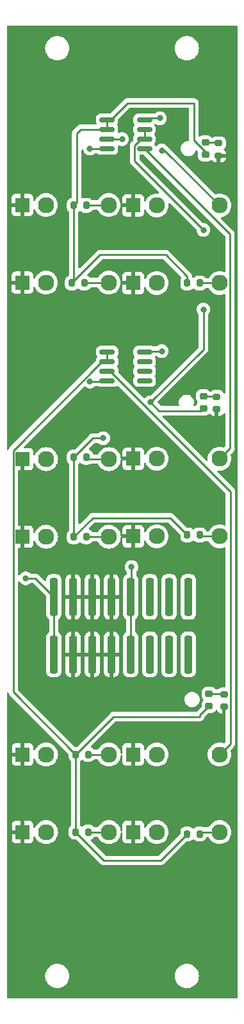
<source format=gbr>
%TF.GenerationSoftware,KiCad,Pcbnew,(7.0.0)*%
%TF.CreationDate,2023-03-06T17:55:23-08:00*%
%TF.ProjectId,my active mult,6d792061-6374-4697-9665-206d756c742e,rev?*%
%TF.SameCoordinates,Original*%
%TF.FileFunction,Copper,L1,Top*%
%TF.FilePolarity,Positive*%
%FSLAX46Y46*%
G04 Gerber Fmt 4.6, Leading zero omitted, Abs format (unit mm)*
G04 Created by KiCad (PCBNEW (7.0.0)) date 2023-03-06 17:55:23*
%MOMM*%
%LPD*%
G01*
G04 APERTURE LIST*
G04 Aperture macros list*
%AMRoundRect*
0 Rectangle with rounded corners*
0 $1 Rounding radius*
0 $2 $3 $4 $5 $6 $7 $8 $9 X,Y pos of 4 corners*
0 Add a 4 corners polygon primitive as box body*
4,1,4,$2,$3,$4,$5,$6,$7,$8,$9,$2,$3,0*
0 Add four circle primitives for the rounded corners*
1,1,$1+$1,$2,$3*
1,1,$1+$1,$4,$5*
1,1,$1+$1,$6,$7*
1,1,$1+$1,$8,$9*
0 Add four rect primitives between the rounded corners*
20,1,$1+$1,$2,$3,$4,$5,0*
20,1,$1+$1,$4,$5,$6,$7,0*
20,1,$1+$1,$6,$7,$8,$9,0*
20,1,$1+$1,$8,$9,$2,$3,0*%
G04 Aperture macros list end*
%TA.AperFunction,ComponentPad*%
%ADD10R,1.830000X1.930000*%
%TD*%
%TA.AperFunction,ComponentPad*%
%ADD11C,2.130000*%
%TD*%
%TA.AperFunction,SMDPad,CuDef*%
%ADD12RoundRect,0.255000X0.255000X-2.245000X0.255000X2.245000X-0.255000X2.245000X-0.255000X-2.245000X0*%
%TD*%
%TA.AperFunction,SMDPad,CuDef*%
%ADD13RoundRect,0.150000X-0.825000X-0.150000X0.825000X-0.150000X0.825000X0.150000X-0.825000X0.150000X0*%
%TD*%
%TA.AperFunction,SMDPad,CuDef*%
%ADD14RoundRect,0.200000X-0.200000X-0.275000X0.200000X-0.275000X0.200000X0.275000X-0.200000X0.275000X0*%
%TD*%
%TA.AperFunction,SMDPad,CuDef*%
%ADD15RoundRect,0.200000X0.275000X-0.200000X0.275000X0.200000X-0.275000X0.200000X-0.275000X-0.200000X0*%
%TD*%
%TA.AperFunction,SMDPad,CuDef*%
%ADD16RoundRect,0.218750X-0.256250X0.218750X-0.256250X-0.218750X0.256250X-0.218750X0.256250X0.218750X0*%
%TD*%
%TA.AperFunction,ViaPad*%
%ADD17C,0.800000*%
%TD*%
%TA.AperFunction,Conductor*%
%ADD18C,0.250000*%
%TD*%
G04 APERTURE END LIST*
D10*
%TO.P,J3,S*%
%TO.N,GND*%
X36719999Y-53999999D03*
D11*
%TO.P,J3,T*%
%TO.N,Net-(J3-PadT)*%
X48120000Y-54000000D03*
%TO.P,J3,TN*%
%TO.N,unconnected-(J3-PadTN)*%
X39820000Y-54000000D03*
%TD*%
D12*
%TO.P,J14,1,-12v_R*%
%TO.N,-12V*%
X26220000Y-103050000D03*
%TO.P,J14,3,GND*%
%TO.N,GND*%
X28760000Y-103050000D03*
%TO.P,J14,5,GND_R3*%
X31300000Y-103050000D03*
%TO.P,J14,7,GND_R2*%
X33840000Y-103050000D03*
%TO.P,J14,9,+12V_R*%
%TO.N,+12V*%
X36380000Y-103050000D03*
%TO.P,J14,11,+5v_R*%
%TO.N,unconnected-(J14-+5v_R-Pad11)*%
X38920000Y-103050000D03*
%TO.P,J14,13,CV_R*%
%TO.N,unconnected-(J14-CV_R-Pad13)*%
X41460000Y-103050000D03*
%TO.P,J14,15,GATE_R*%
%TO.N,unconnected-(J14-GATE_R-Pad15)*%
X44000000Y-103050000D03*
%TO.P,J14,2,-12v_L*%
%TO.N,-12V*%
X26220000Y-95450000D03*
%TO.P,J14,4,GND*%
%TO.N,GND*%
X28760000Y-95450000D03*
%TO.P,J14,6,GND_L3*%
X31300000Y-95450000D03*
%TO.P,J14,8,GND_L2*%
X33840000Y-95450000D03*
%TO.P,J14,10,+12V_L*%
%TO.N,+12V*%
X36380000Y-95450000D03*
%TO.P,J14,12,+5v_L*%
%TO.N,unconnected-(J14-+5v_L-Pad12)*%
X38920000Y-95450000D03*
%TO.P,J14,14,CV_L*%
%TO.N,unconnected-(J14-CV_L-Pad14)*%
X41460000Y-95450000D03*
%TO.P,J14,16,GATE_L*%
%TO.N,unconnected-(J14-GATE_L-Pad16)*%
X44000000Y-95450000D03*
%TD*%
D13*
%TO.P,U2,8,V+*%
%TO.N,+12V*%
X38225000Y-63095000D03*
%TO.P,U2,7*%
%TO.N,N/C*%
X38225000Y-64365000D03*
%TO.P,U2,6*%
X38225000Y-65635000D03*
%TO.P,U2,5*%
X38225000Y-66905000D03*
%TO.P,U2,4,V-*%
%TO.N,-12V*%
X33275000Y-66905000D03*
%TO.P,U2,3,+*%
%TO.N,Net-(U2A-+)*%
X33275000Y-65635000D03*
%TO.P,U2,2,-*%
%TO.N,Net-(D3-A)*%
X33275000Y-64365000D03*
%TO.P,U2,1*%
X33275000Y-63095000D03*
%TD*%
%TO.P,U1,8,V+*%
%TO.N,+12V*%
X38200000Y-32440000D03*
%TO.P,U1,7*%
%TO.N,Net-(D2-A)*%
X38200000Y-33710000D03*
%TO.P,U1,6,-*%
X38200000Y-34980000D03*
%TO.P,U1,5,+*%
%TO.N,Net-(U1B-+)*%
X38200000Y-36250000D03*
%TO.P,U1,4,V-*%
%TO.N,-12V*%
X33250000Y-36250000D03*
%TO.P,U1,3,+*%
%TO.N,Net-(U1A-+)*%
X33250000Y-34980000D03*
%TO.P,U1,2,-*%
%TO.N,Net-(D1-A)*%
X33250000Y-33710000D03*
%TO.P,U1,1*%
X33250000Y-32440000D03*
%TD*%
D14*
%TO.P,R12,2*%
%TO.N,Net-(J13-PadT)*%
X30750000Y-126500000D03*
%TO.P,R12,1*%
%TO.N,Net-(D3-A)*%
X29100000Y-126500000D03*
%TD*%
%TO.P,R11,2*%
%TO.N,Net-(J12-PadT)*%
X30750000Y-116250000D03*
%TO.P,R11,1*%
%TO.N,Net-(D3-A)*%
X29100000Y-116250000D03*
%TD*%
%TO.P,R10,2*%
%TO.N,Net-(J11-PadT)*%
X45500000Y-126750000D03*
%TO.P,R10,1*%
%TO.N,Net-(D3-A)*%
X43850000Y-126750000D03*
%TD*%
D15*
%TO.P,R9,2*%
%TO.N,Net-(D3-K)*%
X48750000Y-108287500D03*
%TO.P,R9,1*%
%TO.N,GND*%
X48750000Y-109937500D03*
%TD*%
D14*
%TO.P,R8,2*%
%TO.N,Net-(J9-PadT)*%
X30500000Y-87500000D03*
%TO.P,R8,1*%
%TO.N,Net-(D2-A)*%
X28850000Y-87500000D03*
%TD*%
%TO.P,R7,2*%
%TO.N,Net-(J8-PadT)*%
X30500000Y-77000000D03*
%TO.P,R7,1*%
%TO.N,Net-(D2-A)*%
X28850000Y-77000000D03*
%TD*%
%TO.P,R6,2*%
%TO.N,Net-(J7-PadT)*%
X45500000Y-87250000D03*
%TO.P,R6,1*%
%TO.N,Net-(D2-A)*%
X43850000Y-87250000D03*
%TD*%
D15*
%TO.P,R5,2*%
%TO.N,Net-(D2-K)*%
X47750000Y-69037500D03*
%TO.P,R5,1*%
%TO.N,GND*%
X47750000Y-70687500D03*
%TD*%
D14*
%TO.P,R4,2*%
%TO.N,Net-(J5-PadT)*%
X30250000Y-54000000D03*
%TO.P,R4,1*%
%TO.N,Net-(D1-A)*%
X28600000Y-54000000D03*
%TD*%
%TO.P,R3,2*%
%TO.N,Net-(J4-PadT)*%
X30500000Y-43750000D03*
%TO.P,R3,1*%
%TO.N,Net-(D1-A)*%
X28850000Y-43750000D03*
%TD*%
%TO.P,R2,2*%
%TO.N,Net-(J3-PadT)*%
X45500000Y-54000000D03*
%TO.P,R2,1*%
%TO.N,Net-(D1-A)*%
X43850000Y-54000000D03*
%TD*%
D15*
%TO.P,R1,2*%
%TO.N,Net-(D1-K)*%
X48000000Y-35537500D03*
%TO.P,R1,1*%
%TO.N,GND*%
X48000000Y-37187500D03*
%TD*%
D11*
%TO.P,J13,TN*%
%TO.N,unconnected-(J13-PadTN)*%
X25200000Y-126500000D03*
%TO.P,J13,T*%
%TO.N,Net-(J13-PadT)*%
X33500000Y-126500000D03*
D10*
%TO.P,J13,S*%
%TO.N,GND*%
X22099999Y-126499999D03*
%TD*%
D11*
%TO.P,J12,TN*%
%TO.N,unconnected-(J12-PadTN)*%
X25200000Y-116250000D03*
%TO.P,J12,T*%
%TO.N,Net-(J12-PadT)*%
X33500000Y-116250000D03*
D10*
%TO.P,J12,S*%
%TO.N,GND*%
X22099999Y-116249999D03*
%TD*%
D11*
%TO.P,J11,TN*%
%TO.N,unconnected-(J11-PadTN)*%
X39820000Y-126500000D03*
%TO.P,J11,T*%
%TO.N,Net-(J11-PadT)*%
X48120000Y-126500000D03*
D10*
%TO.P,J11,S*%
%TO.N,GND*%
X36719999Y-126499999D03*
%TD*%
D11*
%TO.P,J10,TN*%
%TO.N,unconnected-(J10-PadTN)*%
X39820000Y-116250000D03*
%TO.P,J10,T*%
%TO.N,Net-(U2A-+)*%
X48120000Y-116250000D03*
D10*
%TO.P,J10,S*%
%TO.N,GND*%
X36719999Y-116249999D03*
%TD*%
D11*
%TO.P,J9,TN*%
%TO.N,unconnected-(J9-PadTN)*%
X25200000Y-87500000D03*
%TO.P,J9,T*%
%TO.N,Net-(J9-PadT)*%
X33500000Y-87500000D03*
D10*
%TO.P,J9,S*%
%TO.N,GND*%
X22099999Y-87499999D03*
%TD*%
D11*
%TO.P,J8,TN*%
%TO.N,unconnected-(J8-PadTN)*%
X25200000Y-77250000D03*
%TO.P,J8,T*%
%TO.N,Net-(J8-PadT)*%
X33500000Y-77250000D03*
D10*
%TO.P,J8,S*%
%TO.N,GND*%
X22099999Y-77249999D03*
%TD*%
D11*
%TO.P,J7,TN*%
%TO.N,unconnected-(J7-PadTN)*%
X39830000Y-87450000D03*
%TO.P,J7,T*%
%TO.N,Net-(J7-PadT)*%
X48130000Y-87450000D03*
D10*
%TO.P,J7,S*%
%TO.N,GND*%
X36729999Y-87449999D03*
%TD*%
D11*
%TO.P,J6,TN*%
%TO.N,unconnected-(J6-PadTN)*%
X39830000Y-77200000D03*
%TO.P,J6,T*%
%TO.N,Net-(U1B-+)*%
X48130000Y-77200000D03*
D10*
%TO.P,J6,S*%
%TO.N,GND*%
X36729999Y-77199999D03*
%TD*%
D11*
%TO.P,J5,TN*%
%TO.N,unconnected-(J5-PadTN)*%
X25170000Y-53950000D03*
%TO.P,J5,T*%
%TO.N,Net-(J5-PadT)*%
X33470000Y-53950000D03*
D10*
%TO.P,J5,S*%
%TO.N,GND*%
X22069999Y-53949999D03*
%TD*%
D11*
%TO.P,J4,TN*%
%TO.N,unconnected-(J4-PadTN)*%
X25170000Y-43700000D03*
%TO.P,J4,T*%
%TO.N,Net-(J4-PadT)*%
X33470000Y-43700000D03*
D10*
%TO.P,J4,S*%
%TO.N,GND*%
X22069999Y-43699999D03*
%TD*%
D11*
%TO.P,J2,TN*%
%TO.N,unconnected-(J2-PadTN)*%
X39820000Y-43750000D03*
%TO.P,J2,T*%
%TO.N,Net-(U1A-+)*%
X48120000Y-43750000D03*
D10*
%TO.P,J2,S*%
%TO.N,GND*%
X36719999Y-43749999D03*
%TD*%
D16*
%TO.P,D3,2,A*%
%TO.N,Net-(D3-A)*%
X46750000Y-109825000D03*
%TO.P,D3,1,K*%
%TO.N,Net-(D3-K)*%
X46750000Y-108250000D03*
%TD*%
%TO.P,D2,2,A*%
%TO.N,Net-(D2-A)*%
X46000000Y-70537500D03*
%TO.P,D2,1,K*%
%TO.N,Net-(D2-K)*%
X46000000Y-68962500D03*
%TD*%
%TO.P,D1,2,A*%
%TO.N,Net-(D1-A)*%
X46250000Y-37037500D03*
%TO.P,D1,1,K*%
%TO.N,Net-(D1-K)*%
X46250000Y-35462500D03*
%TD*%
D17*
%TO.N,Net-(D2-A)*%
X46000000Y-47000000D03*
X46000000Y-57500000D03*
X32750000Y-74500000D03*
X39000000Y-69750000D03*
%TO.N,+12V*%
X40250000Y-32250000D03*
X40500000Y-63000000D03*
X36500000Y-91500000D03*
%TO.N,-12V*%
X31000000Y-36250000D03*
X31000000Y-67000000D03*
X22500000Y-93000000D03*
%TO.N,Net-(U1A-+)*%
X35250000Y-35000000D03*
X40500000Y-36500000D03*
%TD*%
D18*
%TO.N,Net-(D2-A)*%
X37770000Y-34980000D02*
X38200000Y-34980000D01*
X36900000Y-35850000D02*
X37770000Y-34980000D01*
X36900000Y-37900000D02*
X36900000Y-35850000D01*
X46000000Y-47000000D02*
X36900000Y-37900000D01*
X46000000Y-62750000D02*
X46000000Y-57500000D01*
X39000000Y-69750000D02*
X46000000Y-62750000D01*
%TO.N,Net-(U1B-+)*%
X49510000Y-75820000D02*
X48130000Y-77200000D01*
X49510000Y-47560000D02*
X49510000Y-75820000D01*
X38200000Y-36250000D02*
X49510000Y-47560000D01*
%TO.N,Net-(D2-A)*%
X38200000Y-33710000D02*
X38200000Y-34980000D01*
%TO.N,Net-(J11-PadT)*%
X45750000Y-126500000D02*
X48120000Y-126500000D01*
X45500000Y-126750000D02*
X45750000Y-126500000D01*
%TO.N,Net-(D2-A)*%
X31350000Y-74500000D02*
X28850000Y-77000000D01*
X32750000Y-74500000D02*
X31350000Y-74500000D01*
X40131795Y-70881795D02*
X39000000Y-69750000D01*
X45655705Y-70881795D02*
X40131795Y-70881795D01*
X46000000Y-70537500D02*
X45655705Y-70881795D01*
%TO.N,Net-(U2A-+)*%
X33651751Y-65635000D02*
X49550000Y-81533249D01*
X49550000Y-81533249D02*
X49550000Y-114820000D01*
X33275000Y-65635000D02*
X33651751Y-65635000D01*
X49550000Y-114820000D02*
X48120000Y-116250000D01*
%TO.N,Net-(D3-A)*%
X20860000Y-108010000D02*
X29100000Y-116250000D01*
X20860000Y-76114695D02*
X20860000Y-108010000D01*
X32609695Y-64365000D02*
X20860000Y-76114695D01*
X33275000Y-64365000D02*
X32609695Y-64365000D01*
X33275000Y-63095000D02*
X33275000Y-64365000D01*
%TO.N,+12V*%
X38390000Y-32250000D02*
X38200000Y-32440000D01*
X40250000Y-32250000D02*
X38390000Y-32250000D01*
X38320000Y-63000000D02*
X38225000Y-63095000D01*
X36500000Y-94500000D02*
X36500000Y-91500000D01*
X40500000Y-63000000D02*
X38320000Y-63000000D01*
X36380000Y-94620000D02*
X36500000Y-94500000D01*
X36380000Y-95450000D02*
X36380000Y-94620000D01*
%TO.N,-12V*%
X31000000Y-36250000D02*
X33250000Y-36250000D01*
X33180000Y-67000000D02*
X33275000Y-66905000D01*
X31000000Y-67000000D02*
X33180000Y-67000000D01*
X23770000Y-93000000D02*
X22500000Y-93000000D01*
X26220000Y-95450000D02*
X23770000Y-93000000D01*
%TO.N,+12V*%
X36380000Y-95450000D02*
X36380000Y-103050000D01*
%TO.N,-12V*%
X26220000Y-95450000D02*
X26220000Y-103050000D01*
%TO.N,Net-(U1A-+)*%
X40870000Y-36500000D02*
X48120000Y-43750000D01*
X40500000Y-36500000D02*
X40870000Y-36500000D01*
X35230000Y-34980000D02*
X35250000Y-35000000D01*
X33250000Y-34980000D02*
X35230000Y-34980000D01*
%TO.N,Net-(D1-A)*%
X29790000Y-33710000D02*
X29250000Y-34250000D01*
X33250000Y-33710000D02*
X29790000Y-33710000D01*
X29250000Y-34250000D02*
X29250000Y-43350000D01*
X29250000Y-43350000D02*
X28850000Y-43750000D01*
X33250000Y-32440000D02*
X33250000Y-33710000D01*
X33736777Y-32440000D02*
X33250000Y-32440000D01*
X35926777Y-30250000D02*
X33736777Y-32440000D01*
X44750000Y-30250000D02*
X35926777Y-30250000D01*
X44750000Y-35206479D02*
X44750000Y-30250000D01*
X46250000Y-36706479D02*
X44750000Y-35206479D01*
X46250000Y-37037500D02*
X46250000Y-36706479D01*
%TO.N,Net-(D1-K)*%
X47925000Y-35462500D02*
X48000000Y-35537500D01*
X46250000Y-35462500D02*
X47925000Y-35462500D01*
%TO.N,Net-(J4-PadT)*%
X30550000Y-43700000D02*
X33470000Y-43700000D01*
X30500000Y-43750000D02*
X30550000Y-43700000D01*
%TO.N,Net-(D1-A)*%
X32350000Y-50250000D02*
X28600000Y-54000000D01*
X41000000Y-50250000D02*
X32350000Y-50250000D01*
X43850000Y-53100000D02*
X41000000Y-50250000D01*
X43850000Y-54000000D02*
X43850000Y-53100000D01*
X28850000Y-53750000D02*
X28600000Y-54000000D01*
X28850000Y-43750000D02*
X28850000Y-53750000D01*
%TO.N,Net-(J5-PadT)*%
X30300000Y-53950000D02*
X33470000Y-53950000D01*
X30250000Y-54000000D02*
X30300000Y-53950000D01*
%TO.N,Net-(J3-PadT)*%
X45500000Y-54000000D02*
X48120000Y-54000000D01*
%TO.N,Net-(D2-K)*%
X47675000Y-68962500D02*
X47750000Y-69037500D01*
X46000000Y-68962500D02*
X47675000Y-68962500D01*
%TO.N,Net-(D2-A)*%
X41600000Y-85000000D02*
X43850000Y-87250000D01*
X28850000Y-87500000D02*
X31350000Y-85000000D01*
X31350000Y-85000000D02*
X41600000Y-85000000D01*
X28850000Y-77000000D02*
X28850000Y-87500000D01*
%TO.N,Net-(J9-PadT)*%
X30500000Y-87500000D02*
X33500000Y-87500000D01*
%TO.N,Net-(J8-PadT)*%
X30750000Y-77250000D02*
X33500000Y-77250000D01*
X30500000Y-77000000D02*
X30750000Y-77250000D01*
%TO.N,Net-(J7-PadT)*%
X45700000Y-87450000D02*
X48130000Y-87450000D01*
X45500000Y-87250000D02*
X45700000Y-87450000D01*
%TO.N,Net-(D3-K)*%
X48712500Y-108250000D02*
X48750000Y-108287500D01*
X46750000Y-108250000D02*
X48712500Y-108250000D01*
%TO.N,Net-(D3-A)*%
X45500000Y-111075000D02*
X46750000Y-109825000D01*
X45500000Y-111250000D02*
X45500000Y-111075000D01*
X34100000Y-111250000D02*
X45500000Y-111250000D01*
X29100000Y-116250000D02*
X34100000Y-111250000D01*
X32850000Y-130250000D02*
X29100000Y-126500000D01*
X40350000Y-130250000D02*
X32850000Y-130250000D01*
X43850000Y-126750000D02*
X40350000Y-130250000D01*
%TO.N,Net-(J13-PadT)*%
X30750000Y-126500000D02*
X33500000Y-126500000D01*
%TO.N,Net-(D3-A)*%
X29100000Y-116250000D02*
X29100000Y-126500000D01*
%TO.N,Net-(J12-PadT)*%
X30750000Y-116250000D02*
X33500000Y-116250000D01*
%TD*%
%TA.AperFunction,Conductor*%
%TO.N,GND*%
G36*
X50417500Y-20017113D02*
G01*
X50462887Y-20062500D01*
X50479500Y-20124500D01*
X50479500Y-148375500D01*
X50462887Y-148437500D01*
X50417500Y-148482887D01*
X50355500Y-148499500D01*
X20124500Y-148499500D01*
X20062500Y-148482887D01*
X20017113Y-148437500D01*
X20000500Y-148375500D01*
X20000500Y-145500000D01*
X25074551Y-145500000D01*
X25094317Y-145751148D01*
X25095452Y-145755877D01*
X25095453Y-145755881D01*
X25151989Y-145991374D01*
X25151991Y-145991382D01*
X25153127Y-145996111D01*
X25249534Y-146228859D01*
X25252081Y-146233016D01*
X25252082Y-146233017D01*
X25378617Y-146439504D01*
X25378622Y-146439511D01*
X25381164Y-146443659D01*
X25384324Y-146447358D01*
X25384327Y-146447363D01*
X25534845Y-146623596D01*
X25544776Y-146635224D01*
X25548476Y-146638384D01*
X25730705Y-146794023D01*
X25736341Y-146798836D01*
X25740491Y-146801379D01*
X25740495Y-146801382D01*
X25852300Y-146869896D01*
X25951141Y-146930466D01*
X26183889Y-147026873D01*
X26428852Y-147085683D01*
X26680000Y-147105449D01*
X26931148Y-147085683D01*
X27176111Y-147026873D01*
X27408859Y-146930466D01*
X27623659Y-146798836D01*
X27815224Y-146635224D01*
X27978836Y-146443659D01*
X28110466Y-146228859D01*
X28206873Y-145996111D01*
X28265683Y-145751148D01*
X28285449Y-145500000D01*
X42194551Y-145500000D01*
X42214317Y-145751148D01*
X42215452Y-145755877D01*
X42215453Y-145755881D01*
X42271989Y-145991374D01*
X42271991Y-145991382D01*
X42273127Y-145996111D01*
X42369534Y-146228859D01*
X42372081Y-146233016D01*
X42372082Y-146233017D01*
X42498617Y-146439504D01*
X42498622Y-146439511D01*
X42501164Y-146443659D01*
X42504324Y-146447358D01*
X42504327Y-146447363D01*
X42654845Y-146623596D01*
X42664776Y-146635224D01*
X42668476Y-146638384D01*
X42850705Y-146794023D01*
X42856341Y-146798836D01*
X42860491Y-146801379D01*
X42860495Y-146801382D01*
X42972300Y-146869896D01*
X43071141Y-146930466D01*
X43303889Y-147026873D01*
X43548852Y-147085683D01*
X43800000Y-147105449D01*
X44051148Y-147085683D01*
X44296111Y-147026873D01*
X44528859Y-146930466D01*
X44743659Y-146798836D01*
X44935224Y-146635224D01*
X45098836Y-146443659D01*
X45230466Y-146228859D01*
X45326873Y-145996111D01*
X45385683Y-145751148D01*
X45405449Y-145500000D01*
X45385683Y-145248852D01*
X45326873Y-145003889D01*
X45230466Y-144771141D01*
X45098836Y-144556341D01*
X44935224Y-144364776D01*
X44931523Y-144361615D01*
X44747363Y-144204327D01*
X44747358Y-144204324D01*
X44743659Y-144201164D01*
X44739511Y-144198622D01*
X44739504Y-144198617D01*
X44533017Y-144072082D01*
X44533016Y-144072081D01*
X44528859Y-144069534D01*
X44296111Y-143973127D01*
X44291382Y-143971991D01*
X44291374Y-143971989D01*
X44055881Y-143915453D01*
X44055877Y-143915452D01*
X44051148Y-143914317D01*
X44046295Y-143913935D01*
X43804854Y-143894933D01*
X43800000Y-143894551D01*
X43795146Y-143894933D01*
X43553704Y-143913935D01*
X43553702Y-143913935D01*
X43548852Y-143914317D01*
X43544124Y-143915451D01*
X43544118Y-143915453D01*
X43308625Y-143971989D01*
X43308613Y-143971992D01*
X43303889Y-143973127D01*
X43299392Y-143974989D01*
X43299388Y-143974991D01*
X43075645Y-144067668D01*
X43075640Y-144067670D01*
X43071141Y-144069534D01*
X43066988Y-144072078D01*
X43066982Y-144072082D01*
X42860495Y-144198617D01*
X42860482Y-144198626D01*
X42856341Y-144201164D01*
X42852646Y-144204319D01*
X42852636Y-144204327D01*
X42668476Y-144361615D01*
X42668469Y-144361621D01*
X42664776Y-144364776D01*
X42661621Y-144368469D01*
X42661615Y-144368476D01*
X42504327Y-144552636D01*
X42504319Y-144552646D01*
X42501164Y-144556341D01*
X42498626Y-144560482D01*
X42498617Y-144560495D01*
X42372082Y-144766982D01*
X42372078Y-144766988D01*
X42369534Y-144771141D01*
X42367670Y-144775640D01*
X42367668Y-144775645D01*
X42274991Y-144999388D01*
X42273127Y-145003889D01*
X42271992Y-145008613D01*
X42271989Y-145008625D01*
X42215453Y-145244118D01*
X42215451Y-145244124D01*
X42214317Y-145248852D01*
X42194551Y-145500000D01*
X28285449Y-145500000D01*
X28265683Y-145248852D01*
X28206873Y-145003889D01*
X28110466Y-144771141D01*
X27978836Y-144556341D01*
X27815224Y-144364776D01*
X27811523Y-144361615D01*
X27627363Y-144204327D01*
X27627358Y-144204324D01*
X27623659Y-144201164D01*
X27619511Y-144198622D01*
X27619504Y-144198617D01*
X27413017Y-144072082D01*
X27413016Y-144072081D01*
X27408859Y-144069534D01*
X27176111Y-143973127D01*
X27171382Y-143971991D01*
X27171374Y-143971989D01*
X26935881Y-143915453D01*
X26935877Y-143915452D01*
X26931148Y-143914317D01*
X26926295Y-143913935D01*
X26684854Y-143894933D01*
X26680000Y-143894551D01*
X26675146Y-143894933D01*
X26433704Y-143913935D01*
X26433702Y-143913935D01*
X26428852Y-143914317D01*
X26424124Y-143915451D01*
X26424118Y-143915453D01*
X26188625Y-143971989D01*
X26188613Y-143971992D01*
X26183889Y-143973127D01*
X26179392Y-143974989D01*
X26179388Y-143974991D01*
X25955645Y-144067668D01*
X25955640Y-144067670D01*
X25951141Y-144069534D01*
X25946988Y-144072078D01*
X25946982Y-144072082D01*
X25740495Y-144198617D01*
X25740482Y-144198626D01*
X25736341Y-144201164D01*
X25732646Y-144204319D01*
X25732636Y-144204327D01*
X25548476Y-144361615D01*
X25548469Y-144361621D01*
X25544776Y-144364776D01*
X25541621Y-144368469D01*
X25541615Y-144368476D01*
X25384327Y-144552636D01*
X25384319Y-144552646D01*
X25381164Y-144556341D01*
X25378626Y-144560482D01*
X25378617Y-144560495D01*
X25252082Y-144766982D01*
X25252078Y-144766988D01*
X25249534Y-144771141D01*
X25247670Y-144775640D01*
X25247668Y-144775645D01*
X25154991Y-144999388D01*
X25153127Y-145003889D01*
X25151992Y-145008613D01*
X25151989Y-145008625D01*
X25095453Y-145244118D01*
X25095451Y-145244124D01*
X25094317Y-145248852D01*
X25074551Y-145500000D01*
X20000500Y-145500000D01*
X20000500Y-138000000D01*
X21499459Y-138000000D01*
X21499617Y-138000383D01*
X21499901Y-138000500D01*
X24487944Y-138000500D01*
X24500099Y-138000500D01*
X24500383Y-138000383D01*
X24500541Y-138000000D01*
X26499459Y-138000000D01*
X26499617Y-138000383D01*
X26499901Y-138000500D01*
X29487944Y-138000500D01*
X29500099Y-138000500D01*
X29500383Y-138000383D01*
X29500541Y-138000000D01*
X31499459Y-138000000D01*
X31499617Y-138000383D01*
X31499901Y-138000500D01*
X34487944Y-138000500D01*
X34500099Y-138000500D01*
X34500383Y-138000383D01*
X34500541Y-138000000D01*
X36499459Y-138000000D01*
X36499617Y-138000383D01*
X36499901Y-138000500D01*
X39487944Y-138000500D01*
X39500099Y-138000500D01*
X39500383Y-138000383D01*
X39500541Y-138000000D01*
X41499459Y-138000000D01*
X41499617Y-138000383D01*
X41499901Y-138000500D01*
X44487944Y-138000500D01*
X44500099Y-138000500D01*
X44500383Y-138000383D01*
X44500541Y-138000000D01*
X46499459Y-138000000D01*
X46499617Y-138000383D01*
X46499901Y-138000500D01*
X49487944Y-138000500D01*
X49500099Y-138000500D01*
X49500383Y-138000383D01*
X49500541Y-138000000D01*
X49500383Y-137999617D01*
X49500099Y-137999500D01*
X46499901Y-137999500D01*
X46499617Y-137999617D01*
X46499459Y-138000000D01*
X44500541Y-138000000D01*
X44500383Y-137999617D01*
X44500099Y-137999500D01*
X41499901Y-137999500D01*
X41499617Y-137999617D01*
X41499459Y-138000000D01*
X39500541Y-138000000D01*
X39500383Y-137999617D01*
X39500099Y-137999500D01*
X36499901Y-137999500D01*
X36499617Y-137999617D01*
X36499459Y-138000000D01*
X34500541Y-138000000D01*
X34500383Y-137999617D01*
X34500099Y-137999500D01*
X31499901Y-137999500D01*
X31499617Y-137999617D01*
X31499459Y-138000000D01*
X29500541Y-138000000D01*
X29500383Y-137999617D01*
X29500099Y-137999500D01*
X26499901Y-137999500D01*
X26499617Y-137999617D01*
X26499459Y-138000000D01*
X24500541Y-138000000D01*
X24500383Y-137999617D01*
X24500099Y-137999500D01*
X21499901Y-137999500D01*
X21499617Y-137999617D01*
X21499459Y-138000000D01*
X20000500Y-138000000D01*
X20000500Y-127509518D01*
X20685000Y-127509518D01*
X20685353Y-127516114D01*
X20690573Y-127564667D01*
X20694111Y-127579641D01*
X20738547Y-127698777D01*
X20746962Y-127714189D01*
X20822498Y-127815092D01*
X20834907Y-127827501D01*
X20935810Y-127903037D01*
X20951222Y-127911452D01*
X21070358Y-127955888D01*
X21085332Y-127959426D01*
X21133885Y-127964646D01*
X21140482Y-127965000D01*
X21833674Y-127965000D01*
X21846549Y-127961549D01*
X21850000Y-127948674D01*
X22350000Y-127948674D01*
X22353450Y-127961549D01*
X22366326Y-127965000D01*
X23059518Y-127965000D01*
X23066114Y-127964646D01*
X23114667Y-127959426D01*
X23129641Y-127955888D01*
X23248777Y-127911452D01*
X23264189Y-127903037D01*
X23365092Y-127827501D01*
X23377501Y-127815092D01*
X23453037Y-127714189D01*
X23461452Y-127698777D01*
X23505888Y-127579641D01*
X23509426Y-127564667D01*
X23514646Y-127516114D01*
X23515000Y-127509518D01*
X23515000Y-127146289D01*
X23533273Y-127081499D01*
X23582705Y-127035804D01*
X23648729Y-127022671D01*
X23711885Y-127045971D01*
X23753560Y-127098835D01*
X23800816Y-127212920D01*
X23929567Y-127423023D01*
X23932731Y-127426728D01*
X23932735Y-127426733D01*
X24009074Y-127516114D01*
X24089601Y-127610399D01*
X24093308Y-127613565D01*
X24273266Y-127767264D01*
X24273269Y-127767266D01*
X24276977Y-127770433D01*
X24487080Y-127899184D01*
X24714738Y-127993483D01*
X24954345Y-128051007D01*
X25200000Y-128070341D01*
X25445655Y-128051007D01*
X25685262Y-127993483D01*
X25912920Y-127899184D01*
X26123023Y-127770433D01*
X26310399Y-127610399D01*
X26470433Y-127423023D01*
X26599184Y-127212920D01*
X26693483Y-126985262D01*
X26751007Y-126745655D01*
X26770341Y-126500000D01*
X26751007Y-126254345D01*
X26693483Y-126014738D01*
X26599184Y-125787080D01*
X26470433Y-125576977D01*
X26430584Y-125530320D01*
X26313565Y-125393308D01*
X26310399Y-125389601D01*
X26306691Y-125386434D01*
X26126733Y-125232735D01*
X26126728Y-125232731D01*
X26123023Y-125229567D01*
X25912920Y-125100816D01*
X25685262Y-125006517D01*
X25680533Y-125005381D01*
X25680525Y-125005379D01*
X25450388Y-124950129D01*
X25450384Y-124950128D01*
X25445655Y-124948993D01*
X25440802Y-124948611D01*
X25204854Y-124930041D01*
X25200000Y-124929659D01*
X25195146Y-124930041D01*
X24959197Y-124948611D01*
X24959195Y-124948611D01*
X24954345Y-124948993D01*
X24949617Y-124950127D01*
X24949611Y-124950129D01*
X24719474Y-125005379D01*
X24719462Y-125005382D01*
X24714738Y-125006517D01*
X24710241Y-125008379D01*
X24710237Y-125008381D01*
X24491584Y-125098950D01*
X24491579Y-125098952D01*
X24487080Y-125100816D01*
X24482927Y-125103360D01*
X24482921Y-125103364D01*
X24281134Y-125227019D01*
X24281128Y-125227022D01*
X24276977Y-125229567D01*
X24273277Y-125232726D01*
X24273266Y-125232735D01*
X24093308Y-125386434D01*
X24093301Y-125386440D01*
X24089601Y-125389601D01*
X24086440Y-125393301D01*
X24086434Y-125393308D01*
X23932735Y-125573266D01*
X23932726Y-125573277D01*
X23929567Y-125576977D01*
X23927022Y-125581128D01*
X23927019Y-125581134D01*
X23803364Y-125782921D01*
X23803360Y-125782927D01*
X23800816Y-125787080D01*
X23798952Y-125791579D01*
X23798950Y-125791584D01*
X23753561Y-125901164D01*
X23711885Y-125954029D01*
X23648729Y-125977329D01*
X23582705Y-125964196D01*
X23533273Y-125918501D01*
X23515000Y-125853711D01*
X23515000Y-125490482D01*
X23514646Y-125483885D01*
X23509426Y-125435332D01*
X23505888Y-125420358D01*
X23461452Y-125301222D01*
X23453037Y-125285810D01*
X23377501Y-125184907D01*
X23365092Y-125172498D01*
X23264189Y-125096962D01*
X23248777Y-125088547D01*
X23129641Y-125044111D01*
X23114667Y-125040573D01*
X23066114Y-125035353D01*
X23059518Y-125035000D01*
X22366326Y-125035000D01*
X22353450Y-125038450D01*
X22350000Y-125051326D01*
X22350000Y-127948674D01*
X21850000Y-127948674D01*
X21850000Y-126766326D01*
X21846549Y-126753450D01*
X21833674Y-126750000D01*
X20701326Y-126750000D01*
X20688450Y-126753450D01*
X20685000Y-126766326D01*
X20685000Y-127509518D01*
X20000500Y-127509518D01*
X20000500Y-126233674D01*
X20685000Y-126233674D01*
X20688450Y-126246549D01*
X20701326Y-126250000D01*
X21833674Y-126250000D01*
X21846549Y-126246549D01*
X21850000Y-126233674D01*
X21850000Y-125051326D01*
X21846549Y-125038450D01*
X21833674Y-125035000D01*
X21140482Y-125035000D01*
X21133885Y-125035353D01*
X21085332Y-125040573D01*
X21070358Y-125044111D01*
X20951222Y-125088547D01*
X20935810Y-125096962D01*
X20834907Y-125172498D01*
X20822498Y-125184907D01*
X20746962Y-125285810D01*
X20738547Y-125301222D01*
X20694111Y-125420358D01*
X20690573Y-125435332D01*
X20685353Y-125483885D01*
X20685000Y-125490482D01*
X20685000Y-126233674D01*
X20000500Y-126233674D01*
X20000500Y-117259518D01*
X20685000Y-117259518D01*
X20685353Y-117266114D01*
X20690573Y-117314667D01*
X20694111Y-117329641D01*
X20738547Y-117448777D01*
X20746962Y-117464189D01*
X20822498Y-117565092D01*
X20834907Y-117577501D01*
X20935810Y-117653037D01*
X20951222Y-117661452D01*
X21070358Y-117705888D01*
X21085332Y-117709426D01*
X21133885Y-117714646D01*
X21140482Y-117715000D01*
X21833674Y-117715000D01*
X21846549Y-117711549D01*
X21850000Y-117698674D01*
X22350000Y-117698674D01*
X22353450Y-117711549D01*
X22366326Y-117715000D01*
X23059518Y-117715000D01*
X23066114Y-117714646D01*
X23114667Y-117709426D01*
X23129641Y-117705888D01*
X23248777Y-117661452D01*
X23264189Y-117653037D01*
X23365092Y-117577501D01*
X23377501Y-117565092D01*
X23453037Y-117464189D01*
X23461452Y-117448777D01*
X23505888Y-117329641D01*
X23509426Y-117314667D01*
X23514646Y-117266114D01*
X23515000Y-117259518D01*
X23515000Y-116896289D01*
X23533273Y-116831499D01*
X23582705Y-116785804D01*
X23648729Y-116772671D01*
X23711885Y-116795971D01*
X23753560Y-116848835D01*
X23800816Y-116962920D01*
X23929567Y-117173023D01*
X23932731Y-117176728D01*
X23932735Y-117176733D01*
X24009074Y-117266114D01*
X24089601Y-117360399D01*
X24093308Y-117363565D01*
X24273266Y-117517264D01*
X24273269Y-117517266D01*
X24276977Y-117520433D01*
X24487080Y-117649184D01*
X24714738Y-117743483D01*
X24954345Y-117801007D01*
X25200000Y-117820341D01*
X25445655Y-117801007D01*
X25685262Y-117743483D01*
X25912920Y-117649184D01*
X26123023Y-117520433D01*
X26310399Y-117360399D01*
X26470433Y-117173023D01*
X26599184Y-116962920D01*
X26693483Y-116735262D01*
X26751007Y-116495655D01*
X26770341Y-116250000D01*
X26751007Y-116004345D01*
X26693483Y-115764738D01*
X26599184Y-115537080D01*
X26470433Y-115326977D01*
X26458145Y-115312590D01*
X26313565Y-115143308D01*
X26310399Y-115139601D01*
X26265030Y-115100852D01*
X26126733Y-114982735D01*
X26126728Y-114982731D01*
X26123023Y-114979567D01*
X25912920Y-114850816D01*
X25685262Y-114756517D01*
X25680533Y-114755381D01*
X25680525Y-114755379D01*
X25450388Y-114700129D01*
X25450384Y-114700128D01*
X25445655Y-114698993D01*
X25440802Y-114698611D01*
X25204854Y-114680041D01*
X25200000Y-114679659D01*
X25195146Y-114680041D01*
X24959197Y-114698611D01*
X24959195Y-114698611D01*
X24954345Y-114698993D01*
X24949617Y-114700127D01*
X24949611Y-114700129D01*
X24719474Y-114755379D01*
X24719462Y-114755382D01*
X24714738Y-114756517D01*
X24710241Y-114758379D01*
X24710237Y-114758381D01*
X24491584Y-114848950D01*
X24491579Y-114848952D01*
X24487080Y-114850816D01*
X24482927Y-114853360D01*
X24482921Y-114853364D01*
X24281134Y-114977019D01*
X24281128Y-114977022D01*
X24276977Y-114979567D01*
X24273277Y-114982726D01*
X24273266Y-114982735D01*
X24093308Y-115136434D01*
X24093301Y-115136440D01*
X24089601Y-115139601D01*
X24086440Y-115143301D01*
X24086434Y-115143308D01*
X23932735Y-115323266D01*
X23932726Y-115323277D01*
X23929567Y-115326977D01*
X23927022Y-115331128D01*
X23927019Y-115331134D01*
X23803364Y-115532921D01*
X23803360Y-115532927D01*
X23800816Y-115537080D01*
X23798952Y-115541579D01*
X23798950Y-115541584D01*
X23753561Y-115651164D01*
X23711885Y-115704029D01*
X23648729Y-115727329D01*
X23582705Y-115714196D01*
X23533273Y-115668501D01*
X23515000Y-115603711D01*
X23515000Y-115240482D01*
X23514646Y-115233885D01*
X23509426Y-115185332D01*
X23505888Y-115170358D01*
X23461452Y-115051222D01*
X23453037Y-115035810D01*
X23377501Y-114934907D01*
X23365092Y-114922498D01*
X23264189Y-114846962D01*
X23248777Y-114838547D01*
X23129641Y-114794111D01*
X23114667Y-114790573D01*
X23066114Y-114785353D01*
X23059518Y-114785000D01*
X22366326Y-114785000D01*
X22353450Y-114788450D01*
X22350000Y-114801326D01*
X22350000Y-117698674D01*
X21850000Y-117698674D01*
X21850000Y-116516326D01*
X21846549Y-116503450D01*
X21833674Y-116500000D01*
X20701326Y-116500000D01*
X20688450Y-116503450D01*
X20685000Y-116516326D01*
X20685000Y-117259518D01*
X20000500Y-117259518D01*
X20000500Y-115983674D01*
X20685000Y-115983674D01*
X20688450Y-115996549D01*
X20701326Y-116000000D01*
X21833674Y-116000000D01*
X21846549Y-115996549D01*
X21850000Y-115983674D01*
X21850000Y-114801326D01*
X21846549Y-114788450D01*
X21833674Y-114785000D01*
X21140482Y-114785000D01*
X21133885Y-114785353D01*
X21085332Y-114790573D01*
X21070358Y-114794111D01*
X20951222Y-114838547D01*
X20935810Y-114846962D01*
X20834907Y-114922498D01*
X20822498Y-114934907D01*
X20746962Y-115035810D01*
X20738547Y-115051222D01*
X20694111Y-115170358D01*
X20690573Y-115185332D01*
X20685353Y-115233885D01*
X20685000Y-115240482D01*
X20685000Y-115983674D01*
X20000500Y-115983674D01*
X20000500Y-108167973D01*
X20015838Y-108108235D01*
X20058058Y-108063276D01*
X20116714Y-108044218D01*
X20177297Y-108055775D01*
X20224818Y-108095088D01*
X20247521Y-108152431D01*
X20249336Y-108166792D01*
X20252206Y-108174042D01*
X20252208Y-108174048D01*
X20265414Y-108207404D01*
X20269197Y-108218451D01*
X20281382Y-108260390D01*
X20285353Y-108267105D01*
X20285354Y-108267107D01*
X20291581Y-108277637D01*
X20300136Y-108295099D01*
X20304642Y-108306480D01*
X20304643Y-108306483D01*
X20307514Y-108313732D01*
X20329440Y-108343912D01*
X20333181Y-108349060D01*
X20339593Y-108358822D01*
X20357856Y-108389702D01*
X20357859Y-108389707D01*
X20361830Y-108396420D01*
X20367345Y-108401935D01*
X20375990Y-108410580D01*
X20388626Y-108425374D01*
X20395819Y-108435275D01*
X20395823Y-108435279D01*
X20400406Y-108441587D01*
X20406415Y-108446558D01*
X20406416Y-108446559D01*
X20434058Y-108469426D01*
X20442699Y-108477289D01*
X28163181Y-116197771D01*
X28190061Y-116237999D01*
X28199500Y-116285452D01*
X28199500Y-116581616D01*
X28205914Y-116652196D01*
X28207862Y-116658448D01*
X28207864Y-116658457D01*
X28231798Y-116735262D01*
X28256522Y-116814606D01*
X28344528Y-116960185D01*
X28349831Y-116965488D01*
X28438181Y-117053838D01*
X28465061Y-117094066D01*
X28474500Y-117141519D01*
X28474500Y-125608481D01*
X28465061Y-125655934D01*
X28438181Y-125696162D01*
X28349831Y-125784511D01*
X28349827Y-125784515D01*
X28344528Y-125789815D01*
X28340651Y-125796227D01*
X28340648Y-125796232D01*
X28260400Y-125928978D01*
X28260398Y-125928982D01*
X28256522Y-125935394D01*
X28254292Y-125942548D01*
X28254292Y-125942550D01*
X28207864Y-126091542D01*
X28207861Y-126091553D01*
X28205914Y-126097804D01*
X28199500Y-126168384D01*
X28199500Y-126831616D01*
X28205914Y-126902196D01*
X28207862Y-126908448D01*
X28207864Y-126908457D01*
X28231798Y-126985262D01*
X28256522Y-127064606D01*
X28344528Y-127210185D01*
X28464815Y-127330472D01*
X28610394Y-127418478D01*
X28723643Y-127453767D01*
X28766542Y-127467135D01*
X28766544Y-127467135D01*
X28772804Y-127469086D01*
X28843384Y-127475500D01*
X29139548Y-127475500D01*
X29187001Y-127484939D01*
X29227229Y-127511819D01*
X32352707Y-130637298D01*
X32360159Y-130645487D01*
X32364214Y-130651877D01*
X32413223Y-130697900D01*
X32416019Y-130700610D01*
X32435529Y-130720120D01*
X32438709Y-130722587D01*
X32447571Y-130730155D01*
X32460880Y-130742654D01*
X32473732Y-130754723D01*
X32473734Y-130754724D01*
X32479418Y-130760062D01*
X32486251Y-130763818D01*
X32486252Y-130763819D01*
X32496973Y-130769713D01*
X32513234Y-130780394D01*
X32529064Y-130792673D01*
X32569154Y-130810021D01*
X32579631Y-130815154D01*
X32617908Y-130836197D01*
X32634957Y-130840574D01*
X32637305Y-130841177D01*
X32655719Y-130847481D01*
X32674104Y-130855438D01*
X32717265Y-130862273D01*
X32728664Y-130864634D01*
X32770981Y-130875500D01*
X32791017Y-130875500D01*
X32810402Y-130877025D01*
X32830196Y-130880160D01*
X32868276Y-130876560D01*
X32873676Y-130876050D01*
X32885345Y-130875500D01*
X40272225Y-130875500D01*
X40283280Y-130876021D01*
X40290667Y-130877673D01*
X40357872Y-130875561D01*
X40361768Y-130875500D01*
X40385448Y-130875500D01*
X40389350Y-130875500D01*
X40393313Y-130874999D01*
X40404963Y-130874080D01*
X40448627Y-130872709D01*
X40467861Y-130867119D01*
X40486917Y-130863174D01*
X40506792Y-130860664D01*
X40547395Y-130844587D01*
X40558450Y-130840802D01*
X40600390Y-130828618D01*
X40617629Y-130818422D01*
X40635103Y-130809862D01*
X40646474Y-130805360D01*
X40646476Y-130805358D01*
X40653732Y-130802486D01*
X40689069Y-130776811D01*
X40698824Y-130770403D01*
X40736420Y-130748170D01*
X40750584Y-130734005D01*
X40765379Y-130721368D01*
X40781587Y-130709594D01*
X40809428Y-130675938D01*
X40817279Y-130667309D01*
X43722771Y-127761819D01*
X43763000Y-127734939D01*
X43810453Y-127725500D01*
X44103797Y-127725500D01*
X44106616Y-127725500D01*
X44177196Y-127719086D01*
X44339606Y-127668478D01*
X44485185Y-127580472D01*
X44587319Y-127478337D01*
X44642906Y-127446244D01*
X44707094Y-127446244D01*
X44762680Y-127478337D01*
X44864815Y-127580472D01*
X45010394Y-127668478D01*
X45107629Y-127698777D01*
X45166542Y-127717135D01*
X45166544Y-127717135D01*
X45172804Y-127719086D01*
X45243384Y-127725500D01*
X45753797Y-127725500D01*
X45756616Y-127725500D01*
X45827196Y-127719086D01*
X45989606Y-127668478D01*
X46135185Y-127580472D01*
X46255472Y-127460185D01*
X46343478Y-127314606D01*
X46345708Y-127307446D01*
X46345711Y-127307442D01*
X46375262Y-127212610D01*
X46400832Y-127167273D01*
X46442756Y-127136424D01*
X46493647Y-127125500D01*
X46601751Y-127125500D01*
X46649203Y-127134939D01*
X46689431Y-127161818D01*
X46716311Y-127202045D01*
X46718948Y-127208412D01*
X46718950Y-127208415D01*
X46720816Y-127212920D01*
X46849567Y-127423023D01*
X46852731Y-127426728D01*
X46852735Y-127426733D01*
X46929074Y-127516114D01*
X47009601Y-127610399D01*
X47013308Y-127613565D01*
X47193266Y-127767264D01*
X47193269Y-127767266D01*
X47196977Y-127770433D01*
X47407080Y-127899184D01*
X47634738Y-127993483D01*
X47874345Y-128051007D01*
X48120000Y-128070341D01*
X48365655Y-128051007D01*
X48605262Y-127993483D01*
X48832920Y-127899184D01*
X49043023Y-127770433D01*
X49230399Y-127610399D01*
X49390433Y-127423023D01*
X49519184Y-127212920D01*
X49613483Y-126985262D01*
X49671007Y-126745655D01*
X49690341Y-126500000D01*
X49671007Y-126254345D01*
X49613483Y-126014738D01*
X49519184Y-125787080D01*
X49390433Y-125576977D01*
X49350584Y-125530320D01*
X49233565Y-125393308D01*
X49230399Y-125389601D01*
X49226691Y-125386434D01*
X49046733Y-125232735D01*
X49046728Y-125232731D01*
X49043023Y-125229567D01*
X48832920Y-125100816D01*
X48605262Y-125006517D01*
X48600533Y-125005381D01*
X48600525Y-125005379D01*
X48370388Y-124950129D01*
X48370384Y-124950128D01*
X48365655Y-124948993D01*
X48360802Y-124948611D01*
X48124854Y-124930041D01*
X48120000Y-124929659D01*
X48115146Y-124930041D01*
X47879197Y-124948611D01*
X47879195Y-124948611D01*
X47874345Y-124948993D01*
X47869617Y-124950127D01*
X47869611Y-124950129D01*
X47639474Y-125005379D01*
X47639462Y-125005382D01*
X47634738Y-125006517D01*
X47630241Y-125008379D01*
X47630237Y-125008381D01*
X47411584Y-125098950D01*
X47411579Y-125098952D01*
X47407080Y-125100816D01*
X47402927Y-125103360D01*
X47402921Y-125103364D01*
X47201134Y-125227019D01*
X47201128Y-125227022D01*
X47196977Y-125229567D01*
X47193277Y-125232726D01*
X47193266Y-125232735D01*
X47013308Y-125386434D01*
X47013301Y-125386440D01*
X47009601Y-125389601D01*
X47006440Y-125393301D01*
X47006434Y-125393308D01*
X46852735Y-125573266D01*
X46852726Y-125573277D01*
X46849567Y-125576977D01*
X46847022Y-125581128D01*
X46847019Y-125581134D01*
X46723364Y-125782921D01*
X46723360Y-125782927D01*
X46720816Y-125787080D01*
X46718953Y-125791575D01*
X46718948Y-125791587D01*
X46716311Y-125797955D01*
X46689431Y-125838182D01*
X46649203Y-125865061D01*
X46601751Y-125874500D01*
X46095268Y-125874500D01*
X46031118Y-125856617D01*
X45996021Y-125835400D01*
X45996020Y-125835399D01*
X45989606Y-125831522D01*
X45935458Y-125814649D01*
X45833457Y-125782864D01*
X45833448Y-125782862D01*
X45827196Y-125780914D01*
X45820662Y-125780320D01*
X45820661Y-125780320D01*
X45759425Y-125774755D01*
X45759419Y-125774754D01*
X45756616Y-125774500D01*
X45243384Y-125774500D01*
X45240581Y-125774754D01*
X45240574Y-125774755D01*
X45179338Y-125780320D01*
X45179335Y-125780320D01*
X45172804Y-125780914D01*
X45166553Y-125782861D01*
X45166542Y-125782864D01*
X45017550Y-125829292D01*
X45010394Y-125831522D01*
X45003982Y-125835398D01*
X45003978Y-125835400D01*
X44871232Y-125915648D01*
X44871227Y-125915651D01*
X44864815Y-125919528D01*
X44859515Y-125924827D01*
X44859511Y-125924831D01*
X44762681Y-126021662D01*
X44707094Y-126053756D01*
X44642906Y-126053756D01*
X44587319Y-126021662D01*
X44490488Y-125924831D01*
X44485185Y-125919528D01*
X44454807Y-125901164D01*
X44346021Y-125835400D01*
X44346020Y-125835399D01*
X44339606Y-125831522D01*
X44285458Y-125814649D01*
X44183457Y-125782864D01*
X44183448Y-125782862D01*
X44177196Y-125780914D01*
X44170662Y-125780320D01*
X44170661Y-125780320D01*
X44109425Y-125774755D01*
X44109419Y-125774754D01*
X44106616Y-125774500D01*
X43593384Y-125774500D01*
X43590581Y-125774754D01*
X43590574Y-125774755D01*
X43529338Y-125780320D01*
X43529335Y-125780320D01*
X43522804Y-125780914D01*
X43516553Y-125782861D01*
X43516542Y-125782864D01*
X43367550Y-125829292D01*
X43360394Y-125831522D01*
X43353982Y-125835398D01*
X43353978Y-125835400D01*
X43221232Y-125915648D01*
X43221227Y-125915651D01*
X43214815Y-125919528D01*
X43209515Y-125924827D01*
X43209511Y-125924831D01*
X43099831Y-126034511D01*
X43099827Y-126034515D01*
X43094528Y-126039815D01*
X43090651Y-126046227D01*
X43090648Y-126046232D01*
X43010400Y-126178978D01*
X43010398Y-126178982D01*
X43006522Y-126185394D01*
X43004292Y-126192548D01*
X43004292Y-126192550D01*
X42957864Y-126341542D01*
X42957861Y-126341553D01*
X42955914Y-126347804D01*
X42949500Y-126418384D01*
X42949500Y-126421203D01*
X42949500Y-126714547D01*
X42940061Y-126762000D01*
X42913181Y-126802228D01*
X40127228Y-129588181D01*
X40087000Y-129615061D01*
X40039547Y-129624500D01*
X33160452Y-129624500D01*
X33112999Y-129615061D01*
X33072771Y-129588181D01*
X31128065Y-127643474D01*
X31096300Y-127589090D01*
X31095350Y-127526117D01*
X31125458Y-127470799D01*
X31178856Y-127437407D01*
X31239606Y-127418478D01*
X31385185Y-127330472D01*
X31505472Y-127210185D01*
X31520484Y-127185351D01*
X31565686Y-127141494D01*
X31626602Y-127125500D01*
X31981751Y-127125500D01*
X32029203Y-127134939D01*
X32069431Y-127161818D01*
X32096311Y-127202045D01*
X32098948Y-127208412D01*
X32098950Y-127208415D01*
X32100816Y-127212920D01*
X32229567Y-127423023D01*
X32232731Y-127426728D01*
X32232735Y-127426733D01*
X32309074Y-127516114D01*
X32389601Y-127610399D01*
X32393308Y-127613565D01*
X32573266Y-127767264D01*
X32573269Y-127767266D01*
X32576977Y-127770433D01*
X32787080Y-127899184D01*
X33014738Y-127993483D01*
X33254345Y-128051007D01*
X33500000Y-128070341D01*
X33745655Y-128051007D01*
X33985262Y-127993483D01*
X34212920Y-127899184D01*
X34423023Y-127770433D01*
X34610399Y-127610399D01*
X34770433Y-127423023D01*
X34899184Y-127212920D01*
X34993483Y-126985262D01*
X35051007Y-126745655D01*
X35057382Y-126664654D01*
X35077898Y-126605493D01*
X35124705Y-126563899D01*
X35185868Y-126550480D01*
X35245790Y-126568657D01*
X35289190Y-126613795D01*
X35305000Y-126674384D01*
X35305000Y-127509518D01*
X35305353Y-127516114D01*
X35310573Y-127564667D01*
X35314111Y-127579641D01*
X35358547Y-127698777D01*
X35366962Y-127714189D01*
X35442498Y-127815092D01*
X35454907Y-127827501D01*
X35555810Y-127903037D01*
X35571222Y-127911452D01*
X35690358Y-127955888D01*
X35705332Y-127959426D01*
X35753885Y-127964646D01*
X35760482Y-127965000D01*
X36453674Y-127965000D01*
X36466549Y-127961549D01*
X36470000Y-127948674D01*
X36970000Y-127948674D01*
X36973450Y-127961549D01*
X36986326Y-127965000D01*
X37679518Y-127965000D01*
X37686114Y-127964646D01*
X37734667Y-127959426D01*
X37749641Y-127955888D01*
X37868777Y-127911452D01*
X37884189Y-127903037D01*
X37985092Y-127827501D01*
X37997501Y-127815092D01*
X38073037Y-127714189D01*
X38081452Y-127698777D01*
X38125888Y-127579641D01*
X38129426Y-127564667D01*
X38134646Y-127516114D01*
X38135000Y-127509518D01*
X38135000Y-127146289D01*
X38153273Y-127081499D01*
X38202705Y-127035804D01*
X38268729Y-127022671D01*
X38331885Y-127045971D01*
X38373560Y-127098835D01*
X38420816Y-127212920D01*
X38549567Y-127423023D01*
X38552731Y-127426728D01*
X38552735Y-127426733D01*
X38629074Y-127516114D01*
X38709601Y-127610399D01*
X38713308Y-127613565D01*
X38893266Y-127767264D01*
X38893269Y-127767266D01*
X38896977Y-127770433D01*
X39107080Y-127899184D01*
X39334738Y-127993483D01*
X39574345Y-128051007D01*
X39820000Y-128070341D01*
X40065655Y-128051007D01*
X40305262Y-127993483D01*
X40532920Y-127899184D01*
X40743023Y-127770433D01*
X40930399Y-127610399D01*
X41090433Y-127423023D01*
X41219184Y-127212920D01*
X41313483Y-126985262D01*
X41371007Y-126745655D01*
X41390341Y-126500000D01*
X41371007Y-126254345D01*
X41313483Y-126014738D01*
X41219184Y-125787080D01*
X41090433Y-125576977D01*
X41050584Y-125530320D01*
X40933565Y-125393308D01*
X40930399Y-125389601D01*
X40926691Y-125386434D01*
X40746733Y-125232735D01*
X40746728Y-125232731D01*
X40743023Y-125229567D01*
X40532920Y-125100816D01*
X40305262Y-125006517D01*
X40300533Y-125005381D01*
X40300525Y-125005379D01*
X40070388Y-124950129D01*
X40070384Y-124950128D01*
X40065655Y-124948993D01*
X40060802Y-124948611D01*
X39824854Y-124930041D01*
X39820000Y-124929659D01*
X39815146Y-124930041D01*
X39579197Y-124948611D01*
X39579195Y-124948611D01*
X39574345Y-124948993D01*
X39569617Y-124950127D01*
X39569611Y-124950129D01*
X39339474Y-125005379D01*
X39339462Y-125005382D01*
X39334738Y-125006517D01*
X39330241Y-125008379D01*
X39330237Y-125008381D01*
X39111584Y-125098950D01*
X39111579Y-125098952D01*
X39107080Y-125100816D01*
X39102927Y-125103360D01*
X39102921Y-125103364D01*
X38901134Y-125227019D01*
X38901128Y-125227022D01*
X38896977Y-125229567D01*
X38893277Y-125232726D01*
X38893266Y-125232735D01*
X38713308Y-125386434D01*
X38713301Y-125386440D01*
X38709601Y-125389601D01*
X38706440Y-125393301D01*
X38706434Y-125393308D01*
X38552735Y-125573266D01*
X38552726Y-125573277D01*
X38549567Y-125576977D01*
X38547022Y-125581128D01*
X38547019Y-125581134D01*
X38423364Y-125782921D01*
X38423360Y-125782927D01*
X38420816Y-125787080D01*
X38418952Y-125791579D01*
X38418950Y-125791584D01*
X38373561Y-125901164D01*
X38331885Y-125954029D01*
X38268729Y-125977329D01*
X38202705Y-125964196D01*
X38153273Y-125918501D01*
X38135000Y-125853711D01*
X38135000Y-125490482D01*
X38134646Y-125483885D01*
X38129426Y-125435332D01*
X38125888Y-125420358D01*
X38081452Y-125301222D01*
X38073037Y-125285810D01*
X37997501Y-125184907D01*
X37985092Y-125172498D01*
X37884189Y-125096962D01*
X37868777Y-125088547D01*
X37749641Y-125044111D01*
X37734667Y-125040573D01*
X37686114Y-125035353D01*
X37679518Y-125035000D01*
X36986326Y-125035000D01*
X36973450Y-125038450D01*
X36970000Y-125051326D01*
X36970000Y-127948674D01*
X36470000Y-127948674D01*
X36470000Y-125051326D01*
X36466549Y-125038450D01*
X36453674Y-125035000D01*
X35760482Y-125035000D01*
X35753885Y-125035353D01*
X35705332Y-125040573D01*
X35690358Y-125044111D01*
X35571222Y-125088547D01*
X35555810Y-125096962D01*
X35454907Y-125172498D01*
X35442498Y-125184907D01*
X35366962Y-125285810D01*
X35358547Y-125301222D01*
X35314111Y-125420358D01*
X35310573Y-125435332D01*
X35305353Y-125483885D01*
X35305000Y-125490482D01*
X35305000Y-126325616D01*
X35289190Y-126386205D01*
X35245790Y-126431343D01*
X35185868Y-126449520D01*
X35124705Y-126436101D01*
X35077898Y-126394507D01*
X35057382Y-126335345D01*
X35056616Y-126325616D01*
X35051007Y-126254345D01*
X34993483Y-126014738D01*
X34899184Y-125787080D01*
X34770433Y-125576977D01*
X34730584Y-125530320D01*
X34613565Y-125393308D01*
X34610399Y-125389601D01*
X34606691Y-125386434D01*
X34426733Y-125232735D01*
X34426728Y-125232731D01*
X34423023Y-125229567D01*
X34212920Y-125100816D01*
X33985262Y-125006517D01*
X33980533Y-125005381D01*
X33980525Y-125005379D01*
X33750388Y-124950129D01*
X33750384Y-124950128D01*
X33745655Y-124948993D01*
X33740802Y-124948611D01*
X33504854Y-124930041D01*
X33500000Y-124929659D01*
X33495146Y-124930041D01*
X33259197Y-124948611D01*
X33259195Y-124948611D01*
X33254345Y-124948993D01*
X33249617Y-124950127D01*
X33249611Y-124950129D01*
X33019474Y-125005379D01*
X33019462Y-125005382D01*
X33014738Y-125006517D01*
X33010241Y-125008379D01*
X33010237Y-125008381D01*
X32791584Y-125098950D01*
X32791579Y-125098952D01*
X32787080Y-125100816D01*
X32782927Y-125103360D01*
X32782921Y-125103364D01*
X32581134Y-125227019D01*
X32581128Y-125227022D01*
X32576977Y-125229567D01*
X32573277Y-125232726D01*
X32573266Y-125232735D01*
X32393308Y-125386434D01*
X32393301Y-125386440D01*
X32389601Y-125389601D01*
X32386440Y-125393301D01*
X32386434Y-125393308D01*
X32232735Y-125573266D01*
X32232726Y-125573277D01*
X32229567Y-125576977D01*
X32227022Y-125581128D01*
X32227019Y-125581134D01*
X32103364Y-125782921D01*
X32103360Y-125782927D01*
X32100816Y-125787080D01*
X32098953Y-125791575D01*
X32098948Y-125791587D01*
X32096311Y-125797955D01*
X32069431Y-125838182D01*
X32029203Y-125865061D01*
X31981751Y-125874500D01*
X31626602Y-125874500D01*
X31565686Y-125858506D01*
X31520485Y-125814649D01*
X31509353Y-125796234D01*
X31509350Y-125796230D01*
X31505472Y-125789815D01*
X31385185Y-125669528D01*
X31284201Y-125608481D01*
X31246021Y-125585400D01*
X31246020Y-125585399D01*
X31239606Y-125581522D01*
X31210500Y-125572452D01*
X31083457Y-125532864D01*
X31083448Y-125532862D01*
X31077196Y-125530914D01*
X31070662Y-125530320D01*
X31070661Y-125530320D01*
X31009425Y-125524755D01*
X31009419Y-125524754D01*
X31006616Y-125524500D01*
X30493384Y-125524500D01*
X30490581Y-125524754D01*
X30490574Y-125524755D01*
X30429338Y-125530320D01*
X30429335Y-125530320D01*
X30422804Y-125530914D01*
X30416553Y-125532861D01*
X30416542Y-125532864D01*
X30267550Y-125579292D01*
X30260394Y-125581522D01*
X30253982Y-125585398D01*
X30253978Y-125585400D01*
X30121232Y-125665648D01*
X30121227Y-125665651D01*
X30114815Y-125669528D01*
X30109515Y-125674827D01*
X30109511Y-125674831D01*
X30012681Y-125771662D01*
X29957094Y-125803756D01*
X29892906Y-125803756D01*
X29837319Y-125771662D01*
X29761819Y-125696162D01*
X29734939Y-125655934D01*
X29725500Y-125608481D01*
X29725500Y-117141519D01*
X29734939Y-117094066D01*
X29761819Y-117053838D01*
X29837319Y-116978338D01*
X29892906Y-116946244D01*
X29957094Y-116946244D01*
X30012681Y-116978338D01*
X30114815Y-117080472D01*
X30260394Y-117168478D01*
X30379859Y-117205704D01*
X30416542Y-117217135D01*
X30416544Y-117217135D01*
X30422804Y-117219086D01*
X30493384Y-117225500D01*
X31003797Y-117225500D01*
X31006616Y-117225500D01*
X31077196Y-117219086D01*
X31239606Y-117168478D01*
X31385185Y-117080472D01*
X31505472Y-116960185D01*
X31520484Y-116935351D01*
X31565686Y-116891494D01*
X31626602Y-116875500D01*
X31981751Y-116875500D01*
X32029203Y-116884939D01*
X32069431Y-116911818D01*
X32096311Y-116952045D01*
X32098948Y-116958412D01*
X32098950Y-116958415D01*
X32100816Y-116962920D01*
X32229567Y-117173023D01*
X32232731Y-117176728D01*
X32232735Y-117176733D01*
X32309074Y-117266114D01*
X32389601Y-117360399D01*
X32393308Y-117363565D01*
X32573266Y-117517264D01*
X32573269Y-117517266D01*
X32576977Y-117520433D01*
X32787080Y-117649184D01*
X33014738Y-117743483D01*
X33254345Y-117801007D01*
X33500000Y-117820341D01*
X33745655Y-117801007D01*
X33985262Y-117743483D01*
X34212920Y-117649184D01*
X34423023Y-117520433D01*
X34610399Y-117360399D01*
X34770433Y-117173023D01*
X34899184Y-116962920D01*
X34993483Y-116735262D01*
X35051007Y-116495655D01*
X35057382Y-116414654D01*
X35077898Y-116355493D01*
X35124705Y-116313899D01*
X35185868Y-116300480D01*
X35245790Y-116318657D01*
X35289190Y-116363795D01*
X35305000Y-116424384D01*
X35305000Y-117259518D01*
X35305353Y-117266114D01*
X35310573Y-117314667D01*
X35314111Y-117329641D01*
X35358547Y-117448777D01*
X35366962Y-117464189D01*
X35442498Y-117565092D01*
X35454907Y-117577501D01*
X35555810Y-117653037D01*
X35571222Y-117661452D01*
X35690358Y-117705888D01*
X35705332Y-117709426D01*
X35753885Y-117714646D01*
X35760482Y-117715000D01*
X36453674Y-117715000D01*
X36466549Y-117711549D01*
X36470000Y-117698674D01*
X36970000Y-117698674D01*
X36973450Y-117711549D01*
X36986326Y-117715000D01*
X37679518Y-117715000D01*
X37686114Y-117714646D01*
X37734667Y-117709426D01*
X37749641Y-117705888D01*
X37868777Y-117661452D01*
X37884189Y-117653037D01*
X37985092Y-117577501D01*
X37997501Y-117565092D01*
X38073037Y-117464189D01*
X38081452Y-117448777D01*
X38125888Y-117329641D01*
X38129426Y-117314667D01*
X38134646Y-117266114D01*
X38135000Y-117259518D01*
X38135000Y-116896289D01*
X38153273Y-116831499D01*
X38202705Y-116785804D01*
X38268729Y-116772671D01*
X38331885Y-116795971D01*
X38373560Y-116848835D01*
X38420816Y-116962920D01*
X38549567Y-117173023D01*
X38552731Y-117176728D01*
X38552735Y-117176733D01*
X38629074Y-117266114D01*
X38709601Y-117360399D01*
X38713308Y-117363565D01*
X38893266Y-117517264D01*
X38893269Y-117517266D01*
X38896977Y-117520433D01*
X39107080Y-117649184D01*
X39334738Y-117743483D01*
X39574345Y-117801007D01*
X39820000Y-117820341D01*
X40065655Y-117801007D01*
X40305262Y-117743483D01*
X40532920Y-117649184D01*
X40743023Y-117520433D01*
X40930399Y-117360399D01*
X41090433Y-117173023D01*
X41219184Y-116962920D01*
X41313483Y-116735262D01*
X41371007Y-116495655D01*
X41390341Y-116250000D01*
X41371007Y-116004345D01*
X41313483Y-115764738D01*
X41219184Y-115537080D01*
X41090433Y-115326977D01*
X41078145Y-115312590D01*
X40933565Y-115143308D01*
X40930399Y-115139601D01*
X40885030Y-115100852D01*
X40746733Y-114982735D01*
X40746728Y-114982731D01*
X40743023Y-114979567D01*
X40532920Y-114850816D01*
X40305262Y-114756517D01*
X40300533Y-114755381D01*
X40300525Y-114755379D01*
X40070388Y-114700129D01*
X40070384Y-114700128D01*
X40065655Y-114698993D01*
X40060802Y-114698611D01*
X39824854Y-114680041D01*
X39820000Y-114679659D01*
X39815146Y-114680041D01*
X39579197Y-114698611D01*
X39579195Y-114698611D01*
X39574345Y-114698993D01*
X39569617Y-114700127D01*
X39569611Y-114700129D01*
X39339474Y-114755379D01*
X39339462Y-114755382D01*
X39334738Y-114756517D01*
X39330241Y-114758379D01*
X39330237Y-114758381D01*
X39111584Y-114848950D01*
X39111579Y-114848952D01*
X39107080Y-114850816D01*
X39102927Y-114853360D01*
X39102921Y-114853364D01*
X38901134Y-114977019D01*
X38901128Y-114977022D01*
X38896977Y-114979567D01*
X38893277Y-114982726D01*
X38893266Y-114982735D01*
X38713308Y-115136434D01*
X38713301Y-115136440D01*
X38709601Y-115139601D01*
X38706440Y-115143301D01*
X38706434Y-115143308D01*
X38552735Y-115323266D01*
X38552726Y-115323277D01*
X38549567Y-115326977D01*
X38547022Y-115331128D01*
X38547019Y-115331134D01*
X38423364Y-115532921D01*
X38423360Y-115532927D01*
X38420816Y-115537080D01*
X38418952Y-115541579D01*
X38418950Y-115541584D01*
X38373561Y-115651164D01*
X38331885Y-115704029D01*
X38268729Y-115727329D01*
X38202705Y-115714196D01*
X38153273Y-115668501D01*
X38135000Y-115603711D01*
X38135000Y-115240482D01*
X38134646Y-115233885D01*
X38129426Y-115185332D01*
X38125888Y-115170358D01*
X38081452Y-115051222D01*
X38073037Y-115035810D01*
X37997501Y-114934907D01*
X37985092Y-114922498D01*
X37884189Y-114846962D01*
X37868777Y-114838547D01*
X37749641Y-114794111D01*
X37734667Y-114790573D01*
X37686114Y-114785353D01*
X37679518Y-114785000D01*
X36986326Y-114785000D01*
X36973450Y-114788450D01*
X36970000Y-114801326D01*
X36970000Y-117698674D01*
X36470000Y-117698674D01*
X36470000Y-114801326D01*
X36466549Y-114788450D01*
X36453674Y-114785000D01*
X35760482Y-114785000D01*
X35753885Y-114785353D01*
X35705332Y-114790573D01*
X35690358Y-114794111D01*
X35571222Y-114838547D01*
X35555810Y-114846962D01*
X35454907Y-114922498D01*
X35442498Y-114934907D01*
X35366962Y-115035810D01*
X35358547Y-115051222D01*
X35314111Y-115170358D01*
X35310573Y-115185332D01*
X35305353Y-115233885D01*
X35305000Y-115240482D01*
X35305000Y-116075616D01*
X35289190Y-116136205D01*
X35245790Y-116181343D01*
X35185868Y-116199520D01*
X35124705Y-116186101D01*
X35077898Y-116144507D01*
X35057382Y-116085345D01*
X35056616Y-116075616D01*
X35051007Y-116004345D01*
X34993483Y-115764738D01*
X34899184Y-115537080D01*
X34770433Y-115326977D01*
X34758145Y-115312590D01*
X34613565Y-115143308D01*
X34610399Y-115139601D01*
X34565030Y-115100852D01*
X34426733Y-114982735D01*
X34426728Y-114982731D01*
X34423023Y-114979567D01*
X34212920Y-114850816D01*
X33985262Y-114756517D01*
X33980533Y-114755381D01*
X33980525Y-114755379D01*
X33750388Y-114700129D01*
X33750384Y-114700128D01*
X33745655Y-114698993D01*
X33740802Y-114698611D01*
X33504854Y-114680041D01*
X33500000Y-114679659D01*
X33495146Y-114680041D01*
X33259197Y-114698611D01*
X33259195Y-114698611D01*
X33254345Y-114698993D01*
X33249617Y-114700127D01*
X33249611Y-114700129D01*
X33019474Y-114755379D01*
X33019462Y-114755382D01*
X33014738Y-114756517D01*
X33010241Y-114758379D01*
X33010237Y-114758381D01*
X32791584Y-114848950D01*
X32791579Y-114848952D01*
X32787080Y-114850816D01*
X32782927Y-114853360D01*
X32782921Y-114853364D01*
X32581134Y-114977019D01*
X32581128Y-114977022D01*
X32576977Y-114979567D01*
X32573277Y-114982726D01*
X32573266Y-114982735D01*
X32393308Y-115136434D01*
X32393301Y-115136440D01*
X32389601Y-115139601D01*
X32386440Y-115143301D01*
X32386434Y-115143308D01*
X32232735Y-115323266D01*
X32232726Y-115323277D01*
X32229567Y-115326977D01*
X32227022Y-115331128D01*
X32227019Y-115331134D01*
X32103364Y-115532921D01*
X32103360Y-115532927D01*
X32100816Y-115537080D01*
X32098953Y-115541575D01*
X32098948Y-115541587D01*
X32096311Y-115547955D01*
X32069431Y-115588182D01*
X32029203Y-115615061D01*
X31981751Y-115624500D01*
X31626602Y-115624500D01*
X31565686Y-115608506D01*
X31520485Y-115564649D01*
X31509353Y-115546234D01*
X31509350Y-115546230D01*
X31505472Y-115539815D01*
X31385185Y-115419528D01*
X31239606Y-115331522D01*
X31232449Y-115329292D01*
X31232443Y-115329289D01*
X31178855Y-115312590D01*
X31125456Y-115279197D01*
X31095349Y-115223880D01*
X31096300Y-115160907D01*
X31128063Y-115106526D01*
X34322771Y-111911819D01*
X34363000Y-111884939D01*
X34410453Y-111875500D01*
X45429151Y-111875500D01*
X45452386Y-111877696D01*
X45460412Y-111879227D01*
X45515758Y-111875745D01*
X45523545Y-111875500D01*
X45535458Y-111875500D01*
X45539350Y-111875500D01*
X45555042Y-111873517D01*
X45562769Y-111872786D01*
X45618138Y-111869304D01*
X45625898Y-111866782D01*
X45648687Y-111861688D01*
X45648805Y-111861672D01*
X45656792Y-111860664D01*
X45664046Y-111857791D01*
X45664049Y-111857791D01*
X45708377Y-111840240D01*
X45715700Y-111837603D01*
X45768441Y-111820467D01*
X45775329Y-111816094D01*
X45796133Y-111805494D01*
X45803732Y-111802486D01*
X45848631Y-111769864D01*
X45855026Y-111765517D01*
X45901877Y-111735786D01*
X45907458Y-111729841D01*
X45924983Y-111714391D01*
X45931587Y-111709594D01*
X45966941Y-111666857D01*
X45972078Y-111661029D01*
X46010062Y-111620582D01*
X46013996Y-111613426D01*
X46027122Y-111594109D01*
X46032324Y-111587823D01*
X46055948Y-111537618D01*
X46059460Y-111530724D01*
X46086197Y-111482092D01*
X46088226Y-111474185D01*
X46096139Y-111452209D01*
X46099614Y-111444826D01*
X46110009Y-111390328D01*
X46111707Y-111382736D01*
X46115311Y-111368697D01*
X46147732Y-111311857D01*
X46660271Y-110799319D01*
X46700500Y-110772439D01*
X46747953Y-110763000D01*
X47051025Y-110763000D01*
X47054174Y-110763000D01*
X47152685Y-110752936D01*
X47312287Y-110700049D01*
X47455391Y-110611781D01*
X47574281Y-110492891D01*
X47618321Y-110421490D01*
X47666972Y-110376408D01*
X47731902Y-110362850D01*
X47794530Y-110384700D01*
X47830406Y-110427851D01*
X47831982Y-110426899D01*
X47916045Y-110565956D01*
X47925228Y-110577677D01*
X48034822Y-110687271D01*
X48046543Y-110696454D01*
X48179179Y-110776635D01*
X48192767Y-110782751D01*
X48341627Y-110829138D01*
X48354431Y-110831684D01*
X48415615Y-110837244D01*
X48421244Y-110837500D01*
X48483674Y-110837500D01*
X48496549Y-110834049D01*
X48500000Y-110821174D01*
X48500000Y-109811500D01*
X48516613Y-109749500D01*
X48562000Y-109704113D01*
X48624000Y-109687500D01*
X48800500Y-109687500D01*
X48862500Y-109704113D01*
X48907887Y-109749500D01*
X48924500Y-109811500D01*
X48924500Y-114509547D01*
X48915061Y-114557000D01*
X48888183Y-114597225D01*
X48785279Y-114700129D01*
X48751267Y-114734141D01*
X48711038Y-114761020D01*
X48663585Y-114770459D01*
X48616134Y-114761020D01*
X48605262Y-114756517D01*
X48600533Y-114755381D01*
X48600525Y-114755379D01*
X48370388Y-114700129D01*
X48370384Y-114700128D01*
X48365655Y-114698993D01*
X48360802Y-114698611D01*
X48124854Y-114680041D01*
X48120000Y-114679659D01*
X48115146Y-114680041D01*
X47879197Y-114698611D01*
X47879195Y-114698611D01*
X47874345Y-114698993D01*
X47869617Y-114700127D01*
X47869611Y-114700129D01*
X47639474Y-114755379D01*
X47639462Y-114755382D01*
X47634738Y-114756517D01*
X47630241Y-114758379D01*
X47630237Y-114758381D01*
X47411584Y-114848950D01*
X47411579Y-114848952D01*
X47407080Y-114850816D01*
X47402927Y-114853360D01*
X47402921Y-114853364D01*
X47201134Y-114977019D01*
X47201128Y-114977022D01*
X47196977Y-114979567D01*
X47193277Y-114982726D01*
X47193266Y-114982735D01*
X47013308Y-115136434D01*
X47013301Y-115136440D01*
X47009601Y-115139601D01*
X47006440Y-115143301D01*
X47006434Y-115143308D01*
X46852735Y-115323266D01*
X46852726Y-115323277D01*
X46849567Y-115326977D01*
X46847022Y-115331128D01*
X46847019Y-115331134D01*
X46723364Y-115532921D01*
X46723360Y-115532927D01*
X46720816Y-115537080D01*
X46718952Y-115541579D01*
X46718950Y-115541584D01*
X46651663Y-115704029D01*
X46626517Y-115764738D01*
X46625382Y-115769462D01*
X46625379Y-115769474D01*
X46570129Y-115999611D01*
X46570127Y-115999617D01*
X46568993Y-116004345D01*
X46568611Y-116009195D01*
X46568611Y-116009197D01*
X46550041Y-116245146D01*
X46549659Y-116250000D01*
X46568993Y-116495655D01*
X46570128Y-116500384D01*
X46570129Y-116500388D01*
X46625379Y-116730525D01*
X46625381Y-116730533D01*
X46626517Y-116735262D01*
X46720816Y-116962920D01*
X46849567Y-117173023D01*
X46852731Y-117176728D01*
X46852735Y-117176733D01*
X46929074Y-117266114D01*
X47009601Y-117360399D01*
X47013308Y-117363565D01*
X47193266Y-117517264D01*
X47193269Y-117517266D01*
X47196977Y-117520433D01*
X47407080Y-117649184D01*
X47634738Y-117743483D01*
X47874345Y-117801007D01*
X48120000Y-117820341D01*
X48365655Y-117801007D01*
X48605262Y-117743483D01*
X48832920Y-117649184D01*
X49043023Y-117520433D01*
X49230399Y-117360399D01*
X49390433Y-117173023D01*
X49519184Y-116962920D01*
X49613483Y-116735262D01*
X49671007Y-116495655D01*
X49690341Y-116250000D01*
X49671007Y-116004345D01*
X49613483Y-115764738D01*
X49608978Y-115753862D01*
X49599540Y-115706410D01*
X49608979Y-115658958D01*
X49635856Y-115618733D01*
X49937311Y-115317278D01*
X49945481Y-115309844D01*
X49951877Y-115305786D01*
X49997918Y-115256756D01*
X50000535Y-115254054D01*
X50020120Y-115234471D01*
X50022585Y-115231292D01*
X50030167Y-115222416D01*
X50060062Y-115190582D01*
X50069713Y-115173023D01*
X50080390Y-115156770D01*
X50092673Y-115140936D01*
X50110018Y-115100852D01*
X50115151Y-115090371D01*
X50136197Y-115052092D01*
X50141179Y-115032684D01*
X50147482Y-115014276D01*
X50155437Y-114995896D01*
X50162271Y-114952744D01*
X50164633Y-114941338D01*
X50175500Y-114899019D01*
X50175500Y-114878983D01*
X50177027Y-114859585D01*
X50178939Y-114847513D01*
X50178938Y-114847513D01*
X50180160Y-114839804D01*
X50176050Y-114796324D01*
X50175500Y-114784655D01*
X50175500Y-81611020D01*
X50176020Y-81599967D01*
X50177672Y-81592581D01*
X50175561Y-81525393D01*
X50175500Y-81521499D01*
X50175500Y-81497794D01*
X50175500Y-81493899D01*
X50174998Y-81489930D01*
X50174080Y-81478273D01*
X50172954Y-81442421D01*
X50172709Y-81434621D01*
X50167120Y-81415388D01*
X50163174Y-81396331D01*
X50161641Y-81384195D01*
X50160664Y-81376457D01*
X50144581Y-81335836D01*
X50140799Y-81324789D01*
X50130793Y-81290350D01*
X50128617Y-81282859D01*
X50124644Y-81276141D01*
X50118422Y-81265619D01*
X50109860Y-81248141D01*
X50105360Y-81236776D01*
X50105359Y-81236775D01*
X50102486Y-81229517D01*
X50076812Y-81194180D01*
X50070409Y-81184433D01*
X50048170Y-81146828D01*
X50034006Y-81132664D01*
X50021368Y-81117867D01*
X50014184Y-81107978D01*
X50014178Y-81107972D01*
X50009594Y-81101662D01*
X49975946Y-81073826D01*
X49967305Y-81065963D01*
X47870201Y-78968859D01*
X47839364Y-78917639D01*
X47836078Y-78857943D01*
X47861109Y-78803648D01*
X47908636Y-78767376D01*
X47967609Y-78757560D01*
X48130000Y-78770341D01*
X48375655Y-78751007D01*
X48615262Y-78693483D01*
X48842920Y-78599184D01*
X49053023Y-78470433D01*
X49240399Y-78310399D01*
X49400433Y-78123023D01*
X49529184Y-77912920D01*
X49623483Y-77685262D01*
X49681007Y-77445655D01*
X49700341Y-77200000D01*
X49681007Y-76954345D01*
X49623483Y-76714738D01*
X49618980Y-76703867D01*
X49609539Y-76656416D01*
X49618977Y-76608961D01*
X49645855Y-76568733D01*
X49897306Y-76317282D01*
X49905482Y-76309843D01*
X49911877Y-76305786D01*
X49957933Y-76256740D01*
X49960550Y-76254038D01*
X49980120Y-76234470D01*
X49982565Y-76231316D01*
X49990155Y-76222428D01*
X50020062Y-76190582D01*
X50029709Y-76173032D01*
X50040393Y-76156766D01*
X50052674Y-76140936D01*
X50070018Y-76100851D01*
X50075160Y-76090356D01*
X50090424Y-76062592D01*
X50096197Y-76052092D01*
X50098138Y-76044533D01*
X50101179Y-76032689D01*
X50107480Y-76014283D01*
X50115438Y-75995895D01*
X50122269Y-75952756D01*
X50124639Y-75941315D01*
X50126285Y-75934907D01*
X50135500Y-75899019D01*
X50135500Y-75878983D01*
X50137025Y-75859597D01*
X50140160Y-75839804D01*
X50136050Y-75796324D01*
X50135500Y-75784655D01*
X50135500Y-47637771D01*
X50136020Y-47626718D01*
X50137672Y-47619332D01*
X50135561Y-47552144D01*
X50135500Y-47548250D01*
X50135500Y-47524545D01*
X50135500Y-47520650D01*
X50134998Y-47516681D01*
X50134080Y-47505024D01*
X50132954Y-47469172D01*
X50132709Y-47461372D01*
X50127120Y-47442139D01*
X50123174Y-47423082D01*
X50121641Y-47410946D01*
X50120664Y-47403208D01*
X50104581Y-47362587D01*
X50100799Y-47351540D01*
X50090793Y-47317101D01*
X50088617Y-47309610D01*
X50084644Y-47302892D01*
X50078422Y-47292370D01*
X50069860Y-47274892D01*
X50065360Y-47263527D01*
X50065359Y-47263526D01*
X50062486Y-47256268D01*
X50036812Y-47220931D01*
X50030409Y-47211184D01*
X50008170Y-47173579D01*
X49994005Y-47159414D01*
X49981368Y-47144618D01*
X49974184Y-47134729D01*
X49974178Y-47134723D01*
X49969594Y-47128413D01*
X49935946Y-47100577D01*
X49927305Y-47092714D01*
X48336703Y-45502112D01*
X48304402Y-45445740D01*
X48305040Y-45380772D01*
X48338441Y-45325045D01*
X48395437Y-45293857D01*
X48494980Y-45269959D01*
X48605262Y-45243483D01*
X48832920Y-45149184D01*
X49043023Y-45020433D01*
X49230399Y-44860399D01*
X49390433Y-44673023D01*
X49519184Y-44462920D01*
X49613483Y-44235262D01*
X49671007Y-43995655D01*
X49690341Y-43750000D01*
X49671007Y-43504345D01*
X49613483Y-43264738D01*
X49519184Y-43037080D01*
X49390433Y-42826977D01*
X49351374Y-42781245D01*
X49233565Y-42643308D01*
X49230399Y-42639601D01*
X49176197Y-42593308D01*
X49046733Y-42482735D01*
X49046728Y-42482731D01*
X49043023Y-42479567D01*
X48832920Y-42350816D01*
X48605262Y-42256517D01*
X48600533Y-42255381D01*
X48600525Y-42255379D01*
X48370388Y-42200129D01*
X48370384Y-42200128D01*
X48365655Y-42198993D01*
X48360802Y-42198611D01*
X48124854Y-42180041D01*
X48120000Y-42179659D01*
X48115146Y-42180041D01*
X47879197Y-42198611D01*
X47879195Y-42198611D01*
X47874345Y-42198993D01*
X47869617Y-42200127D01*
X47869611Y-42200129D01*
X47639470Y-42255380D01*
X47639458Y-42255383D01*
X47634738Y-42256517D01*
X47630251Y-42258375D01*
X47630231Y-42258382D01*
X47623854Y-42261024D01*
X47576404Y-42270459D01*
X47528956Y-42261019D01*
X47488731Y-42234140D01*
X41367286Y-36112695D01*
X41359842Y-36104514D01*
X41355786Y-36098123D01*
X41306775Y-36052098D01*
X41303978Y-36049387D01*
X41287227Y-36032636D01*
X41284471Y-36029880D01*
X41281398Y-36027496D01*
X41281390Y-36027489D01*
X41281303Y-36027422D01*
X41272416Y-36019832D01*
X41264283Y-36012194D01*
X41241782Y-35983804D01*
X41235783Y-35973413D01*
X41235782Y-35973411D01*
X41232533Y-35967784D01*
X41105871Y-35827112D01*
X41100613Y-35823292D01*
X41100611Y-35823290D01*
X40957988Y-35719669D01*
X40957987Y-35719668D01*
X40952730Y-35715849D01*
X40946792Y-35713205D01*
X40785745Y-35641501D01*
X40785740Y-35641499D01*
X40779803Y-35638856D01*
X40773444Y-35637504D01*
X40773440Y-35637503D01*
X40601008Y-35600852D01*
X40601005Y-35600851D01*
X40594646Y-35599500D01*
X40405354Y-35599500D01*
X40398995Y-35600851D01*
X40398991Y-35600852D01*
X40226559Y-35637503D01*
X40226552Y-35637505D01*
X40220197Y-35638856D01*
X40214262Y-35641498D01*
X40214254Y-35641501D01*
X40053207Y-35713205D01*
X40053202Y-35713207D01*
X40047270Y-35715849D01*
X40042016Y-35719665D01*
X40042011Y-35719669D01*
X39899388Y-35823290D01*
X39899381Y-35823295D01*
X39894129Y-35827112D01*
X39889784Y-35831937D01*
X39889778Y-35831943D01*
X39838299Y-35889116D01*
X39783539Y-35924372D01*
X39718464Y-35927013D01*
X39661027Y-35896310D01*
X39634638Y-35853117D01*
X39632018Y-35854252D01*
X39628921Y-35847095D01*
X39626744Y-35839602D01*
X39543081Y-35698135D01*
X39537562Y-35692616D01*
X39536308Y-35690999D01*
X39513274Y-35642047D01*
X39513275Y-35587946D01*
X39536312Y-35538994D01*
X39537556Y-35537389D01*
X39543081Y-35531865D01*
X39626744Y-35390398D01*
X39672598Y-35232569D01*
X39675500Y-35195694D01*
X39675500Y-34764306D01*
X39672598Y-34727431D01*
X39626744Y-34569602D01*
X39543081Y-34428135D01*
X39537561Y-34422615D01*
X39536310Y-34421002D01*
X39513274Y-34372050D01*
X39513274Y-34317950D01*
X39536310Y-34268998D01*
X39537561Y-34267384D01*
X39543081Y-34261865D01*
X39626744Y-34120398D01*
X39672598Y-33962569D01*
X39675500Y-33925694D01*
X39675500Y-33494306D01*
X39672598Y-33457431D01*
X39626744Y-33299602D01*
X39543081Y-33158135D01*
X39537562Y-33152616D01*
X39536308Y-33150999D01*
X39513274Y-33102047D01*
X39513275Y-33047947D01*
X39536311Y-32998996D01*
X39537559Y-32997386D01*
X39541422Y-32993523D01*
X39589209Y-32956857D01*
X39651512Y-32947991D01*
X39710142Y-32970849D01*
X39797270Y-33034151D01*
X39970197Y-33111144D01*
X40155354Y-33150500D01*
X40338143Y-33150500D01*
X40344646Y-33150500D01*
X40529803Y-33111144D01*
X40702730Y-33034151D01*
X40855871Y-32922888D01*
X40982533Y-32782216D01*
X41077179Y-32618284D01*
X41135674Y-32438256D01*
X41155460Y-32250000D01*
X41135674Y-32061744D01*
X41077179Y-31881716D01*
X40982533Y-31717784D01*
X40916250Y-31644170D01*
X40860220Y-31581942D01*
X40860219Y-31581941D01*
X40855871Y-31577112D01*
X40850613Y-31573292D01*
X40850611Y-31573290D01*
X40707988Y-31469669D01*
X40707987Y-31469668D01*
X40702730Y-31465849D01*
X40696792Y-31463205D01*
X40535745Y-31391501D01*
X40535740Y-31391499D01*
X40529803Y-31388856D01*
X40523444Y-31387504D01*
X40523440Y-31387503D01*
X40351008Y-31350852D01*
X40351005Y-31350851D01*
X40344646Y-31349500D01*
X40155354Y-31349500D01*
X40148995Y-31350851D01*
X40148991Y-31350852D01*
X39976559Y-31387503D01*
X39976552Y-31387505D01*
X39970197Y-31388856D01*
X39964262Y-31391498D01*
X39964254Y-31391501D01*
X39803207Y-31463205D01*
X39803202Y-31463207D01*
X39797270Y-31465849D01*
X39792016Y-31469665D01*
X39792011Y-31469669D01*
X39649388Y-31573290D01*
X39649381Y-31573295D01*
X39644129Y-31577112D01*
X39639780Y-31581941D01*
X39639781Y-31581941D01*
X39638399Y-31583476D01*
X39636728Y-31584689D01*
X39634950Y-31586291D01*
X39634781Y-31586104D01*
X39596685Y-31613781D01*
X39546252Y-31624500D01*
X38467775Y-31624500D01*
X38456719Y-31623978D01*
X38449333Y-31622327D01*
X38441545Y-31622571D01*
X38441538Y-31622571D01*
X38382113Y-31624439D01*
X38378219Y-31624500D01*
X38350650Y-31624500D01*
X38346794Y-31624986D01*
X38346791Y-31624987D01*
X38346735Y-31624994D01*
X38346662Y-31625003D01*
X38335044Y-31625917D01*
X38299165Y-31627045D01*
X38299164Y-31627045D01*
X38291373Y-31627290D01*
X38283888Y-31629464D01*
X38283884Y-31629465D01*
X38272125Y-31632881D01*
X38253090Y-31636823D01*
X38239658Y-31638521D01*
X38224106Y-31639500D01*
X37309306Y-31639500D01*
X37306886Y-31639690D01*
X37306871Y-31639691D01*
X37278748Y-31641904D01*
X37278739Y-31641905D01*
X37272431Y-31642402D01*
X37266351Y-31644168D01*
X37266342Y-31644170D01*
X37122094Y-31686079D01*
X37122091Y-31686080D01*
X37114602Y-31688256D01*
X37107891Y-31692224D01*
X37107886Y-31692227D01*
X36979851Y-31767946D01*
X36979844Y-31767950D01*
X36973135Y-31771919D01*
X36967620Y-31777433D01*
X36967616Y-31777437D01*
X36862437Y-31882616D01*
X36862433Y-31882620D01*
X36856919Y-31888135D01*
X36852950Y-31894844D01*
X36852946Y-31894851D01*
X36777227Y-32022886D01*
X36777224Y-32022891D01*
X36773256Y-32029602D01*
X36771080Y-32037091D01*
X36771079Y-32037094D01*
X36729170Y-32181342D01*
X36729168Y-32181351D01*
X36727402Y-32187431D01*
X36726905Y-32193739D01*
X36726904Y-32193748D01*
X36724691Y-32221871D01*
X36724690Y-32221886D01*
X36724500Y-32224306D01*
X36724500Y-32655694D01*
X36724690Y-32658114D01*
X36724691Y-32658128D01*
X36726904Y-32686251D01*
X36726905Y-32686258D01*
X36727402Y-32692569D01*
X36729168Y-32698650D01*
X36729170Y-32698657D01*
X36751812Y-32776589D01*
X36773256Y-32850398D01*
X36777226Y-32857111D01*
X36777227Y-32857113D01*
X36792239Y-32882497D01*
X36856919Y-32991865D01*
X36862432Y-32997378D01*
X36863691Y-32999001D01*
X36886725Y-33047951D01*
X36886725Y-33102049D01*
X36863691Y-33150999D01*
X36862432Y-33152621D01*
X36856919Y-33158135D01*
X36852951Y-33164844D01*
X36852949Y-33164847D01*
X36777227Y-33292886D01*
X36777224Y-33292891D01*
X36773256Y-33299602D01*
X36771080Y-33307091D01*
X36771079Y-33307094D01*
X36729170Y-33451342D01*
X36729168Y-33451351D01*
X36727402Y-33457431D01*
X36726905Y-33463739D01*
X36726904Y-33463748D01*
X36724691Y-33491871D01*
X36724690Y-33491886D01*
X36724500Y-33494306D01*
X36724500Y-33925694D01*
X36724690Y-33928114D01*
X36724691Y-33928128D01*
X36726904Y-33956251D01*
X36726905Y-33956258D01*
X36727402Y-33962569D01*
X36729168Y-33968650D01*
X36729170Y-33968657D01*
X36767577Y-34100852D01*
X36773256Y-34120398D01*
X36777226Y-34127111D01*
X36777227Y-34127113D01*
X36807781Y-34178777D01*
X36856919Y-34261865D01*
X36862432Y-34267378D01*
X36863691Y-34269001D01*
X36886725Y-34317951D01*
X36886725Y-34372049D01*
X36863691Y-34420999D01*
X36862432Y-34422621D01*
X36856919Y-34428135D01*
X36852951Y-34434844D01*
X36852949Y-34434847D01*
X36777227Y-34562886D01*
X36777224Y-34562891D01*
X36773256Y-34569602D01*
X36771080Y-34577091D01*
X36771079Y-34577094D01*
X36729170Y-34721342D01*
X36729168Y-34721351D01*
X36727402Y-34727431D01*
X36726905Y-34733739D01*
X36726904Y-34733748D01*
X36724691Y-34761871D01*
X36724690Y-34761886D01*
X36724500Y-34764306D01*
X36724500Y-34766751D01*
X36724500Y-35089547D01*
X36715061Y-35137000D01*
X36688183Y-35177225D01*
X36556149Y-35309259D01*
X36512696Y-35352712D01*
X36504511Y-35360159D01*
X36498123Y-35364214D01*
X36492788Y-35369894D01*
X36492783Y-35369899D01*
X36452096Y-35413225D01*
X36449392Y-35416016D01*
X36432628Y-35432780D01*
X36432621Y-35432787D01*
X36429880Y-35435529D01*
X36427500Y-35438596D01*
X36427489Y-35438609D01*
X36427400Y-35438725D01*
X36419842Y-35447570D01*
X36395280Y-35473727D01*
X36395273Y-35473736D01*
X36389938Y-35479418D01*
X36386182Y-35486249D01*
X36386179Y-35486254D01*
X36380285Y-35496975D01*
X36369609Y-35513227D01*
X36362109Y-35522896D01*
X36362101Y-35522907D01*
X36357327Y-35529064D01*
X36354234Y-35536208D01*
X36354229Y-35536219D01*
X36339974Y-35569160D01*
X36334838Y-35579643D01*
X36317560Y-35611073D01*
X36313803Y-35617908D01*
X36311864Y-35625456D01*
X36311863Y-35625461D01*
X36308822Y-35637307D01*
X36302521Y-35655711D01*
X36297658Y-35666948D01*
X36297656Y-35666952D01*
X36294562Y-35674104D01*
X36293342Y-35681803D01*
X36293342Y-35681805D01*
X36287729Y-35717241D01*
X36285361Y-35728676D01*
X36276438Y-35763428D01*
X36276436Y-35763436D01*
X36274500Y-35770981D01*
X36274500Y-35778777D01*
X36274500Y-35791017D01*
X36272974Y-35810402D01*
X36269840Y-35830196D01*
X36270574Y-35837961D01*
X36270574Y-35837964D01*
X36273950Y-35873676D01*
X36274500Y-35885345D01*
X36274500Y-37822225D01*
X36273978Y-37833280D01*
X36272327Y-37840667D01*
X36272571Y-37848453D01*
X36272571Y-37848461D01*
X36274439Y-37907873D01*
X36274500Y-37911768D01*
X36274500Y-37939350D01*
X36274988Y-37943219D01*
X36274989Y-37943225D01*
X36275004Y-37943343D01*
X36275918Y-37954966D01*
X36277045Y-37990830D01*
X36277046Y-37990837D01*
X36277291Y-37998627D01*
X36279467Y-38006119D01*
X36279468Y-38006121D01*
X36282879Y-38017862D01*
X36286825Y-38036915D01*
X36289336Y-38056792D01*
X36292206Y-38064042D01*
X36292208Y-38064048D01*
X36305414Y-38097404D01*
X36309197Y-38108451D01*
X36321382Y-38150390D01*
X36325353Y-38157105D01*
X36325354Y-38157107D01*
X36331581Y-38167637D01*
X36340136Y-38185099D01*
X36344642Y-38196480D01*
X36344643Y-38196483D01*
X36347514Y-38203732D01*
X36369440Y-38233912D01*
X36373181Y-38239060D01*
X36379593Y-38248822D01*
X36397856Y-38279702D01*
X36397859Y-38279707D01*
X36401830Y-38286420D01*
X36407345Y-38291935D01*
X36415990Y-38300580D01*
X36428626Y-38315374D01*
X36435819Y-38325275D01*
X36435823Y-38325279D01*
X36440406Y-38331587D01*
X36446415Y-38336558D01*
X36446416Y-38336559D01*
X36474058Y-38359426D01*
X36482699Y-38367289D01*
X40097981Y-41982571D01*
X40128818Y-42033791D01*
X40132104Y-42093487D01*
X40107073Y-42147782D01*
X40059546Y-42184054D01*
X40000571Y-42193870D01*
X39824854Y-42180041D01*
X39820000Y-42179659D01*
X39815146Y-42180041D01*
X39579197Y-42198611D01*
X39579195Y-42198611D01*
X39574345Y-42198993D01*
X39569617Y-42200127D01*
X39569611Y-42200129D01*
X39339474Y-42255379D01*
X39339462Y-42255382D01*
X39334738Y-42256517D01*
X39330241Y-42258379D01*
X39330237Y-42258381D01*
X39111584Y-42348950D01*
X39111579Y-42348952D01*
X39107080Y-42350816D01*
X39102927Y-42353360D01*
X39102921Y-42353364D01*
X38901134Y-42477019D01*
X38901128Y-42477022D01*
X38896977Y-42479567D01*
X38893277Y-42482726D01*
X38893266Y-42482735D01*
X38713308Y-42636434D01*
X38713301Y-42636440D01*
X38709601Y-42639601D01*
X38706440Y-42643301D01*
X38706434Y-42643308D01*
X38552735Y-42823266D01*
X38552726Y-42823277D01*
X38549567Y-42826977D01*
X38547022Y-42831128D01*
X38547019Y-42831134D01*
X38423364Y-43032921D01*
X38423360Y-43032927D01*
X38420816Y-43037080D01*
X38418952Y-43041579D01*
X38418950Y-43041584D01*
X38373561Y-43151164D01*
X38331885Y-43204029D01*
X38268729Y-43227329D01*
X38202705Y-43214196D01*
X38153273Y-43168501D01*
X38135000Y-43103711D01*
X38135000Y-42740482D01*
X38134646Y-42733885D01*
X38129426Y-42685332D01*
X38125888Y-42670358D01*
X38081452Y-42551222D01*
X38073037Y-42535810D01*
X37997501Y-42434907D01*
X37985092Y-42422498D01*
X37884189Y-42346962D01*
X37868777Y-42338547D01*
X37749641Y-42294111D01*
X37734667Y-42290573D01*
X37686114Y-42285353D01*
X37679518Y-42285000D01*
X36986326Y-42285000D01*
X36973450Y-42288450D01*
X36970000Y-42301326D01*
X36970000Y-45198674D01*
X36973450Y-45211549D01*
X36986326Y-45215000D01*
X37679518Y-45215000D01*
X37686114Y-45214646D01*
X37734667Y-45209426D01*
X37749641Y-45205888D01*
X37868777Y-45161452D01*
X37884189Y-45153037D01*
X37985092Y-45077501D01*
X37997501Y-45065092D01*
X38073037Y-44964189D01*
X38081452Y-44948777D01*
X38125888Y-44829641D01*
X38129426Y-44814667D01*
X38134646Y-44766114D01*
X38135000Y-44759518D01*
X38135000Y-44396289D01*
X38153273Y-44331499D01*
X38202705Y-44285804D01*
X38268729Y-44272671D01*
X38331885Y-44295971D01*
X38373560Y-44348835D01*
X38420816Y-44462920D01*
X38549567Y-44673023D01*
X38552731Y-44676728D01*
X38552735Y-44676733D01*
X38627838Y-44764667D01*
X38709601Y-44860399D01*
X38713308Y-44863565D01*
X38893266Y-45017264D01*
X38893269Y-45017266D01*
X38896977Y-45020433D01*
X39107080Y-45149184D01*
X39334738Y-45243483D01*
X39574345Y-45301007D01*
X39820000Y-45320341D01*
X40065655Y-45301007D01*
X40305262Y-45243483D01*
X40532920Y-45149184D01*
X40743023Y-45020433D01*
X40930399Y-44860399D01*
X41090433Y-44673023D01*
X41219184Y-44462920D01*
X41313483Y-44235262D01*
X41371007Y-43995655D01*
X41390341Y-43750000D01*
X41376129Y-43569426D01*
X41385945Y-43510453D01*
X41422217Y-43462926D01*
X41476512Y-43437895D01*
X41536208Y-43441181D01*
X41587427Y-43472017D01*
X43324835Y-45209426D01*
X45061038Y-46945629D01*
X45085278Y-46979927D01*
X45096678Y-47020348D01*
X45110569Y-47152511D01*
X45114326Y-47188256D01*
X45116331Y-47194428D01*
X45116333Y-47194435D01*
X45170813Y-47362105D01*
X45172821Y-47368284D01*
X45176068Y-47373908D01*
X45176069Y-47373910D01*
X45255140Y-47510866D01*
X45267467Y-47532216D01*
X45271811Y-47537041D01*
X45271813Y-47537043D01*
X45354656Y-47629049D01*
X45394129Y-47672888D01*
X45547270Y-47784151D01*
X45720197Y-47861144D01*
X45905354Y-47900500D01*
X46088143Y-47900500D01*
X46094646Y-47900500D01*
X46279803Y-47861144D01*
X46452730Y-47784151D01*
X46605871Y-47672888D01*
X46732533Y-47532216D01*
X46827179Y-47368284D01*
X46885674Y-47188256D01*
X46905460Y-47000000D01*
X46885674Y-46811744D01*
X46827179Y-46631716D01*
X46732533Y-46467784D01*
X46605871Y-46327112D01*
X46600613Y-46323292D01*
X46600611Y-46323290D01*
X46457988Y-46219669D01*
X46457987Y-46219668D01*
X46452730Y-46215849D01*
X46446792Y-46213205D01*
X46285745Y-46141501D01*
X46285740Y-46141499D01*
X46279803Y-46138856D01*
X46273444Y-46137504D01*
X46273440Y-46137503D01*
X46101008Y-46100852D01*
X46101005Y-46100851D01*
X46094646Y-46099500D01*
X46088143Y-46099500D01*
X46035453Y-46099500D01*
X45988000Y-46090061D01*
X45947772Y-46063181D01*
X37561819Y-37677228D01*
X37534939Y-37637000D01*
X37525500Y-37589547D01*
X37525500Y-37174500D01*
X37542113Y-37112500D01*
X37587500Y-37067113D01*
X37649500Y-37050500D01*
X38064548Y-37050500D01*
X38112001Y-37059939D01*
X38152229Y-37086819D01*
X48848181Y-47782772D01*
X48875061Y-47823000D01*
X48884500Y-47870453D01*
X48884500Y-52436602D01*
X48869858Y-52495055D01*
X48829391Y-52539704D01*
X48772654Y-52560005D01*
X48713047Y-52551163D01*
X48687480Y-52540573D01*
X48605262Y-52506517D01*
X48600533Y-52505381D01*
X48600525Y-52505379D01*
X48370388Y-52450129D01*
X48370384Y-52450128D01*
X48365655Y-52448993D01*
X48360802Y-52448611D01*
X48124854Y-52430041D01*
X48120000Y-52429659D01*
X48115146Y-52430041D01*
X47879197Y-52448611D01*
X47879195Y-52448611D01*
X47874345Y-52448993D01*
X47869617Y-52450127D01*
X47869611Y-52450129D01*
X47639474Y-52505379D01*
X47639462Y-52505382D01*
X47634738Y-52506517D01*
X47630241Y-52508379D01*
X47630237Y-52508381D01*
X47411584Y-52598950D01*
X47411579Y-52598952D01*
X47407080Y-52600816D01*
X47402927Y-52603360D01*
X47402921Y-52603364D01*
X47201134Y-52727019D01*
X47201128Y-52727022D01*
X47196977Y-52729567D01*
X47193277Y-52732726D01*
X47193266Y-52732735D01*
X47013308Y-52886434D01*
X47013301Y-52886440D01*
X47009601Y-52889601D01*
X47006440Y-52893301D01*
X47006434Y-52893308D01*
X46852735Y-53073266D01*
X46852726Y-53073277D01*
X46849567Y-53076977D01*
X46847022Y-53081128D01*
X46847019Y-53081134D01*
X46723364Y-53282921D01*
X46723360Y-53282927D01*
X46720816Y-53287080D01*
X46718953Y-53291575D01*
X46718948Y-53291587D01*
X46716311Y-53297955D01*
X46689431Y-53338182D01*
X46649203Y-53365061D01*
X46601751Y-53374500D01*
X46376602Y-53374500D01*
X46315686Y-53358506D01*
X46270485Y-53314649D01*
X46259353Y-53296234D01*
X46259350Y-53296230D01*
X46255472Y-53289815D01*
X46135185Y-53169528D01*
X46126558Y-53164313D01*
X45996021Y-53085400D01*
X45996020Y-53085399D01*
X45989606Y-53081522D01*
X45960500Y-53072452D01*
X45833457Y-53032864D01*
X45833448Y-53032862D01*
X45827196Y-53030914D01*
X45820662Y-53030320D01*
X45820661Y-53030320D01*
X45759425Y-53024755D01*
X45759419Y-53024754D01*
X45756616Y-53024500D01*
X45243384Y-53024500D01*
X45240581Y-53024754D01*
X45240574Y-53024755D01*
X45179338Y-53030320D01*
X45179335Y-53030320D01*
X45172804Y-53030914D01*
X45166553Y-53032861D01*
X45166542Y-53032864D01*
X45017550Y-53079292D01*
X45010394Y-53081522D01*
X45003982Y-53085398D01*
X45003978Y-53085400D01*
X44871232Y-53165648D01*
X44871227Y-53165651D01*
X44864815Y-53169528D01*
X44859515Y-53174827D01*
X44859511Y-53174831D01*
X44762681Y-53271662D01*
X44707094Y-53303756D01*
X44642906Y-53303756D01*
X44587319Y-53271662D01*
X44512476Y-53196819D01*
X44486355Y-53158383D01*
X44476218Y-53113031D01*
X44475561Y-53092112D01*
X44475500Y-53088219D01*
X44475500Y-53064542D01*
X44475500Y-53060650D01*
X44474998Y-53056683D01*
X44474081Y-53045026D01*
X44473699Y-53032864D01*
X44472710Y-53001373D01*
X44467118Y-52982128D01*
X44463174Y-52963083D01*
X44460664Y-52943208D01*
X44444579Y-52902583D01*
X44440806Y-52891562D01*
X44428618Y-52849610D01*
X44418417Y-52832360D01*
X44409863Y-52814901D01*
X44402486Y-52796268D01*
X44376808Y-52760925D01*
X44370401Y-52751171D01*
X44352142Y-52720296D01*
X44352141Y-52720294D01*
X44348170Y-52713580D01*
X44334004Y-52699414D01*
X44321370Y-52684622D01*
X44309594Y-52668413D01*
X44303583Y-52663440D01*
X44303581Y-52663438D01*
X44275941Y-52640573D01*
X44267300Y-52632710D01*
X41497286Y-49862695D01*
X41489842Y-49854514D01*
X41485786Y-49848123D01*
X41436775Y-49802098D01*
X41433978Y-49799387D01*
X41417227Y-49782636D01*
X41417226Y-49782635D01*
X41414471Y-49779880D01*
X41411290Y-49777412D01*
X41402414Y-49769830D01*
X41376269Y-49745278D01*
X41376267Y-49745276D01*
X41370582Y-49739938D01*
X41363749Y-49736182D01*
X41363743Y-49736177D01*
X41353025Y-49730285D01*
X41336766Y-49719606D01*
X41327095Y-49712104D01*
X41327092Y-49712102D01*
X41320936Y-49707327D01*
X41313779Y-49704229D01*
X41313776Y-49704228D01*
X41280849Y-49689978D01*
X41270363Y-49684841D01*
X41238932Y-49667562D01*
X41238923Y-49667558D01*
X41232092Y-49663803D01*
X41224535Y-49661862D01*
X41224531Y-49661861D01*
X41212688Y-49658820D01*
X41194284Y-49652519D01*
X41183057Y-49647660D01*
X41183050Y-49647658D01*
X41175896Y-49644562D01*
X41168192Y-49643341D01*
X41168190Y-49643341D01*
X41132759Y-49637729D01*
X41121324Y-49635361D01*
X41086571Y-49626438D01*
X41086563Y-49626437D01*
X41079019Y-49624500D01*
X41071223Y-49624500D01*
X41058983Y-49624500D01*
X41039597Y-49622974D01*
X41019804Y-49619840D01*
X41012038Y-49620574D01*
X41012035Y-49620574D01*
X40976324Y-49623950D01*
X40964655Y-49624500D01*
X32427775Y-49624500D01*
X32416719Y-49623978D01*
X32409333Y-49622327D01*
X32401545Y-49622571D01*
X32401538Y-49622571D01*
X32342127Y-49624439D01*
X32338232Y-49624500D01*
X32310650Y-49624500D01*
X32306805Y-49624985D01*
X32306780Y-49624987D01*
X32306653Y-49625004D01*
X32295034Y-49625918D01*
X32259172Y-49627045D01*
X32259165Y-49627046D01*
X32251373Y-49627291D01*
X32243888Y-49629465D01*
X32243872Y-49629468D01*
X32232126Y-49632881D01*
X32213083Y-49636825D01*
X32200949Y-49638358D01*
X32200948Y-49638358D01*
X32193208Y-49639336D01*
X32185958Y-49642205D01*
X32185951Y-49642208D01*
X32152598Y-49655413D01*
X32141554Y-49659194D01*
X32107101Y-49669204D01*
X32107090Y-49669208D01*
X32099610Y-49671382D01*
X32092898Y-49675351D01*
X32092896Y-49675352D01*
X32082364Y-49681580D01*
X32064904Y-49690134D01*
X32053519Y-49694642D01*
X32053513Y-49694644D01*
X32046268Y-49697514D01*
X32039963Y-49702094D01*
X32039955Y-49702099D01*
X32010932Y-49723185D01*
X32001174Y-49729595D01*
X31970296Y-49747857D01*
X31970290Y-49747861D01*
X31963580Y-49751830D01*
X31958067Y-49757341D01*
X31958060Y-49757348D01*
X31949410Y-49765998D01*
X31934627Y-49778624D01*
X31924726Y-49785817D01*
X31924716Y-49785826D01*
X31918413Y-49790406D01*
X31913444Y-49796411D01*
X31913441Y-49796415D01*
X31890572Y-49824059D01*
X31882711Y-49832697D01*
X29687181Y-52028228D01*
X29637818Y-52058478D01*
X29580102Y-52063020D01*
X29526615Y-52040865D01*
X29489015Y-51996842D01*
X29475500Y-51940547D01*
X29475500Y-44641519D01*
X29484939Y-44594066D01*
X29511819Y-44553838D01*
X29587319Y-44478338D01*
X29642906Y-44446244D01*
X29707094Y-44446244D01*
X29762681Y-44478338D01*
X29864815Y-44580472D01*
X30010394Y-44668478D01*
X30129859Y-44705704D01*
X30166542Y-44717135D01*
X30166544Y-44717135D01*
X30172804Y-44719086D01*
X30243384Y-44725500D01*
X30753797Y-44725500D01*
X30756616Y-44725500D01*
X30827196Y-44719086D01*
X30989606Y-44668478D01*
X31135185Y-44580472D01*
X31255472Y-44460185D01*
X31300711Y-44385349D01*
X31345912Y-44341494D01*
X31406828Y-44325500D01*
X31951751Y-44325500D01*
X31999203Y-44334939D01*
X32039431Y-44361818D01*
X32066311Y-44402045D01*
X32068948Y-44408412D01*
X32068950Y-44408415D01*
X32070816Y-44412920D01*
X32199567Y-44623023D01*
X32202731Y-44626728D01*
X32202735Y-44626733D01*
X32320542Y-44764667D01*
X32359601Y-44810399D01*
X32363308Y-44813565D01*
X32543266Y-44967264D01*
X32543269Y-44967266D01*
X32546977Y-44970433D01*
X32757080Y-45099184D01*
X32984738Y-45193483D01*
X33224345Y-45251007D01*
X33470000Y-45270341D01*
X33715655Y-45251007D01*
X33955262Y-45193483D01*
X34182920Y-45099184D01*
X34393023Y-44970433D01*
X34580399Y-44810399D01*
X34623855Y-44759518D01*
X35305000Y-44759518D01*
X35305353Y-44766114D01*
X35310573Y-44814667D01*
X35314111Y-44829641D01*
X35358547Y-44948777D01*
X35366962Y-44964189D01*
X35442498Y-45065092D01*
X35454907Y-45077501D01*
X35555810Y-45153037D01*
X35571222Y-45161452D01*
X35690358Y-45205888D01*
X35705332Y-45209426D01*
X35753885Y-45214646D01*
X35760482Y-45215000D01*
X36453674Y-45215000D01*
X36466549Y-45211549D01*
X36470000Y-45198674D01*
X36470000Y-44016326D01*
X36466549Y-44003450D01*
X36453674Y-44000000D01*
X35321326Y-44000000D01*
X35308450Y-44003450D01*
X35305000Y-44016326D01*
X35305000Y-44759518D01*
X34623855Y-44759518D01*
X34740433Y-44623023D01*
X34869184Y-44412920D01*
X34963483Y-44185262D01*
X35021007Y-43945655D01*
X35040341Y-43700000D01*
X35023315Y-43483674D01*
X35305000Y-43483674D01*
X35308450Y-43496549D01*
X35321326Y-43500000D01*
X36453674Y-43500000D01*
X36466549Y-43496549D01*
X36470000Y-43483674D01*
X36470000Y-42301326D01*
X36466549Y-42288450D01*
X36453674Y-42285000D01*
X35760482Y-42285000D01*
X35753885Y-42285353D01*
X35705332Y-42290573D01*
X35690358Y-42294111D01*
X35571222Y-42338547D01*
X35555810Y-42346962D01*
X35454907Y-42422498D01*
X35442498Y-42434907D01*
X35366962Y-42535810D01*
X35358547Y-42551222D01*
X35314111Y-42670358D01*
X35310573Y-42685332D01*
X35305353Y-42733885D01*
X35305000Y-42740482D01*
X35305000Y-43483674D01*
X35023315Y-43483674D01*
X35021007Y-43454345D01*
X34963483Y-43214738D01*
X34869184Y-42987080D01*
X34740433Y-42776977D01*
X34709263Y-42740482D01*
X34583565Y-42593308D01*
X34580399Y-42589601D01*
X34517418Y-42535810D01*
X34396733Y-42432735D01*
X34396728Y-42432731D01*
X34393023Y-42429567D01*
X34182920Y-42300816D01*
X33955262Y-42206517D01*
X33950533Y-42205381D01*
X33950525Y-42205379D01*
X33720388Y-42150129D01*
X33720384Y-42150128D01*
X33715655Y-42148993D01*
X33710802Y-42148611D01*
X33474854Y-42130041D01*
X33470000Y-42129659D01*
X33465146Y-42130041D01*
X33229197Y-42148611D01*
X33229195Y-42148611D01*
X33224345Y-42148993D01*
X33219617Y-42150127D01*
X33219611Y-42150129D01*
X32989474Y-42205379D01*
X32989462Y-42205382D01*
X32984738Y-42206517D01*
X32980241Y-42208379D01*
X32980237Y-42208381D01*
X32761584Y-42298950D01*
X32761579Y-42298952D01*
X32757080Y-42300816D01*
X32752927Y-42303360D01*
X32752921Y-42303364D01*
X32551134Y-42427019D01*
X32551128Y-42427022D01*
X32546977Y-42429567D01*
X32543277Y-42432726D01*
X32543266Y-42432735D01*
X32363308Y-42586434D01*
X32363301Y-42586440D01*
X32359601Y-42589601D01*
X32356440Y-42593301D01*
X32356434Y-42593308D01*
X32202735Y-42773266D01*
X32202726Y-42773277D01*
X32199567Y-42776977D01*
X32197022Y-42781128D01*
X32197019Y-42781134D01*
X32073364Y-42982921D01*
X32073360Y-42982927D01*
X32070816Y-42987080D01*
X32068953Y-42991575D01*
X32068948Y-42991587D01*
X32066311Y-42997955D01*
X32039431Y-43038182D01*
X31999203Y-43065061D01*
X31951751Y-43074500D01*
X31341519Y-43074500D01*
X31294066Y-43065061D01*
X31253838Y-43038181D01*
X31140488Y-42924831D01*
X31140487Y-42924830D01*
X31135185Y-42919528D01*
X30989606Y-42831522D01*
X30960500Y-42822452D01*
X30833457Y-42782864D01*
X30833448Y-42782862D01*
X30827196Y-42780914D01*
X30820662Y-42780320D01*
X30820661Y-42780320D01*
X30759425Y-42774755D01*
X30759419Y-42774754D01*
X30756616Y-42774500D01*
X30243384Y-42774500D01*
X30240581Y-42774754D01*
X30240574Y-42774755D01*
X30179338Y-42780320D01*
X30179335Y-42780320D01*
X30172804Y-42780914D01*
X30166549Y-42782862D01*
X30166539Y-42782865D01*
X30036389Y-42823421D01*
X29978992Y-42827327D01*
X29926009Y-42804911D01*
X29888846Y-42760996D01*
X29875500Y-42705035D01*
X29875500Y-36486130D01*
X29894803Y-36419688D01*
X29946703Y-36373931D01*
X30015041Y-36363108D01*
X30078540Y-36390586D01*
X30117430Y-36447811D01*
X30172821Y-36618284D01*
X30176068Y-36623908D01*
X30176069Y-36623910D01*
X30223040Y-36705267D01*
X30267467Y-36782216D01*
X30271811Y-36787041D01*
X30271813Y-36787043D01*
X30359959Y-36884939D01*
X30394129Y-36922888D01*
X30547270Y-37034151D01*
X30720197Y-37111144D01*
X30905354Y-37150500D01*
X31088143Y-37150500D01*
X31094646Y-37150500D01*
X31279803Y-37111144D01*
X31452730Y-37034151D01*
X31605871Y-36922888D01*
X31611601Y-36916523D01*
X31613271Y-36915310D01*
X31615050Y-36913709D01*
X31615218Y-36913895D01*
X31653315Y-36886219D01*
X31703748Y-36875500D01*
X31929192Y-36875500D01*
X31976645Y-36884939D01*
X32011242Y-36908056D01*
X32011455Y-36907783D01*
X32015322Y-36910782D01*
X32016873Y-36911819D01*
X32023135Y-36918081D01*
X32029849Y-36922052D01*
X32029851Y-36922053D01*
X32055971Y-36937500D01*
X32164602Y-37001744D01*
X32322431Y-37047598D01*
X32359306Y-37050500D01*
X34138249Y-37050500D01*
X34140694Y-37050500D01*
X34177569Y-37047598D01*
X34335398Y-37001744D01*
X34476865Y-36918081D01*
X34593081Y-36801865D01*
X34676744Y-36660398D01*
X34722598Y-36502569D01*
X34725500Y-36465694D01*
X34725500Y-36034306D01*
X34722598Y-35997431D01*
X34714863Y-35970807D01*
X34714952Y-35901309D01*
X34752422Y-35842772D01*
X34815502Y-35813590D01*
X34884372Y-35822931D01*
X34970197Y-35861144D01*
X35155354Y-35900500D01*
X35338143Y-35900500D01*
X35344646Y-35900500D01*
X35529803Y-35861144D01*
X35702730Y-35784151D01*
X35855871Y-35672888D01*
X35982533Y-35532216D01*
X36077179Y-35368284D01*
X36135674Y-35188256D01*
X36155460Y-35000000D01*
X36135674Y-34811744D01*
X36077179Y-34631716D01*
X35982533Y-34467784D01*
X35940407Y-34420999D01*
X35860220Y-34331942D01*
X35860219Y-34331941D01*
X35855871Y-34327112D01*
X35850613Y-34323292D01*
X35850611Y-34323290D01*
X35707988Y-34219669D01*
X35707987Y-34219668D01*
X35702730Y-34215849D01*
X35690523Y-34210414D01*
X35535745Y-34141501D01*
X35535740Y-34141499D01*
X35529803Y-34138856D01*
X35523444Y-34137504D01*
X35523440Y-34137503D01*
X35351008Y-34100852D01*
X35351005Y-34100851D01*
X35344646Y-34099500D01*
X35155354Y-34099500D01*
X35148995Y-34100851D01*
X35148991Y-34100852D01*
X34976559Y-34137503D01*
X34976552Y-34137505D01*
X34970197Y-34138856D01*
X34927897Y-34157689D01*
X34871026Y-34183010D01*
X34802155Y-34192352D01*
X34739076Y-34163171D01*
X34701605Y-34104636D01*
X34701515Y-34035136D01*
X34722598Y-33962569D01*
X34725500Y-33925694D01*
X34725500Y-33494306D01*
X34722598Y-33457431D01*
X34676744Y-33299602D01*
X34593081Y-33158135D01*
X34587561Y-33152615D01*
X34586310Y-33151002D01*
X34563274Y-33102050D01*
X34563274Y-33047950D01*
X34586310Y-32998998D01*
X34587561Y-32997384D01*
X34593081Y-32991865D01*
X34676744Y-32850398D01*
X34722598Y-32692569D01*
X34725500Y-32655694D01*
X34725500Y-32387229D01*
X34734939Y-32339776D01*
X34761819Y-32299548D01*
X36149548Y-30911819D01*
X36189776Y-30884939D01*
X36237229Y-30875500D01*
X44000500Y-30875500D01*
X44062500Y-30892113D01*
X44107887Y-30937500D01*
X44124500Y-30999500D01*
X44124500Y-35121256D01*
X44107887Y-35183256D01*
X44062500Y-35228643D01*
X44001994Y-35244855D01*
X44000000Y-35244659D01*
X43993938Y-35245256D01*
X43809932Y-35263378D01*
X43809924Y-35263379D01*
X43803868Y-35263976D01*
X43798044Y-35265742D01*
X43798037Y-35265744D01*
X43621100Y-35319418D01*
X43621096Y-35319419D01*
X43615273Y-35321186D01*
X43609907Y-35324053D01*
X43609900Y-35324057D01*
X43446838Y-35411215D01*
X43446827Y-35411222D01*
X43441462Y-35414090D01*
X43436754Y-35417953D01*
X43436749Y-35417957D01*
X43293823Y-35535254D01*
X43293818Y-35535258D01*
X43289117Y-35539117D01*
X43285258Y-35543818D01*
X43285254Y-35543823D01*
X43167957Y-35686749D01*
X43167953Y-35686754D01*
X43164090Y-35691462D01*
X43161222Y-35696827D01*
X43161215Y-35696838D01*
X43074057Y-35859900D01*
X43074053Y-35859907D01*
X43071186Y-35865273D01*
X43069419Y-35871096D01*
X43069418Y-35871100D01*
X43015744Y-36048037D01*
X43015742Y-36048044D01*
X43013976Y-36053868D01*
X43013379Y-36059924D01*
X43013378Y-36059932D01*
X43001751Y-36177988D01*
X42994659Y-36250000D01*
X42995256Y-36256062D01*
X43013378Y-36440067D01*
X43013379Y-36440073D01*
X43013976Y-36446132D01*
X43015743Y-36451957D01*
X43015744Y-36451962D01*
X43034173Y-36512713D01*
X43071186Y-36634727D01*
X43074055Y-36640095D01*
X43074057Y-36640099D01*
X43161215Y-36803161D01*
X43161219Y-36803167D01*
X43164090Y-36808538D01*
X43167956Y-36813249D01*
X43167957Y-36813250D01*
X43283561Y-36954113D01*
X43289117Y-36960883D01*
X43441462Y-37085910D01*
X43446834Y-37088781D01*
X43446838Y-37088784D01*
X43491208Y-37112500D01*
X43615273Y-37178814D01*
X43803868Y-37236024D01*
X44000000Y-37255341D01*
X44196132Y-37236024D01*
X44384727Y-37178814D01*
X44558538Y-37085910D01*
X44710883Y-36960883D01*
X44835910Y-36808538D01*
X44928814Y-36634727D01*
X44953675Y-36552771D01*
X44986831Y-36498961D01*
X45042205Y-36468483D01*
X45105407Y-36469259D01*
X45160016Y-36501086D01*
X45247225Y-36588295D01*
X45276371Y-36634413D01*
X45282902Y-36688578D01*
X45274819Y-36767693D01*
X45274817Y-36767713D01*
X45274500Y-36770826D01*
X45274500Y-37304174D01*
X45274818Y-37307288D01*
X45274819Y-37307305D01*
X45283875Y-37395947D01*
X45283876Y-37395952D01*
X45284564Y-37402685D01*
X45286693Y-37409112D01*
X45286694Y-37409113D01*
X45319484Y-37508068D01*
X45337451Y-37562287D01*
X45341242Y-37568434D01*
X45341243Y-37568435D01*
X45408347Y-37677228D01*
X45425719Y-37705391D01*
X45544609Y-37824281D01*
X45687713Y-37912549D01*
X45847315Y-37965436D01*
X45945826Y-37975500D01*
X46551025Y-37975500D01*
X46554174Y-37975500D01*
X46652685Y-37965436D01*
X46812287Y-37912549D01*
X46955391Y-37824281D01*
X46978192Y-37801479D01*
X47038626Y-37768191D01*
X47107498Y-37772355D01*
X47163482Y-37812685D01*
X47175228Y-37827677D01*
X47284822Y-37937271D01*
X47296543Y-37946454D01*
X47429179Y-38026635D01*
X47442767Y-38032751D01*
X47591627Y-38079138D01*
X47604431Y-38081684D01*
X47665615Y-38087244D01*
X47671244Y-38087500D01*
X47733674Y-38087500D01*
X47746549Y-38084049D01*
X47750000Y-38071174D01*
X47750000Y-38071173D01*
X48250000Y-38071173D01*
X48253450Y-38084048D01*
X48266326Y-38087499D01*
X48328753Y-38087499D01*
X48334386Y-38087243D01*
X48395570Y-38081684D01*
X48408369Y-38079138D01*
X48557232Y-38032751D01*
X48570820Y-38026635D01*
X48703456Y-37946454D01*
X48715177Y-37937271D01*
X48824771Y-37827677D01*
X48833954Y-37815956D01*
X48914135Y-37683320D01*
X48920251Y-37669732D01*
X48966638Y-37520872D01*
X48969184Y-37508068D01*
X48974338Y-37451356D01*
X48971549Y-37440950D01*
X48958674Y-37437500D01*
X48266326Y-37437500D01*
X48253450Y-37440950D01*
X48250000Y-37453826D01*
X48250000Y-38071173D01*
X47750000Y-38071173D01*
X47750000Y-37061500D01*
X47766613Y-36999500D01*
X47812000Y-36954113D01*
X47874000Y-36937500D01*
X48958673Y-36937500D01*
X48971548Y-36934049D01*
X48974337Y-36923643D01*
X48969184Y-36866929D01*
X48966638Y-36854130D01*
X48920251Y-36705267D01*
X48914135Y-36691679D01*
X48833954Y-36559043D01*
X48824771Y-36547322D01*
X48727984Y-36450535D01*
X48695890Y-36394948D01*
X48695890Y-36330760D01*
X48727984Y-36275173D01*
X48765312Y-36237845D01*
X48830472Y-36172685D01*
X48918478Y-36027106D01*
X48969086Y-35864696D01*
X48975500Y-35794116D01*
X48975500Y-35280884D01*
X48969086Y-35210304D01*
X48964533Y-35195694D01*
X48955704Y-35167359D01*
X48918478Y-35047894D01*
X48830472Y-34902315D01*
X48710185Y-34782028D01*
X48680869Y-34764306D01*
X48571021Y-34697900D01*
X48571020Y-34697899D01*
X48564606Y-34694022D01*
X48525454Y-34681822D01*
X48408457Y-34645364D01*
X48408448Y-34645362D01*
X48402196Y-34643414D01*
X48395662Y-34642820D01*
X48395661Y-34642820D01*
X48334425Y-34637255D01*
X48334419Y-34637254D01*
X48331616Y-34637000D01*
X47668384Y-34637000D01*
X47665581Y-34637254D01*
X47665574Y-34637255D01*
X47604338Y-34642820D01*
X47604335Y-34642820D01*
X47597804Y-34643414D01*
X47591553Y-34645361D01*
X47591542Y-34645364D01*
X47442550Y-34691792D01*
X47435394Y-34694022D01*
X47428982Y-34697898D01*
X47428978Y-34697900D01*
X47296232Y-34778148D01*
X47296227Y-34778151D01*
X47289815Y-34782028D01*
X47284515Y-34787327D01*
X47284511Y-34787331D01*
X47271162Y-34800681D01*
X47230934Y-34827561D01*
X47183481Y-34837000D01*
X47166763Y-34837000D01*
X47112729Y-34824608D01*
X47074757Y-34794132D01*
X47074281Y-34794609D01*
X46955391Y-34675719D01*
X46949241Y-34671925D01*
X46949239Y-34671924D01*
X46818435Y-34591243D01*
X46818434Y-34591242D01*
X46812287Y-34587451D01*
X46758422Y-34569602D01*
X46659113Y-34536694D01*
X46659112Y-34536693D01*
X46652685Y-34534564D01*
X46645952Y-34533876D01*
X46645947Y-34533875D01*
X46557305Y-34524819D01*
X46557288Y-34524818D01*
X46554174Y-34524500D01*
X45945826Y-34524500D01*
X45942712Y-34524818D01*
X45942694Y-34524819D01*
X45854052Y-34533875D01*
X45854045Y-34533876D01*
X45847315Y-34534564D01*
X45840889Y-34536693D01*
X45840886Y-34536694D01*
X45694568Y-34585179D01*
X45694564Y-34585180D01*
X45687713Y-34587451D01*
X45681569Y-34591240D01*
X45681564Y-34591243D01*
X45564597Y-34663390D01*
X45502205Y-34681822D01*
X45439068Y-34666129D01*
X45392567Y-34620631D01*
X45375500Y-34557852D01*
X45375500Y-30320849D01*
X45377696Y-30297614D01*
X45377766Y-30297246D01*
X45379227Y-30289588D01*
X45375745Y-30234241D01*
X45375500Y-30226455D01*
X45375500Y-30214543D01*
X45375500Y-30210650D01*
X45373517Y-30194957D01*
X45372787Y-30187231D01*
X45369304Y-30131862D01*
X45366780Y-30124094D01*
X45361687Y-30101310D01*
X45360664Y-30093208D01*
X45340233Y-30041606D01*
X45337603Y-30034299D01*
X45320467Y-29981559D01*
X45316091Y-29974663D01*
X45305497Y-29953873D01*
X45302486Y-29946268D01*
X45269881Y-29901391D01*
X45265502Y-29894948D01*
X45235786Y-29848123D01*
X45230099Y-29842783D01*
X45230096Y-29842779D01*
X45229835Y-29842534D01*
X45214395Y-29825021D01*
X45214180Y-29824726D01*
X45209594Y-29818413D01*
X45166860Y-29783060D01*
X45161018Y-29777910D01*
X45120582Y-29739938D01*
X45113750Y-29736182D01*
X45113746Y-29736179D01*
X45113411Y-29735995D01*
X45094117Y-29722882D01*
X45093838Y-29722651D01*
X45093832Y-29722647D01*
X45087823Y-29717676D01*
X45037633Y-29694057D01*
X45030702Y-29690526D01*
X44991918Y-29669205D01*
X44982092Y-29663803D01*
X44974537Y-29661863D01*
X44974532Y-29661861D01*
X44974179Y-29661771D01*
X44952223Y-29653867D01*
X44944826Y-29650386D01*
X44937159Y-29648923D01*
X44937158Y-29648923D01*
X44890357Y-29639995D01*
X44882756Y-29638296D01*
X44836583Y-29626441D01*
X44836574Y-29626439D01*
X44829019Y-29624500D01*
X44821215Y-29624500D01*
X44820849Y-29624500D01*
X44797614Y-29622304D01*
X44797246Y-29622233D01*
X44797239Y-29622232D01*
X44789588Y-29620773D01*
X44781809Y-29621262D01*
X44781804Y-29621262D01*
X44734241Y-29624255D01*
X44726455Y-29624500D01*
X36004552Y-29624500D01*
X35993496Y-29623978D01*
X35986110Y-29622327D01*
X35978322Y-29622571D01*
X35978315Y-29622571D01*
X35918890Y-29624439D01*
X35914996Y-29624500D01*
X35887427Y-29624500D01*
X35883571Y-29624986D01*
X35883568Y-29624987D01*
X35883512Y-29624994D01*
X35883439Y-29625003D01*
X35871821Y-29625917D01*
X35835942Y-29627045D01*
X35835941Y-29627045D01*
X35828150Y-29627290D01*
X35820665Y-29629464D01*
X35820661Y-29629465D01*
X35808902Y-29632881D01*
X35789864Y-29636823D01*
X35777726Y-29638357D01*
X35777718Y-29638358D01*
X35769985Y-29639336D01*
X35762737Y-29642205D01*
X35762731Y-29642207D01*
X35729374Y-29655413D01*
X35718331Y-29659194D01*
X35683877Y-29669205D01*
X35683871Y-29669207D01*
X35676387Y-29671382D01*
X35669675Y-29675351D01*
X35669673Y-29675352D01*
X35659141Y-29681580D01*
X35641681Y-29690134D01*
X35630296Y-29694642D01*
X35630290Y-29694644D01*
X35623045Y-29697514D01*
X35616740Y-29702094D01*
X35616732Y-29702099D01*
X35587709Y-29723185D01*
X35577951Y-29729595D01*
X35547073Y-29747857D01*
X35547067Y-29747861D01*
X35540357Y-29751830D01*
X35534844Y-29757341D01*
X35534837Y-29757348D01*
X35526187Y-29765998D01*
X35511404Y-29778624D01*
X35501503Y-29785817D01*
X35501493Y-29785826D01*
X35495190Y-29790406D01*
X35490221Y-29796411D01*
X35490218Y-29796415D01*
X35467349Y-29824059D01*
X35459488Y-29832697D01*
X33689005Y-31603181D01*
X33648777Y-31630061D01*
X33601324Y-31639500D01*
X32359306Y-31639500D01*
X32356886Y-31639690D01*
X32356871Y-31639691D01*
X32328748Y-31641904D01*
X32328739Y-31641905D01*
X32322431Y-31642402D01*
X32316351Y-31644168D01*
X32316342Y-31644170D01*
X32172094Y-31686079D01*
X32172091Y-31686080D01*
X32164602Y-31688256D01*
X32157891Y-31692224D01*
X32157886Y-31692227D01*
X32029851Y-31767946D01*
X32029844Y-31767950D01*
X32023135Y-31771919D01*
X32017620Y-31777433D01*
X32017616Y-31777437D01*
X31912437Y-31882616D01*
X31912433Y-31882620D01*
X31906919Y-31888135D01*
X31902950Y-31894844D01*
X31902946Y-31894851D01*
X31827227Y-32022886D01*
X31827224Y-32022891D01*
X31823256Y-32029602D01*
X31821080Y-32037091D01*
X31821079Y-32037094D01*
X31779170Y-32181342D01*
X31779168Y-32181351D01*
X31777402Y-32187431D01*
X31776905Y-32193739D01*
X31776904Y-32193748D01*
X31774691Y-32221871D01*
X31774690Y-32221886D01*
X31774500Y-32224306D01*
X31774500Y-32655694D01*
X31774690Y-32658114D01*
X31774691Y-32658128D01*
X31776904Y-32686251D01*
X31776905Y-32686258D01*
X31777402Y-32692569D01*
X31779168Y-32698650D01*
X31779170Y-32698657D01*
X31801812Y-32776589D01*
X31823256Y-32850398D01*
X31827227Y-32857113D01*
X31827229Y-32857117D01*
X31851040Y-32897380D01*
X31868304Y-32959527D01*
X31852018Y-33021937D01*
X31806589Y-33067725D01*
X31744308Y-33084500D01*
X29867771Y-33084500D01*
X29856718Y-33083979D01*
X29849332Y-33082328D01*
X29841534Y-33082573D01*
X29782144Y-33084439D01*
X29778250Y-33084500D01*
X29750650Y-33084500D01*
X29746799Y-33084986D01*
X29746768Y-33084988D01*
X29746640Y-33085005D01*
X29735029Y-33085918D01*
X29699167Y-33087045D01*
X29699159Y-33087046D01*
X29691373Y-33087291D01*
X29683885Y-33089466D01*
X29683886Y-33089466D01*
X29672134Y-33092880D01*
X29653095Y-33096822D01*
X29640948Y-33098357D01*
X29640940Y-33098358D01*
X29633208Y-33099336D01*
X29625962Y-33102204D01*
X29625957Y-33102206D01*
X29592585Y-33115419D01*
X29581539Y-33119200D01*
X29574048Y-33121377D01*
X29547094Y-33129208D01*
X29547089Y-33129209D01*
X29539610Y-33131383D01*
X29532908Y-33135346D01*
X29532897Y-33135351D01*
X29522364Y-33141581D01*
X29504900Y-33150136D01*
X29493524Y-33154640D01*
X29493517Y-33154643D01*
X29486268Y-33157514D01*
X29479962Y-33162094D01*
X29479957Y-33162098D01*
X29450927Y-33183189D01*
X29441169Y-33189598D01*
X29410298Y-33207856D01*
X29403579Y-33211830D01*
X29398063Y-33217344D01*
X29398056Y-33217351D01*
X29389407Y-33226000D01*
X29374624Y-33238626D01*
X29364727Y-33245817D01*
X29364720Y-33245823D01*
X29358413Y-33250406D01*
X29353446Y-33256408D01*
X29353435Y-33256420D01*
X29330570Y-33284059D01*
X29322710Y-33292697D01*
X28862696Y-33752711D01*
X28854511Y-33760159D01*
X28848123Y-33764214D01*
X28842788Y-33769894D01*
X28842783Y-33769899D01*
X28802096Y-33813225D01*
X28799392Y-33816016D01*
X28782628Y-33832780D01*
X28782621Y-33832787D01*
X28779880Y-33835529D01*
X28777500Y-33838596D01*
X28777489Y-33838609D01*
X28777400Y-33838725D01*
X28769842Y-33847570D01*
X28745280Y-33873727D01*
X28745273Y-33873736D01*
X28739938Y-33879418D01*
X28736182Y-33886249D01*
X28736179Y-33886254D01*
X28730285Y-33896975D01*
X28719609Y-33913227D01*
X28712109Y-33922896D01*
X28712101Y-33922907D01*
X28707327Y-33929064D01*
X28704234Y-33936208D01*
X28704229Y-33936219D01*
X28689974Y-33969160D01*
X28684838Y-33979643D01*
X28663803Y-34017908D01*
X28661864Y-34025456D01*
X28661863Y-34025461D01*
X28658822Y-34037307D01*
X28652521Y-34055711D01*
X28647658Y-34066948D01*
X28647656Y-34066952D01*
X28644562Y-34074104D01*
X28643342Y-34081803D01*
X28643342Y-34081805D01*
X28637729Y-34117241D01*
X28635361Y-34128676D01*
X28626438Y-34163428D01*
X28626436Y-34163436D01*
X28624500Y-34170981D01*
X28624500Y-34178777D01*
X28624500Y-34191017D01*
X28622974Y-34210402D01*
X28619840Y-34230196D01*
X28620574Y-34237961D01*
X28620574Y-34237964D01*
X28623950Y-34273676D01*
X28624500Y-34285345D01*
X28624500Y-42659627D01*
X28611712Y-42714472D01*
X28575985Y-42758004D01*
X28526075Y-42780616D01*
X28522804Y-42780914D01*
X28516546Y-42782863D01*
X28516541Y-42782865D01*
X28373856Y-42827327D01*
X28360394Y-42831522D01*
X28353982Y-42835398D01*
X28353978Y-42835400D01*
X28221232Y-42915648D01*
X28221227Y-42915651D01*
X28214815Y-42919528D01*
X28209515Y-42924827D01*
X28209511Y-42924831D01*
X28099831Y-43034511D01*
X28099827Y-43034515D01*
X28094528Y-43039815D01*
X28090651Y-43046227D01*
X28090648Y-43046232D01*
X28010400Y-43178978D01*
X28010398Y-43178982D01*
X28006522Y-43185394D01*
X28004292Y-43192548D01*
X28004292Y-43192550D01*
X27957864Y-43341542D01*
X27957861Y-43341553D01*
X27955914Y-43347804D01*
X27949500Y-43418384D01*
X27949500Y-44081616D01*
X27955914Y-44152196D01*
X27957862Y-44158448D01*
X27957864Y-44158457D01*
X27983200Y-44239762D01*
X28006522Y-44314606D01*
X28094528Y-44460185D01*
X28099831Y-44465488D01*
X28188181Y-44553838D01*
X28215061Y-44594066D01*
X28224500Y-44641519D01*
X28224500Y-52954724D01*
X28213575Y-53005616D01*
X28182727Y-53047540D01*
X28137389Y-53073110D01*
X28117552Y-53079291D01*
X28117548Y-53079292D01*
X28110394Y-53081522D01*
X28103982Y-53085398D01*
X28103978Y-53085400D01*
X27971232Y-53165648D01*
X27971227Y-53165651D01*
X27964815Y-53169528D01*
X27959515Y-53174827D01*
X27959511Y-53174831D01*
X27849831Y-53284511D01*
X27849827Y-53284515D01*
X27844528Y-53289815D01*
X27840651Y-53296227D01*
X27840648Y-53296232D01*
X27760400Y-53428978D01*
X27760398Y-53428982D01*
X27756522Y-53435394D01*
X27754292Y-53442548D01*
X27754292Y-53442550D01*
X27707864Y-53591542D01*
X27707861Y-53591553D01*
X27705914Y-53597804D01*
X27699500Y-53668384D01*
X27699500Y-54331616D01*
X27705914Y-54402196D01*
X27707862Y-54408448D01*
X27707864Y-54408457D01*
X27733200Y-54489762D01*
X27756522Y-54564606D01*
X27844528Y-54710185D01*
X27964815Y-54830472D01*
X28110394Y-54918478D01*
X28229859Y-54955704D01*
X28266542Y-54967135D01*
X28266544Y-54967135D01*
X28272804Y-54969086D01*
X28343384Y-54975500D01*
X28853797Y-54975500D01*
X28856616Y-54975500D01*
X28927196Y-54969086D01*
X29089606Y-54918478D01*
X29235185Y-54830472D01*
X29337318Y-54728338D01*
X29392906Y-54696244D01*
X29457094Y-54696244D01*
X29512681Y-54728338D01*
X29614815Y-54830472D01*
X29760394Y-54918478D01*
X29879859Y-54955704D01*
X29916542Y-54967135D01*
X29916544Y-54967135D01*
X29922804Y-54969086D01*
X29993384Y-54975500D01*
X30503797Y-54975500D01*
X30506616Y-54975500D01*
X30577196Y-54969086D01*
X30739606Y-54918478D01*
X30885185Y-54830472D01*
X31005472Y-54710185D01*
X31050711Y-54635349D01*
X31095912Y-54591494D01*
X31156828Y-54575500D01*
X31951751Y-54575500D01*
X31999203Y-54584939D01*
X32039431Y-54611818D01*
X32066311Y-54652045D01*
X32068948Y-54658412D01*
X32068950Y-54658415D01*
X32070816Y-54662920D01*
X32199567Y-54873023D01*
X32202731Y-54876728D01*
X32202735Y-54876733D01*
X32320542Y-55014667D01*
X32359601Y-55060399D01*
X32363308Y-55063565D01*
X32543266Y-55217264D01*
X32543269Y-55217266D01*
X32546977Y-55220433D01*
X32757080Y-55349184D01*
X32984738Y-55443483D01*
X33224345Y-55501007D01*
X33470000Y-55520341D01*
X33715655Y-55501007D01*
X33955262Y-55443483D01*
X34182920Y-55349184D01*
X34393023Y-55220433D01*
X34580399Y-55060399D01*
X34623855Y-55009518D01*
X35305000Y-55009518D01*
X35305353Y-55016114D01*
X35310573Y-55064667D01*
X35314111Y-55079641D01*
X35358547Y-55198777D01*
X35366962Y-55214189D01*
X35442498Y-55315092D01*
X35454907Y-55327501D01*
X35555810Y-55403037D01*
X35571222Y-55411452D01*
X35690358Y-55455888D01*
X35705332Y-55459426D01*
X35753885Y-55464646D01*
X35760482Y-55465000D01*
X36453674Y-55465000D01*
X36466549Y-55461549D01*
X36470000Y-55448674D01*
X36970000Y-55448674D01*
X36973450Y-55461549D01*
X36986326Y-55465000D01*
X37679518Y-55465000D01*
X37686114Y-55464646D01*
X37734667Y-55459426D01*
X37749641Y-55455888D01*
X37868777Y-55411452D01*
X37884189Y-55403037D01*
X37985092Y-55327501D01*
X37997501Y-55315092D01*
X38073037Y-55214189D01*
X38081452Y-55198777D01*
X38125888Y-55079641D01*
X38129426Y-55064667D01*
X38134646Y-55016114D01*
X38135000Y-55009518D01*
X38135000Y-54646289D01*
X38153273Y-54581499D01*
X38202705Y-54535804D01*
X38268729Y-54522671D01*
X38331885Y-54545971D01*
X38373560Y-54598835D01*
X38420816Y-54712920D01*
X38549567Y-54923023D01*
X38552731Y-54926728D01*
X38552735Y-54926733D01*
X38627838Y-55014667D01*
X38709601Y-55110399D01*
X38713308Y-55113565D01*
X38893266Y-55267264D01*
X38893269Y-55267266D01*
X38896977Y-55270433D01*
X39107080Y-55399184D01*
X39334738Y-55493483D01*
X39574345Y-55551007D01*
X39820000Y-55570341D01*
X40065655Y-55551007D01*
X40305262Y-55493483D01*
X40532920Y-55399184D01*
X40743023Y-55270433D01*
X40930399Y-55110399D01*
X41090433Y-54923023D01*
X41219184Y-54712920D01*
X41313483Y-54485262D01*
X41371007Y-54245655D01*
X41390341Y-54000000D01*
X41371007Y-53754345D01*
X41313483Y-53514738D01*
X41219184Y-53287080D01*
X41090433Y-53076977D01*
X41087130Y-53073110D01*
X40933565Y-52893308D01*
X40930399Y-52889601D01*
X40891671Y-52856524D01*
X40746733Y-52732735D01*
X40746728Y-52732731D01*
X40743023Y-52729567D01*
X40532920Y-52600816D01*
X40305262Y-52506517D01*
X40300533Y-52505381D01*
X40300525Y-52505379D01*
X40070388Y-52450129D01*
X40070384Y-52450128D01*
X40065655Y-52448993D01*
X40060802Y-52448611D01*
X39824854Y-52430041D01*
X39820000Y-52429659D01*
X39815146Y-52430041D01*
X39579197Y-52448611D01*
X39579195Y-52448611D01*
X39574345Y-52448993D01*
X39569617Y-52450127D01*
X39569611Y-52450129D01*
X39339474Y-52505379D01*
X39339462Y-52505382D01*
X39334738Y-52506517D01*
X39330241Y-52508379D01*
X39330237Y-52508381D01*
X39111584Y-52598950D01*
X39111579Y-52598952D01*
X39107080Y-52600816D01*
X39102927Y-52603360D01*
X39102921Y-52603364D01*
X38901134Y-52727019D01*
X38901128Y-52727022D01*
X38896977Y-52729567D01*
X38893277Y-52732726D01*
X38893266Y-52732735D01*
X38713308Y-52886434D01*
X38713301Y-52886440D01*
X38709601Y-52889601D01*
X38706440Y-52893301D01*
X38706434Y-52893308D01*
X38552735Y-53073266D01*
X38552726Y-53073277D01*
X38549567Y-53076977D01*
X38547022Y-53081128D01*
X38547019Y-53081134D01*
X38423364Y-53282921D01*
X38423360Y-53282927D01*
X38420816Y-53287080D01*
X38418952Y-53291579D01*
X38418950Y-53291584D01*
X38373561Y-53401164D01*
X38331885Y-53454029D01*
X38268729Y-53477329D01*
X38202705Y-53464196D01*
X38153273Y-53418501D01*
X38135000Y-53353711D01*
X38135000Y-52990482D01*
X38134646Y-52983885D01*
X38129426Y-52935332D01*
X38125888Y-52920358D01*
X38081452Y-52801222D01*
X38073037Y-52785810D01*
X37997501Y-52684907D01*
X37985092Y-52672498D01*
X37884189Y-52596962D01*
X37868777Y-52588547D01*
X37749641Y-52544111D01*
X37734667Y-52540573D01*
X37686114Y-52535353D01*
X37679518Y-52535000D01*
X36986326Y-52535000D01*
X36973450Y-52538450D01*
X36970000Y-52551326D01*
X36970000Y-55448674D01*
X36470000Y-55448674D01*
X36470000Y-54266326D01*
X36466549Y-54253450D01*
X36453674Y-54250000D01*
X35321326Y-54250000D01*
X35308450Y-54253450D01*
X35305000Y-54266326D01*
X35305000Y-55009518D01*
X34623855Y-55009518D01*
X34740433Y-54873023D01*
X34869184Y-54662920D01*
X34963483Y-54435262D01*
X35021007Y-54195655D01*
X35040341Y-53950000D01*
X35023315Y-53733674D01*
X35305000Y-53733674D01*
X35308450Y-53746549D01*
X35321326Y-53750000D01*
X36453674Y-53750000D01*
X36466549Y-53746549D01*
X36470000Y-53733674D01*
X36470000Y-52551326D01*
X36466549Y-52538450D01*
X36453674Y-52535000D01*
X35760482Y-52535000D01*
X35753885Y-52535353D01*
X35705332Y-52540573D01*
X35690358Y-52544111D01*
X35571222Y-52588547D01*
X35555810Y-52596962D01*
X35454907Y-52672498D01*
X35442498Y-52684907D01*
X35366962Y-52785810D01*
X35358547Y-52801222D01*
X35314111Y-52920358D01*
X35310573Y-52935332D01*
X35305353Y-52983885D01*
X35305000Y-52990482D01*
X35305000Y-53733674D01*
X35023315Y-53733674D01*
X35021007Y-53704345D01*
X34963483Y-53464738D01*
X34869184Y-53237080D01*
X34740433Y-53026977D01*
X34718565Y-53001373D01*
X34583565Y-52843308D01*
X34580399Y-52839601D01*
X34562094Y-52823967D01*
X34396733Y-52682735D01*
X34396728Y-52682731D01*
X34393023Y-52679567D01*
X34182920Y-52550816D01*
X33955262Y-52456517D01*
X33950533Y-52455381D01*
X33950525Y-52455379D01*
X33720388Y-52400129D01*
X33720384Y-52400128D01*
X33715655Y-52398993D01*
X33710802Y-52398611D01*
X33474854Y-52380041D01*
X33470000Y-52379659D01*
X33465146Y-52380041D01*
X33229197Y-52398611D01*
X33229195Y-52398611D01*
X33224345Y-52398993D01*
X33219617Y-52400127D01*
X33219611Y-52400129D01*
X32989474Y-52455379D01*
X32989462Y-52455382D01*
X32984738Y-52456517D01*
X32980241Y-52458379D01*
X32980237Y-52458381D01*
X32761584Y-52548950D01*
X32761579Y-52548952D01*
X32757080Y-52550816D01*
X32752927Y-52553360D01*
X32752921Y-52553364D01*
X32551134Y-52677019D01*
X32551128Y-52677022D01*
X32546977Y-52679567D01*
X32543277Y-52682726D01*
X32543266Y-52682735D01*
X32363308Y-52836434D01*
X32363301Y-52836440D01*
X32359601Y-52839601D01*
X32356440Y-52843301D01*
X32356434Y-52843308D01*
X32202735Y-53023266D01*
X32202726Y-53023277D01*
X32199567Y-53026977D01*
X32197022Y-53031128D01*
X32197019Y-53031134D01*
X32073364Y-53232921D01*
X32073360Y-53232927D01*
X32070816Y-53237080D01*
X32068953Y-53241575D01*
X32068948Y-53241587D01*
X32066311Y-53247955D01*
X32039431Y-53288182D01*
X31999203Y-53315061D01*
X31951751Y-53324500D01*
X31091519Y-53324500D01*
X31044066Y-53315061D01*
X31003838Y-53288181D01*
X30890488Y-53174831D01*
X30885185Y-53169528D01*
X30876558Y-53164313D01*
X30746021Y-53085400D01*
X30746020Y-53085399D01*
X30739606Y-53081522D01*
X30732449Y-53079292D01*
X30732443Y-53079289D01*
X30678855Y-53062590D01*
X30625456Y-53029197D01*
X30595349Y-52973880D01*
X30596301Y-52910907D01*
X30628063Y-52856526D01*
X32572771Y-50911819D01*
X32613000Y-50884939D01*
X32660453Y-50875500D01*
X40689548Y-50875500D01*
X40737001Y-50884939D01*
X40777229Y-50911819D01*
X43048702Y-53183292D01*
X43077825Y-53229346D01*
X43084393Y-53283438D01*
X43067138Y-53335123D01*
X43010400Y-53428978D01*
X43010398Y-53428982D01*
X43006522Y-53435394D01*
X43004292Y-53442548D01*
X43004292Y-53442550D01*
X42957864Y-53591542D01*
X42957861Y-53591553D01*
X42955914Y-53597804D01*
X42949500Y-53668384D01*
X42949500Y-54331616D01*
X42955914Y-54402196D01*
X42957862Y-54408448D01*
X42957864Y-54408457D01*
X42983200Y-54489762D01*
X43006522Y-54564606D01*
X43094528Y-54710185D01*
X43214815Y-54830472D01*
X43360394Y-54918478D01*
X43479859Y-54955704D01*
X43516542Y-54967135D01*
X43516544Y-54967135D01*
X43522804Y-54969086D01*
X43593384Y-54975500D01*
X44103797Y-54975500D01*
X44106616Y-54975500D01*
X44177196Y-54969086D01*
X44339606Y-54918478D01*
X44485185Y-54830472D01*
X44587318Y-54728338D01*
X44642906Y-54696244D01*
X44707094Y-54696244D01*
X44762681Y-54728338D01*
X44864815Y-54830472D01*
X45010394Y-54918478D01*
X45129859Y-54955704D01*
X45166542Y-54967135D01*
X45166544Y-54967135D01*
X45172804Y-54969086D01*
X45243384Y-54975500D01*
X45753797Y-54975500D01*
X45756616Y-54975500D01*
X45827196Y-54969086D01*
X45989606Y-54918478D01*
X46135185Y-54830472D01*
X46255472Y-54710185D01*
X46270484Y-54685351D01*
X46315686Y-54641494D01*
X46376602Y-54625500D01*
X46601751Y-54625500D01*
X46649203Y-54634939D01*
X46689431Y-54661818D01*
X46716311Y-54702045D01*
X46718948Y-54708412D01*
X46718950Y-54708415D01*
X46720816Y-54712920D01*
X46849567Y-54923023D01*
X46852731Y-54926728D01*
X46852735Y-54926733D01*
X46927838Y-55014667D01*
X47009601Y-55110399D01*
X47013308Y-55113565D01*
X47193266Y-55267264D01*
X47193269Y-55267266D01*
X47196977Y-55270433D01*
X47407080Y-55399184D01*
X47634738Y-55493483D01*
X47874345Y-55551007D01*
X48120000Y-55570341D01*
X48365655Y-55551007D01*
X48605262Y-55493483D01*
X48713047Y-55448836D01*
X48772654Y-55439995D01*
X48829391Y-55460296D01*
X48869858Y-55504945D01*
X48884500Y-55563398D01*
X48884500Y-68460428D01*
X48868136Y-68521995D01*
X48823363Y-68567312D01*
X48761998Y-68584419D01*
X48700238Y-68568800D01*
X48654383Y-68524578D01*
X48584351Y-68408732D01*
X48580472Y-68402315D01*
X48460185Y-68282028D01*
X48314606Y-68194022D01*
X48285500Y-68184952D01*
X48158457Y-68145364D01*
X48158448Y-68145362D01*
X48152196Y-68143414D01*
X48145662Y-68142820D01*
X48145661Y-68142820D01*
X48084425Y-68137255D01*
X48084419Y-68137254D01*
X48081616Y-68137000D01*
X47418384Y-68137000D01*
X47415581Y-68137254D01*
X47415574Y-68137255D01*
X47354338Y-68142820D01*
X47354335Y-68142820D01*
X47347804Y-68143414D01*
X47341553Y-68145361D01*
X47341542Y-68145364D01*
X47192550Y-68191792D01*
X47185394Y-68194022D01*
X47178982Y-68197898D01*
X47178978Y-68197900D01*
X47046232Y-68278148D01*
X47046227Y-68278151D01*
X47039815Y-68282028D01*
X47034515Y-68287327D01*
X47034511Y-68287331D01*
X47021162Y-68300681D01*
X46980934Y-68327561D01*
X46933481Y-68337000D01*
X46916763Y-68337000D01*
X46862729Y-68324608D01*
X46824757Y-68294132D01*
X46824281Y-68294609D01*
X46705391Y-68175719D01*
X46699241Y-68171925D01*
X46699239Y-68171924D01*
X46568435Y-68091243D01*
X46568434Y-68091242D01*
X46562287Y-68087451D01*
X46402685Y-68034564D01*
X46395952Y-68033876D01*
X46395947Y-68033875D01*
X46307305Y-68024819D01*
X46307288Y-68024818D01*
X46304174Y-68024500D01*
X45695826Y-68024500D01*
X45692712Y-68024818D01*
X45692694Y-68024819D01*
X45604052Y-68033875D01*
X45604045Y-68033876D01*
X45597315Y-68034564D01*
X45590889Y-68036693D01*
X45590886Y-68036694D01*
X45444568Y-68085179D01*
X45444564Y-68085180D01*
X45437713Y-68087451D01*
X45431569Y-68091240D01*
X45431564Y-68091243D01*
X45300760Y-68171924D01*
X45300754Y-68171928D01*
X45294609Y-68175719D01*
X45289502Y-68180825D01*
X45289498Y-68180829D01*
X45180829Y-68289498D01*
X45180827Y-68289501D01*
X45175719Y-68294609D01*
X45171928Y-68300754D01*
X45171924Y-68300760D01*
X45091243Y-68431564D01*
X45091240Y-68431569D01*
X45087451Y-68437713D01*
X45085180Y-68444564D01*
X45085179Y-68444568D01*
X45044506Y-68567312D01*
X45034564Y-68597315D01*
X45033876Y-68604045D01*
X45033875Y-68604052D01*
X45024819Y-68692694D01*
X45024818Y-68692712D01*
X45024500Y-68695826D01*
X45024500Y-69229174D01*
X45024818Y-69232288D01*
X45024819Y-69232305D01*
X45033875Y-69320947D01*
X45033876Y-69320952D01*
X45034564Y-69327685D01*
X45087451Y-69487287D01*
X45091242Y-69493434D01*
X45091243Y-69493435D01*
X45165961Y-69614572D01*
X45175719Y-69630391D01*
X45180829Y-69635501D01*
X45207647Y-69662319D01*
X45239741Y-69717906D01*
X45239741Y-69782094D01*
X45207647Y-69837681D01*
X45180829Y-69864498D01*
X45180825Y-69864502D01*
X45175719Y-69869609D01*
X45171928Y-69875754D01*
X45171924Y-69875760D01*
X45091243Y-70006564D01*
X45091240Y-70006569D01*
X45087451Y-70012713D01*
X45085180Y-70019564D01*
X45085179Y-70019568D01*
X45059753Y-70096300D01*
X45047020Y-70134727D01*
X45034901Y-70171299D01*
X45009022Y-70215624D01*
X44967411Y-70245672D01*
X44917195Y-70256295D01*
X44809132Y-70256295D01*
X44753380Y-70243055D01*
X44709534Y-70206162D01*
X44686958Y-70153494D01*
X44690471Y-70096300D01*
X44717692Y-70006564D01*
X44736024Y-69946132D01*
X44755341Y-69750000D01*
X44736024Y-69553868D01*
X44678814Y-69365273D01*
X44609759Y-69236080D01*
X44588784Y-69196838D01*
X44588781Y-69196834D01*
X44585910Y-69191462D01*
X44460883Y-69039117D01*
X44371606Y-68965849D01*
X44313250Y-68917957D01*
X44313249Y-68917956D01*
X44308538Y-68914090D01*
X44303167Y-68911219D01*
X44303161Y-68911215D01*
X44140099Y-68824057D01*
X44140095Y-68824055D01*
X44134727Y-68821186D01*
X44128899Y-68819418D01*
X43951962Y-68765744D01*
X43951957Y-68765743D01*
X43946132Y-68763976D01*
X43940073Y-68763379D01*
X43940067Y-68763378D01*
X43756062Y-68745256D01*
X43750000Y-68744659D01*
X43743938Y-68745256D01*
X43559932Y-68763378D01*
X43559924Y-68763379D01*
X43553868Y-68763976D01*
X43548044Y-68765742D01*
X43548037Y-68765744D01*
X43371100Y-68819418D01*
X43371096Y-68819419D01*
X43365273Y-68821186D01*
X43359907Y-68824053D01*
X43359900Y-68824057D01*
X43196838Y-68911215D01*
X43196827Y-68911222D01*
X43191462Y-68914090D01*
X43186754Y-68917953D01*
X43186749Y-68917957D01*
X43043823Y-69035254D01*
X43043818Y-69035258D01*
X43039117Y-69039117D01*
X43035258Y-69043818D01*
X43035254Y-69043823D01*
X42917957Y-69186749D01*
X42917953Y-69186754D01*
X42914090Y-69191462D01*
X42911222Y-69196827D01*
X42911215Y-69196838D01*
X42824057Y-69359900D01*
X42824053Y-69359907D01*
X42821186Y-69365273D01*
X42819419Y-69371096D01*
X42819418Y-69371100D01*
X42765744Y-69548037D01*
X42765742Y-69548044D01*
X42763976Y-69553868D01*
X42763379Y-69559924D01*
X42763378Y-69559932D01*
X42751751Y-69677988D01*
X42744659Y-69750000D01*
X42745256Y-69756062D01*
X42763378Y-69940067D01*
X42763379Y-69940073D01*
X42763976Y-69946132D01*
X42765743Y-69951957D01*
X42765744Y-69951962D01*
X42809529Y-70096300D01*
X42813042Y-70153494D01*
X42790466Y-70206162D01*
X42746620Y-70243055D01*
X42690868Y-70256295D01*
X40442247Y-70256295D01*
X40394794Y-70246856D01*
X40354566Y-70219976D01*
X40147303Y-70012713D01*
X39972268Y-69837677D01*
X39940176Y-69782093D01*
X39940176Y-69717905D01*
X39972268Y-69662320D01*
X46387311Y-63247278D01*
X46395481Y-63239844D01*
X46401877Y-63235786D01*
X46447918Y-63186756D01*
X46450535Y-63184054D01*
X46470120Y-63164471D01*
X46472585Y-63161292D01*
X46480167Y-63152416D01*
X46510062Y-63120582D01*
X46519713Y-63103023D01*
X46530390Y-63086770D01*
X46542673Y-63070936D01*
X46560026Y-63030832D01*
X46565158Y-63020361D01*
X46582435Y-62988935D01*
X46582435Y-62988934D01*
X46586197Y-62982092D01*
X46591177Y-62962691D01*
X46597481Y-62944281D01*
X46605438Y-62925896D01*
X46612272Y-62882741D01*
X46614638Y-62871321D01*
X46623560Y-62836574D01*
X46625500Y-62829019D01*
X46625500Y-62808983D01*
X46627025Y-62789597D01*
X46630160Y-62769804D01*
X46626050Y-62726324D01*
X46625500Y-62714655D01*
X46625500Y-58198687D01*
X46633736Y-58154249D01*
X46657350Y-58115715D01*
X46732533Y-58032216D01*
X46827179Y-57868284D01*
X46885674Y-57688256D01*
X46905460Y-57500000D01*
X46885674Y-57311744D01*
X46827179Y-57131716D01*
X46732533Y-56967784D01*
X46605871Y-56827112D01*
X46600613Y-56823292D01*
X46600611Y-56823290D01*
X46457988Y-56719669D01*
X46457987Y-56719668D01*
X46452730Y-56715849D01*
X46446792Y-56713205D01*
X46285745Y-56641501D01*
X46285740Y-56641499D01*
X46279803Y-56638856D01*
X46273444Y-56637504D01*
X46273440Y-56637503D01*
X46101008Y-56600852D01*
X46101005Y-56600851D01*
X46094646Y-56599500D01*
X45905354Y-56599500D01*
X45898995Y-56600851D01*
X45898991Y-56600852D01*
X45726559Y-56637503D01*
X45726552Y-56637505D01*
X45720197Y-56638856D01*
X45714262Y-56641498D01*
X45714254Y-56641501D01*
X45553207Y-56713205D01*
X45553202Y-56713207D01*
X45547270Y-56715849D01*
X45542016Y-56719665D01*
X45542011Y-56719669D01*
X45399388Y-56823290D01*
X45399381Y-56823295D01*
X45394129Y-56827112D01*
X45389784Y-56831937D01*
X45389779Y-56831942D01*
X45271813Y-56962956D01*
X45271808Y-56962962D01*
X45267467Y-56967784D01*
X45264222Y-56973404D01*
X45264218Y-56973410D01*
X45176069Y-57126089D01*
X45176066Y-57126094D01*
X45172821Y-57131716D01*
X45170815Y-57137888D01*
X45170813Y-57137894D01*
X45116333Y-57305564D01*
X45116331Y-57305573D01*
X45114326Y-57311744D01*
X45113648Y-57318194D01*
X45113646Y-57318204D01*
X45095962Y-57486464D01*
X45094540Y-57500000D01*
X45095219Y-57506460D01*
X45113646Y-57681795D01*
X45113647Y-57681803D01*
X45114326Y-57688256D01*
X45116331Y-57694428D01*
X45116333Y-57694435D01*
X45170813Y-57862105D01*
X45172821Y-57868284D01*
X45267467Y-58032216D01*
X45271811Y-58037041D01*
X45271813Y-58037043D01*
X45342650Y-58115715D01*
X45366264Y-58154249D01*
X45374500Y-58198687D01*
X45374500Y-62439548D01*
X45365061Y-62487001D01*
X45338181Y-62527229D01*
X39052228Y-68813181D01*
X39012000Y-68840061D01*
X38964547Y-68849500D01*
X38905354Y-68849500D01*
X38898995Y-68850851D01*
X38898991Y-68850852D01*
X38726559Y-68887503D01*
X38726552Y-68887505D01*
X38720197Y-68888856D01*
X38714262Y-68891498D01*
X38714254Y-68891501D01*
X38553207Y-68963205D01*
X38553202Y-68963207D01*
X38547270Y-68965849D01*
X38542016Y-68969665D01*
X38542011Y-68969669D01*
X38399388Y-69073290D01*
X38399381Y-69073295D01*
X38394129Y-69077112D01*
X38389784Y-69081937D01*
X38389778Y-69081943D01*
X38284616Y-69198736D01*
X38228720Y-69234345D01*
X38162468Y-69236080D01*
X38104786Y-69203444D01*
X36022036Y-67120694D01*
X36749500Y-67120694D01*
X36749690Y-67123114D01*
X36749691Y-67123128D01*
X36751904Y-67151251D01*
X36751905Y-67151258D01*
X36752402Y-67157569D01*
X36754168Y-67163650D01*
X36754170Y-67163657D01*
X36796079Y-67307905D01*
X36798256Y-67315398D01*
X36802226Y-67322111D01*
X36802227Y-67322113D01*
X36877946Y-67450148D01*
X36877948Y-67450151D01*
X36881919Y-67456865D01*
X36998135Y-67573081D01*
X37139602Y-67656744D01*
X37297431Y-67702598D01*
X37334306Y-67705500D01*
X39113249Y-67705500D01*
X39115694Y-67705500D01*
X39152569Y-67702598D01*
X39310398Y-67656744D01*
X39451865Y-67573081D01*
X39568081Y-67456865D01*
X39651744Y-67315398D01*
X39697598Y-67157569D01*
X39700500Y-67120694D01*
X39700500Y-66689306D01*
X39697598Y-66652431D01*
X39651744Y-66494602D01*
X39568081Y-66353135D01*
X39562562Y-66347616D01*
X39561308Y-66345999D01*
X39538274Y-66297047D01*
X39538275Y-66242946D01*
X39561312Y-66193994D01*
X39562556Y-66192389D01*
X39568081Y-66186865D01*
X39651744Y-66045398D01*
X39697598Y-65887569D01*
X39700500Y-65850694D01*
X39700500Y-65419306D01*
X39697598Y-65382431D01*
X39651744Y-65224602D01*
X39568081Y-65083135D01*
X39562561Y-65077615D01*
X39561310Y-65076002D01*
X39538274Y-65027050D01*
X39538274Y-64972950D01*
X39561310Y-64923998D01*
X39562561Y-64922384D01*
X39568081Y-64916865D01*
X39651744Y-64775398D01*
X39697598Y-64617569D01*
X39700500Y-64580694D01*
X39700500Y-64149306D01*
X39697598Y-64112431D01*
X39651744Y-63954602D01*
X39568081Y-63813135D01*
X39570838Y-63811504D01*
X39551063Y-63762172D01*
X39563049Y-63694968D01*
X39608786Y-63644291D01*
X39674414Y-63625500D01*
X39796252Y-63625500D01*
X39846685Y-63636219D01*
X39884781Y-63663895D01*
X39884950Y-63663709D01*
X39886728Y-63665310D01*
X39888398Y-63666523D01*
X39894129Y-63672888D01*
X40047270Y-63784151D01*
X40220197Y-63861144D01*
X40405354Y-63900500D01*
X40588143Y-63900500D01*
X40594646Y-63900500D01*
X40779803Y-63861144D01*
X40952730Y-63784151D01*
X41105871Y-63672888D01*
X41232533Y-63532216D01*
X41327179Y-63368284D01*
X41385674Y-63188256D01*
X41405460Y-63000000D01*
X41385674Y-62811744D01*
X41327179Y-62631716D01*
X41232533Y-62467784D01*
X41148539Y-62374500D01*
X41110220Y-62331942D01*
X41110219Y-62331941D01*
X41105871Y-62327112D01*
X41100613Y-62323292D01*
X41100611Y-62323290D01*
X40957988Y-62219669D01*
X40957987Y-62219668D01*
X40952730Y-62215849D01*
X40946792Y-62213205D01*
X40785745Y-62141501D01*
X40785740Y-62141499D01*
X40779803Y-62138856D01*
X40773444Y-62137504D01*
X40773440Y-62137503D01*
X40601008Y-62100852D01*
X40601005Y-62100851D01*
X40594646Y-62099500D01*
X40405354Y-62099500D01*
X40398995Y-62100851D01*
X40398991Y-62100852D01*
X40226559Y-62137503D01*
X40226552Y-62137505D01*
X40220197Y-62138856D01*
X40214262Y-62141498D01*
X40214254Y-62141501D01*
X40053207Y-62213205D01*
X40053202Y-62213207D01*
X40047270Y-62215849D01*
X40042016Y-62219665D01*
X40042011Y-62219669D01*
X39899388Y-62323290D01*
X39899381Y-62323295D01*
X39894129Y-62327112D01*
X39889780Y-62331941D01*
X39889781Y-62331941D01*
X39888399Y-62333476D01*
X39886728Y-62334689D01*
X39884950Y-62336291D01*
X39884781Y-62336104D01*
X39846685Y-62363781D01*
X39796252Y-62374500D01*
X39397151Y-62374500D01*
X39334030Y-62357232D01*
X39310398Y-62343256D01*
X39285781Y-62336104D01*
X39158657Y-62299170D01*
X39158650Y-62299168D01*
X39152569Y-62297402D01*
X39146258Y-62296905D01*
X39146251Y-62296904D01*
X39118128Y-62294691D01*
X39118114Y-62294690D01*
X39115694Y-62294500D01*
X37334306Y-62294500D01*
X37331886Y-62294690D01*
X37331871Y-62294691D01*
X37303748Y-62296904D01*
X37303739Y-62296905D01*
X37297431Y-62297402D01*
X37291351Y-62299168D01*
X37291342Y-62299170D01*
X37147094Y-62341079D01*
X37147091Y-62341080D01*
X37139602Y-62343256D01*
X37132891Y-62347224D01*
X37132886Y-62347227D01*
X37004851Y-62422946D01*
X37004844Y-62422950D01*
X36998135Y-62426919D01*
X36992620Y-62432433D01*
X36992616Y-62432437D01*
X36887437Y-62537616D01*
X36887433Y-62537620D01*
X36881919Y-62543135D01*
X36877950Y-62549844D01*
X36877946Y-62549851D01*
X36802227Y-62677886D01*
X36802224Y-62677891D01*
X36798256Y-62684602D01*
X36796080Y-62692091D01*
X36796079Y-62692094D01*
X36754170Y-62836342D01*
X36754168Y-62836351D01*
X36752402Y-62842431D01*
X36751905Y-62848739D01*
X36751904Y-62848748D01*
X36749691Y-62876871D01*
X36749690Y-62876886D01*
X36749500Y-62879306D01*
X36749500Y-63310694D01*
X36749690Y-63313114D01*
X36749691Y-63313128D01*
X36751904Y-63341251D01*
X36751905Y-63341258D01*
X36752402Y-63347569D01*
X36754168Y-63353650D01*
X36754170Y-63353657D01*
X36796079Y-63497905D01*
X36798256Y-63505398D01*
X36802226Y-63512111D01*
X36802227Y-63512113D01*
X36877949Y-63640153D01*
X36877951Y-63640155D01*
X36881919Y-63646865D01*
X36887433Y-63652379D01*
X36888689Y-63653998D01*
X36911724Y-63702947D01*
X36911725Y-63757045D01*
X36888693Y-63805996D01*
X36887430Y-63807623D01*
X36881919Y-63813135D01*
X36877952Y-63819842D01*
X36877948Y-63819848D01*
X36802227Y-63947886D01*
X36802224Y-63947891D01*
X36798256Y-63954602D01*
X36796080Y-63962091D01*
X36796079Y-63962094D01*
X36754170Y-64106342D01*
X36754168Y-64106351D01*
X36752402Y-64112431D01*
X36751905Y-64118739D01*
X36751904Y-64118748D01*
X36749691Y-64146871D01*
X36749690Y-64146886D01*
X36749500Y-64149306D01*
X36749500Y-64580694D01*
X36749690Y-64583114D01*
X36749691Y-64583128D01*
X36751904Y-64611251D01*
X36751905Y-64611258D01*
X36752402Y-64617569D01*
X36754168Y-64623650D01*
X36754170Y-64623657D01*
X36796079Y-64767905D01*
X36798256Y-64775398D01*
X36881919Y-64916865D01*
X36887432Y-64922378D01*
X36888691Y-64924001D01*
X36911725Y-64972951D01*
X36911725Y-65027049D01*
X36888691Y-65075999D01*
X36887432Y-65077621D01*
X36881919Y-65083135D01*
X36877951Y-65089844D01*
X36877949Y-65089847D01*
X36802227Y-65217886D01*
X36802224Y-65217891D01*
X36798256Y-65224602D01*
X36796080Y-65232091D01*
X36796079Y-65232094D01*
X36754170Y-65376342D01*
X36754168Y-65376351D01*
X36752402Y-65382431D01*
X36751905Y-65388739D01*
X36751904Y-65388748D01*
X36749691Y-65416871D01*
X36749690Y-65416886D01*
X36749500Y-65419306D01*
X36749500Y-65850694D01*
X36749690Y-65853114D01*
X36749691Y-65853128D01*
X36751904Y-65881251D01*
X36751905Y-65881258D01*
X36752402Y-65887569D01*
X36754168Y-65893650D01*
X36754170Y-65893657D01*
X36796079Y-66037905D01*
X36798256Y-66045398D01*
X36881919Y-66186865D01*
X36887432Y-66192378D01*
X36888691Y-66194001D01*
X36911725Y-66242951D01*
X36911725Y-66297049D01*
X36888691Y-66345999D01*
X36887432Y-66347621D01*
X36881919Y-66353135D01*
X36877951Y-66359844D01*
X36877949Y-66359847D01*
X36802227Y-66487886D01*
X36802224Y-66487891D01*
X36798256Y-66494602D01*
X36796080Y-66502091D01*
X36796079Y-66502094D01*
X36754170Y-66646342D01*
X36754168Y-66646351D01*
X36752402Y-66652431D01*
X36751905Y-66658739D01*
X36751904Y-66658748D01*
X36749691Y-66686871D01*
X36749690Y-66686886D01*
X36749500Y-66689306D01*
X36749500Y-67120694D01*
X36022036Y-67120694D01*
X34786819Y-65885477D01*
X34759939Y-65845249D01*
X34750500Y-65797796D01*
X34750500Y-65421751D01*
X34750500Y-65419306D01*
X34747598Y-65382431D01*
X34701744Y-65224602D01*
X34618081Y-65083135D01*
X34612561Y-65077615D01*
X34611310Y-65076002D01*
X34588274Y-65027050D01*
X34588274Y-64972950D01*
X34611310Y-64923998D01*
X34612561Y-64922384D01*
X34618081Y-64916865D01*
X34701744Y-64775398D01*
X34747598Y-64617569D01*
X34750500Y-64580694D01*
X34750500Y-64149306D01*
X34747598Y-64112431D01*
X34701744Y-63954602D01*
X34618081Y-63813135D01*
X34612562Y-63807616D01*
X34611308Y-63805999D01*
X34588274Y-63757047D01*
X34588275Y-63702946D01*
X34611312Y-63653994D01*
X34612556Y-63652389D01*
X34618081Y-63646865D01*
X34701744Y-63505398D01*
X34747598Y-63347569D01*
X34750500Y-63310694D01*
X34750500Y-62879306D01*
X34747598Y-62842431D01*
X34701744Y-62684602D01*
X34618081Y-62543135D01*
X34501865Y-62426919D01*
X34495151Y-62422948D01*
X34495148Y-62422946D01*
X34367113Y-62347227D01*
X34367111Y-62347226D01*
X34360398Y-62343256D01*
X34335781Y-62336104D01*
X34208657Y-62299170D01*
X34208650Y-62299168D01*
X34202569Y-62297402D01*
X34196258Y-62296905D01*
X34196251Y-62296904D01*
X34168128Y-62294691D01*
X34168114Y-62294690D01*
X34165694Y-62294500D01*
X32384306Y-62294500D01*
X32381886Y-62294690D01*
X32381871Y-62294691D01*
X32353748Y-62296904D01*
X32353739Y-62296905D01*
X32347431Y-62297402D01*
X32341351Y-62299168D01*
X32341342Y-62299170D01*
X32197094Y-62341079D01*
X32197091Y-62341080D01*
X32189602Y-62343256D01*
X32182891Y-62347224D01*
X32182886Y-62347227D01*
X32054851Y-62422946D01*
X32054844Y-62422950D01*
X32048135Y-62426919D01*
X32042620Y-62432433D01*
X32042616Y-62432437D01*
X31937437Y-62537616D01*
X31937433Y-62537620D01*
X31931919Y-62543135D01*
X31927950Y-62549844D01*
X31927946Y-62549851D01*
X31852227Y-62677886D01*
X31852224Y-62677891D01*
X31848256Y-62684602D01*
X31846080Y-62692091D01*
X31846079Y-62692094D01*
X31804170Y-62836342D01*
X31804168Y-62836351D01*
X31802402Y-62842431D01*
X31801905Y-62848739D01*
X31801904Y-62848748D01*
X31799691Y-62876871D01*
X31799690Y-62876886D01*
X31799500Y-62879306D01*
X31799500Y-63310694D01*
X31799690Y-63313114D01*
X31799691Y-63313128D01*
X31801904Y-63341251D01*
X31801905Y-63341258D01*
X31802402Y-63347569D01*
X31804168Y-63353650D01*
X31804170Y-63353657D01*
X31846079Y-63497905D01*
X31848256Y-63505398D01*
X31852226Y-63512111D01*
X31852227Y-63512113D01*
X31927949Y-63640153D01*
X31927951Y-63640155D01*
X31931919Y-63646865D01*
X31937433Y-63652379D01*
X31938689Y-63653998D01*
X31961724Y-63702947D01*
X31961725Y-63757045D01*
X31938693Y-63805996D01*
X31937430Y-63807623D01*
X31931919Y-63813135D01*
X31927952Y-63819842D01*
X31927948Y-63819848D01*
X31852227Y-63947886D01*
X31852224Y-63947891D01*
X31848256Y-63954602D01*
X31846080Y-63962091D01*
X31846079Y-63962094D01*
X31804170Y-64106342D01*
X31804168Y-64106351D01*
X31802402Y-64112431D01*
X31801905Y-64118739D01*
X31801904Y-64118748D01*
X31799691Y-64146871D01*
X31799690Y-64146886D01*
X31799500Y-64149306D01*
X31799500Y-64151751D01*
X31799500Y-64239243D01*
X31790061Y-64286696D01*
X31763181Y-64326924D01*
X20472696Y-75617406D01*
X20464511Y-75624854D01*
X20458123Y-75628909D01*
X20452788Y-75634589D01*
X20452783Y-75634594D01*
X20412096Y-75677920D01*
X20409392Y-75680711D01*
X20392628Y-75697475D01*
X20392621Y-75697482D01*
X20389880Y-75700224D01*
X20387500Y-75703291D01*
X20387489Y-75703304D01*
X20387400Y-75703420D01*
X20379842Y-75712265D01*
X20355280Y-75738422D01*
X20355273Y-75738431D01*
X20349938Y-75744113D01*
X20346182Y-75750944D01*
X20346179Y-75750949D01*
X20340285Y-75761670D01*
X20329609Y-75777922D01*
X20322109Y-75787591D01*
X20322101Y-75787602D01*
X20317327Y-75793759D01*
X20314234Y-75800903D01*
X20314229Y-75800914D01*
X20299974Y-75833855D01*
X20294838Y-75844338D01*
X20286456Y-75859586D01*
X20273803Y-75882603D01*
X20271864Y-75890151D01*
X20271863Y-75890156D01*
X20268822Y-75902002D01*
X20262521Y-75920406D01*
X20257658Y-75931643D01*
X20257656Y-75931647D01*
X20254562Y-75938799D01*
X20253342Y-75946498D01*
X20253342Y-75946500D01*
X20247729Y-75981936D01*
X20245362Y-75993368D01*
X20244606Y-75996313D01*
X20216653Y-76048450D01*
X20167727Y-76081703D01*
X20108962Y-76088504D01*
X20053733Y-76067305D01*
X20014611Y-76022931D01*
X20000500Y-75965481D01*
X20000500Y-54959518D01*
X20655000Y-54959518D01*
X20655353Y-54966114D01*
X20660573Y-55014667D01*
X20664111Y-55029641D01*
X20708547Y-55148777D01*
X20716962Y-55164189D01*
X20792498Y-55265092D01*
X20804907Y-55277501D01*
X20905810Y-55353037D01*
X20921222Y-55361452D01*
X21040358Y-55405888D01*
X21055332Y-55409426D01*
X21103885Y-55414646D01*
X21110482Y-55415000D01*
X21803674Y-55415000D01*
X21816549Y-55411549D01*
X21820000Y-55398674D01*
X22320000Y-55398674D01*
X22323450Y-55411549D01*
X22336326Y-55415000D01*
X23029518Y-55415000D01*
X23036114Y-55414646D01*
X23084667Y-55409426D01*
X23099641Y-55405888D01*
X23218777Y-55361452D01*
X23234189Y-55353037D01*
X23335092Y-55277501D01*
X23347501Y-55265092D01*
X23423037Y-55164189D01*
X23431452Y-55148777D01*
X23475888Y-55029641D01*
X23479426Y-55014667D01*
X23484646Y-54966114D01*
X23485000Y-54959518D01*
X23485000Y-54596289D01*
X23503273Y-54531499D01*
X23552705Y-54485804D01*
X23618729Y-54472671D01*
X23681885Y-54495971D01*
X23723560Y-54548835D01*
X23770816Y-54662920D01*
X23899567Y-54873023D01*
X23902731Y-54876728D01*
X23902735Y-54876733D01*
X24020542Y-55014667D01*
X24059601Y-55060399D01*
X24063308Y-55063565D01*
X24243266Y-55217264D01*
X24243269Y-55217266D01*
X24246977Y-55220433D01*
X24457080Y-55349184D01*
X24684738Y-55443483D01*
X24924345Y-55501007D01*
X25170000Y-55520341D01*
X25415655Y-55501007D01*
X25655262Y-55443483D01*
X25882920Y-55349184D01*
X26093023Y-55220433D01*
X26280399Y-55060399D01*
X26440433Y-54873023D01*
X26569184Y-54662920D01*
X26663483Y-54435262D01*
X26721007Y-54195655D01*
X26740341Y-53950000D01*
X26721007Y-53704345D01*
X26663483Y-53464738D01*
X26569184Y-53237080D01*
X26440433Y-53026977D01*
X26418565Y-53001373D01*
X26283565Y-52843308D01*
X26280399Y-52839601D01*
X26262094Y-52823967D01*
X26096733Y-52682735D01*
X26096728Y-52682731D01*
X26093023Y-52679567D01*
X25882920Y-52550816D01*
X25655262Y-52456517D01*
X25650533Y-52455381D01*
X25650525Y-52455379D01*
X25420388Y-52400129D01*
X25420384Y-52400128D01*
X25415655Y-52398993D01*
X25410802Y-52398611D01*
X25174854Y-52380041D01*
X25170000Y-52379659D01*
X25165146Y-52380041D01*
X24929197Y-52398611D01*
X24929195Y-52398611D01*
X24924345Y-52398993D01*
X24919617Y-52400127D01*
X24919611Y-52400129D01*
X24689474Y-52455379D01*
X24689462Y-52455382D01*
X24684738Y-52456517D01*
X24680241Y-52458379D01*
X24680237Y-52458381D01*
X24461584Y-52548950D01*
X24461579Y-52548952D01*
X24457080Y-52550816D01*
X24452927Y-52553360D01*
X24452921Y-52553364D01*
X24251134Y-52677019D01*
X24251128Y-52677022D01*
X24246977Y-52679567D01*
X24243277Y-52682726D01*
X24243266Y-52682735D01*
X24063308Y-52836434D01*
X24063301Y-52836440D01*
X24059601Y-52839601D01*
X24056440Y-52843301D01*
X24056434Y-52843308D01*
X23902735Y-53023266D01*
X23902726Y-53023277D01*
X23899567Y-53026977D01*
X23897022Y-53031128D01*
X23897019Y-53031134D01*
X23773364Y-53232921D01*
X23773360Y-53232927D01*
X23770816Y-53237080D01*
X23768952Y-53241579D01*
X23768950Y-53241584D01*
X23723561Y-53351164D01*
X23681885Y-53404029D01*
X23618729Y-53427329D01*
X23552705Y-53414196D01*
X23503273Y-53368501D01*
X23485000Y-53303711D01*
X23485000Y-52940482D01*
X23484646Y-52933885D01*
X23479426Y-52885332D01*
X23475888Y-52870358D01*
X23431452Y-52751222D01*
X23423037Y-52735810D01*
X23347501Y-52634907D01*
X23335092Y-52622498D01*
X23234189Y-52546962D01*
X23218777Y-52538547D01*
X23099641Y-52494111D01*
X23084667Y-52490573D01*
X23036114Y-52485353D01*
X23029518Y-52485000D01*
X22336326Y-52485000D01*
X22323450Y-52488450D01*
X22320000Y-52501326D01*
X22320000Y-55398674D01*
X21820000Y-55398674D01*
X21820000Y-54216326D01*
X21816549Y-54203450D01*
X21803674Y-54200000D01*
X20671326Y-54200000D01*
X20658450Y-54203450D01*
X20655000Y-54216326D01*
X20655000Y-54959518D01*
X20000500Y-54959518D01*
X20000500Y-53683674D01*
X20655000Y-53683674D01*
X20658450Y-53696549D01*
X20671326Y-53700000D01*
X21803674Y-53700000D01*
X21816549Y-53696549D01*
X21820000Y-53683674D01*
X21820000Y-52501326D01*
X21816549Y-52488450D01*
X21803674Y-52485000D01*
X21110482Y-52485000D01*
X21103885Y-52485353D01*
X21055332Y-52490573D01*
X21040358Y-52494111D01*
X20921222Y-52538547D01*
X20905810Y-52546962D01*
X20804907Y-52622498D01*
X20792498Y-52634907D01*
X20716962Y-52735810D01*
X20708547Y-52751222D01*
X20664111Y-52870358D01*
X20660573Y-52885332D01*
X20655353Y-52933885D01*
X20655000Y-52940482D01*
X20655000Y-53683674D01*
X20000500Y-53683674D01*
X20000500Y-44709518D01*
X20655000Y-44709518D01*
X20655353Y-44716114D01*
X20660573Y-44764667D01*
X20664111Y-44779641D01*
X20708547Y-44898777D01*
X20716962Y-44914189D01*
X20792498Y-45015092D01*
X20804907Y-45027501D01*
X20905810Y-45103037D01*
X20921222Y-45111452D01*
X21040358Y-45155888D01*
X21055332Y-45159426D01*
X21103885Y-45164646D01*
X21110482Y-45165000D01*
X21803674Y-45165000D01*
X21816549Y-45161549D01*
X21820000Y-45148674D01*
X22320000Y-45148674D01*
X22323450Y-45161549D01*
X22336326Y-45165000D01*
X23029518Y-45165000D01*
X23036114Y-45164646D01*
X23084667Y-45159426D01*
X23099641Y-45155888D01*
X23218777Y-45111452D01*
X23234189Y-45103037D01*
X23335092Y-45027501D01*
X23347501Y-45015092D01*
X23423037Y-44914189D01*
X23431452Y-44898777D01*
X23475888Y-44779641D01*
X23479426Y-44764667D01*
X23484646Y-44716114D01*
X23485000Y-44709518D01*
X23485000Y-44346289D01*
X23503273Y-44281499D01*
X23552705Y-44235804D01*
X23618729Y-44222671D01*
X23681885Y-44245971D01*
X23723560Y-44298835D01*
X23770816Y-44412920D01*
X23899567Y-44623023D01*
X23902731Y-44626728D01*
X23902735Y-44626733D01*
X24020542Y-44764667D01*
X24059601Y-44810399D01*
X24063308Y-44813565D01*
X24243266Y-44967264D01*
X24243269Y-44967266D01*
X24246977Y-44970433D01*
X24457080Y-45099184D01*
X24684738Y-45193483D01*
X24924345Y-45251007D01*
X25170000Y-45270341D01*
X25415655Y-45251007D01*
X25655262Y-45193483D01*
X25882920Y-45099184D01*
X26093023Y-44970433D01*
X26280399Y-44810399D01*
X26440433Y-44623023D01*
X26569184Y-44412920D01*
X26663483Y-44185262D01*
X26721007Y-43945655D01*
X26740341Y-43700000D01*
X26721007Y-43454345D01*
X26663483Y-43214738D01*
X26569184Y-42987080D01*
X26440433Y-42776977D01*
X26409263Y-42740482D01*
X26283565Y-42593308D01*
X26280399Y-42589601D01*
X26217418Y-42535810D01*
X26096733Y-42432735D01*
X26096728Y-42432731D01*
X26093023Y-42429567D01*
X25882920Y-42300816D01*
X25655262Y-42206517D01*
X25650533Y-42205381D01*
X25650525Y-42205379D01*
X25420388Y-42150129D01*
X25420384Y-42150128D01*
X25415655Y-42148993D01*
X25410802Y-42148611D01*
X25174854Y-42130041D01*
X25170000Y-42129659D01*
X25165146Y-42130041D01*
X24929197Y-42148611D01*
X24929195Y-42148611D01*
X24924345Y-42148993D01*
X24919617Y-42150127D01*
X24919611Y-42150129D01*
X24689474Y-42205379D01*
X24689462Y-42205382D01*
X24684738Y-42206517D01*
X24680241Y-42208379D01*
X24680237Y-42208381D01*
X24461584Y-42298950D01*
X24461579Y-42298952D01*
X24457080Y-42300816D01*
X24452927Y-42303360D01*
X24452921Y-42303364D01*
X24251134Y-42427019D01*
X24251128Y-42427022D01*
X24246977Y-42429567D01*
X24243277Y-42432726D01*
X24243266Y-42432735D01*
X24063308Y-42586434D01*
X24063301Y-42586440D01*
X24059601Y-42589601D01*
X24056440Y-42593301D01*
X24056434Y-42593308D01*
X23902735Y-42773266D01*
X23902726Y-42773277D01*
X23899567Y-42776977D01*
X23897022Y-42781128D01*
X23897019Y-42781134D01*
X23773364Y-42982921D01*
X23773360Y-42982927D01*
X23770816Y-42987080D01*
X23768952Y-42991579D01*
X23768950Y-42991584D01*
X23723561Y-43101164D01*
X23681885Y-43154029D01*
X23618729Y-43177329D01*
X23552705Y-43164196D01*
X23503273Y-43118501D01*
X23485000Y-43053711D01*
X23485000Y-42690482D01*
X23484646Y-42683885D01*
X23479426Y-42635332D01*
X23475888Y-42620358D01*
X23431452Y-42501222D01*
X23423037Y-42485810D01*
X23347501Y-42384907D01*
X23335092Y-42372498D01*
X23234189Y-42296962D01*
X23218777Y-42288547D01*
X23099641Y-42244111D01*
X23084667Y-42240573D01*
X23036114Y-42235353D01*
X23029518Y-42235000D01*
X22336326Y-42235000D01*
X22323450Y-42238450D01*
X22320000Y-42251326D01*
X22320000Y-45148674D01*
X21820000Y-45148674D01*
X21820000Y-43966326D01*
X21816549Y-43953450D01*
X21803674Y-43950000D01*
X20671326Y-43950000D01*
X20658450Y-43953450D01*
X20655000Y-43966326D01*
X20655000Y-44709518D01*
X20000500Y-44709518D01*
X20000500Y-43433674D01*
X20655000Y-43433674D01*
X20658450Y-43446549D01*
X20671326Y-43450000D01*
X21803674Y-43450000D01*
X21816549Y-43446549D01*
X21820000Y-43433674D01*
X21820000Y-42251326D01*
X21816549Y-42238450D01*
X21803674Y-42235000D01*
X21110482Y-42235000D01*
X21103885Y-42235353D01*
X21055332Y-42240573D01*
X21040358Y-42244111D01*
X20921222Y-42288547D01*
X20905810Y-42296962D01*
X20804907Y-42372498D01*
X20792498Y-42384907D01*
X20716962Y-42485810D01*
X20708547Y-42501222D01*
X20664111Y-42620358D01*
X20660573Y-42635332D01*
X20655353Y-42683885D01*
X20655000Y-42690482D01*
X20655000Y-43433674D01*
X20000500Y-43433674D01*
X20000500Y-29000000D01*
X21499459Y-29000000D01*
X21499617Y-29000383D01*
X21499901Y-29000500D01*
X24487944Y-29000500D01*
X24500099Y-29000500D01*
X24500383Y-29000383D01*
X24500541Y-29000000D01*
X26499459Y-29000000D01*
X26499617Y-29000383D01*
X26499901Y-29000500D01*
X29487944Y-29000500D01*
X29500099Y-29000500D01*
X29500383Y-29000383D01*
X29500541Y-29000000D01*
X31499459Y-29000000D01*
X31499617Y-29000383D01*
X31499901Y-29000500D01*
X34487944Y-29000500D01*
X34500099Y-29000500D01*
X34500383Y-29000383D01*
X34500541Y-29000000D01*
X36499459Y-29000000D01*
X36499617Y-29000383D01*
X36499901Y-29000500D01*
X39487944Y-29000500D01*
X39500099Y-29000500D01*
X39500383Y-29000383D01*
X39500541Y-29000000D01*
X41499459Y-29000000D01*
X41499617Y-29000383D01*
X41499901Y-29000500D01*
X44487944Y-29000500D01*
X44500099Y-29000500D01*
X44500383Y-29000383D01*
X44500541Y-29000000D01*
X46499459Y-29000000D01*
X46499617Y-29000383D01*
X46499901Y-29000500D01*
X49487944Y-29000500D01*
X49500099Y-29000500D01*
X49500383Y-29000383D01*
X49500541Y-29000000D01*
X49500383Y-28999617D01*
X49500099Y-28999500D01*
X46499901Y-28999500D01*
X46499617Y-28999617D01*
X46499459Y-29000000D01*
X44500541Y-29000000D01*
X44500383Y-28999617D01*
X44500099Y-28999500D01*
X41499901Y-28999500D01*
X41499617Y-28999617D01*
X41499459Y-29000000D01*
X39500541Y-29000000D01*
X39500383Y-28999617D01*
X39500099Y-28999500D01*
X36499901Y-28999500D01*
X36499617Y-28999617D01*
X36499459Y-29000000D01*
X34500541Y-29000000D01*
X34500383Y-28999617D01*
X34500099Y-28999500D01*
X31499901Y-28999500D01*
X31499617Y-28999617D01*
X31499459Y-29000000D01*
X29500541Y-29000000D01*
X29500383Y-28999617D01*
X29500099Y-28999500D01*
X26499901Y-28999500D01*
X26499617Y-28999617D01*
X26499459Y-29000000D01*
X24500541Y-29000000D01*
X24500383Y-28999617D01*
X24500099Y-28999500D01*
X21499901Y-28999500D01*
X21499617Y-28999617D01*
X21499459Y-29000000D01*
X20000500Y-29000000D01*
X20000500Y-23000000D01*
X25074551Y-23000000D01*
X25094317Y-23251148D01*
X25095452Y-23255877D01*
X25095453Y-23255881D01*
X25151989Y-23491374D01*
X25151991Y-23491382D01*
X25153127Y-23496111D01*
X25249534Y-23728859D01*
X25252081Y-23733016D01*
X25252082Y-23733017D01*
X25378617Y-23939504D01*
X25378622Y-23939511D01*
X25381164Y-23943659D01*
X25384324Y-23947358D01*
X25384327Y-23947363D01*
X25534845Y-24123596D01*
X25544776Y-24135224D01*
X25548476Y-24138384D01*
X25730705Y-24294023D01*
X25736341Y-24298836D01*
X25740491Y-24301379D01*
X25740495Y-24301382D01*
X25852300Y-24369896D01*
X25951141Y-24430466D01*
X26183889Y-24526873D01*
X26428852Y-24585683D01*
X26680000Y-24605449D01*
X26931148Y-24585683D01*
X27176111Y-24526873D01*
X27408859Y-24430466D01*
X27623659Y-24298836D01*
X27815224Y-24135224D01*
X27978836Y-23943659D01*
X28110466Y-23728859D01*
X28206873Y-23496111D01*
X28265683Y-23251148D01*
X28285449Y-23000000D01*
X42194551Y-23000000D01*
X42214317Y-23251148D01*
X42215452Y-23255877D01*
X42215453Y-23255881D01*
X42271989Y-23491374D01*
X42271991Y-23491382D01*
X42273127Y-23496111D01*
X42369534Y-23728859D01*
X42372081Y-23733016D01*
X42372082Y-23733017D01*
X42498617Y-23939504D01*
X42498622Y-23939511D01*
X42501164Y-23943659D01*
X42504324Y-23947358D01*
X42504327Y-23947363D01*
X42654845Y-24123596D01*
X42664776Y-24135224D01*
X42668476Y-24138384D01*
X42850705Y-24294023D01*
X42856341Y-24298836D01*
X42860491Y-24301379D01*
X42860495Y-24301382D01*
X42972300Y-24369896D01*
X43071141Y-24430466D01*
X43303889Y-24526873D01*
X43548852Y-24585683D01*
X43800000Y-24605449D01*
X44051148Y-24585683D01*
X44296111Y-24526873D01*
X44528859Y-24430466D01*
X44743659Y-24298836D01*
X44935224Y-24135224D01*
X45098836Y-23943659D01*
X45230466Y-23728859D01*
X45326873Y-23496111D01*
X45385683Y-23251148D01*
X45405449Y-23000000D01*
X45385683Y-22748852D01*
X45326873Y-22503889D01*
X45230466Y-22271141D01*
X45098836Y-22056341D01*
X44935224Y-21864776D01*
X44931523Y-21861615D01*
X44747363Y-21704327D01*
X44747358Y-21704324D01*
X44743659Y-21701164D01*
X44739511Y-21698622D01*
X44739504Y-21698617D01*
X44533017Y-21572082D01*
X44533016Y-21572081D01*
X44528859Y-21569534D01*
X44296111Y-21473127D01*
X44291382Y-21471991D01*
X44291374Y-21471989D01*
X44055881Y-21415453D01*
X44055877Y-21415452D01*
X44051148Y-21414317D01*
X44046295Y-21413935D01*
X43804854Y-21394933D01*
X43800000Y-21394551D01*
X43795146Y-21394933D01*
X43553704Y-21413935D01*
X43553702Y-21413935D01*
X43548852Y-21414317D01*
X43544124Y-21415451D01*
X43544118Y-21415453D01*
X43308625Y-21471989D01*
X43308613Y-21471992D01*
X43303889Y-21473127D01*
X43299392Y-21474989D01*
X43299388Y-21474991D01*
X43075645Y-21567668D01*
X43075640Y-21567670D01*
X43071141Y-21569534D01*
X43066988Y-21572078D01*
X43066982Y-21572082D01*
X42860495Y-21698617D01*
X42860482Y-21698626D01*
X42856341Y-21701164D01*
X42852646Y-21704319D01*
X42852636Y-21704327D01*
X42668476Y-21861615D01*
X42668469Y-21861621D01*
X42664776Y-21864776D01*
X42661621Y-21868469D01*
X42661615Y-21868476D01*
X42504327Y-22052636D01*
X42504319Y-22052646D01*
X42501164Y-22056341D01*
X42498626Y-22060482D01*
X42498617Y-22060495D01*
X42372082Y-22266982D01*
X42372078Y-22266988D01*
X42369534Y-22271141D01*
X42367670Y-22275640D01*
X42367668Y-22275645D01*
X42274991Y-22499388D01*
X42273127Y-22503889D01*
X42271992Y-22508613D01*
X42271989Y-22508625D01*
X42215453Y-22744118D01*
X42215451Y-22744124D01*
X42214317Y-22748852D01*
X42194551Y-23000000D01*
X28285449Y-23000000D01*
X28265683Y-22748852D01*
X28206873Y-22503889D01*
X28110466Y-22271141D01*
X27978836Y-22056341D01*
X27815224Y-21864776D01*
X27811523Y-21861615D01*
X27627363Y-21704327D01*
X27627358Y-21704324D01*
X27623659Y-21701164D01*
X27619511Y-21698622D01*
X27619504Y-21698617D01*
X27413017Y-21572082D01*
X27413016Y-21572081D01*
X27408859Y-21569534D01*
X27176111Y-21473127D01*
X27171382Y-21471991D01*
X27171374Y-21471989D01*
X26935881Y-21415453D01*
X26935877Y-21415452D01*
X26931148Y-21414317D01*
X26926295Y-21413935D01*
X26684854Y-21394933D01*
X26680000Y-21394551D01*
X26675146Y-21394933D01*
X26433704Y-21413935D01*
X26433702Y-21413935D01*
X26428852Y-21414317D01*
X26424124Y-21415451D01*
X26424118Y-21415453D01*
X26188625Y-21471989D01*
X26188613Y-21471992D01*
X26183889Y-21473127D01*
X26179392Y-21474989D01*
X26179388Y-21474991D01*
X25955645Y-21567668D01*
X25955640Y-21567670D01*
X25951141Y-21569534D01*
X25946988Y-21572078D01*
X25946982Y-21572082D01*
X25740495Y-21698617D01*
X25740482Y-21698626D01*
X25736341Y-21701164D01*
X25732646Y-21704319D01*
X25732636Y-21704327D01*
X25548476Y-21861615D01*
X25548469Y-21861621D01*
X25544776Y-21864776D01*
X25541621Y-21868469D01*
X25541615Y-21868476D01*
X25384327Y-22052636D01*
X25384319Y-22052646D01*
X25381164Y-22056341D01*
X25378626Y-22060482D01*
X25378617Y-22060495D01*
X25252082Y-22266982D01*
X25252078Y-22266988D01*
X25249534Y-22271141D01*
X25247670Y-22275640D01*
X25247668Y-22275645D01*
X25154991Y-22499388D01*
X25153127Y-22503889D01*
X25151992Y-22508613D01*
X25151989Y-22508625D01*
X25095453Y-22744118D01*
X25095451Y-22744124D01*
X25094317Y-22748852D01*
X25074551Y-23000000D01*
X20000500Y-23000000D01*
X20000500Y-20124500D01*
X20017113Y-20062500D01*
X20062500Y-20017113D01*
X20124500Y-20000500D01*
X50355500Y-20000500D01*
X50417500Y-20017113D01*
G37*
%TD.AperFunction*%
%TA.AperFunction,Conductor*%
G36*
X34691234Y-67559073D02*
G01*
X48888181Y-81756021D01*
X48915061Y-81796249D01*
X48924500Y-81843702D01*
X48924500Y-85899028D01*
X48909858Y-85957481D01*
X48869391Y-86002130D01*
X48812654Y-86022431D01*
X48753048Y-86013589D01*
X48619767Y-85958382D01*
X48619755Y-85958378D01*
X48615262Y-85956517D01*
X48610533Y-85955381D01*
X48610525Y-85955379D01*
X48380388Y-85900129D01*
X48380384Y-85900128D01*
X48375655Y-85898993D01*
X48370802Y-85898611D01*
X48134854Y-85880041D01*
X48130000Y-85879659D01*
X48125146Y-85880041D01*
X47889197Y-85898611D01*
X47889195Y-85898611D01*
X47884345Y-85898993D01*
X47879617Y-85900127D01*
X47879611Y-85900129D01*
X47649474Y-85955379D01*
X47649462Y-85955382D01*
X47644738Y-85956517D01*
X47640241Y-85958379D01*
X47640237Y-85958381D01*
X47421584Y-86048950D01*
X47421579Y-86048952D01*
X47417080Y-86050816D01*
X47412927Y-86053360D01*
X47412921Y-86053364D01*
X47211134Y-86177019D01*
X47211128Y-86177022D01*
X47206977Y-86179567D01*
X47203277Y-86182726D01*
X47203266Y-86182735D01*
X47023308Y-86336434D01*
X47023301Y-86336440D01*
X47019601Y-86339601D01*
X47016440Y-86343301D01*
X47016434Y-86343308D01*
X46862735Y-86523266D01*
X46862726Y-86523277D01*
X46859567Y-86526977D01*
X46857022Y-86531128D01*
X46857019Y-86531134D01*
X46733364Y-86732921D01*
X46733360Y-86732927D01*
X46730816Y-86737080D01*
X46728953Y-86741575D01*
X46728948Y-86741587D01*
X46726311Y-86747955D01*
X46699431Y-86788182D01*
X46659203Y-86815061D01*
X46611751Y-86824500D01*
X46478066Y-86824500D01*
X46427175Y-86813575D01*
X46385250Y-86782727D01*
X46359680Y-86737390D01*
X46343478Y-86685394D01*
X46255472Y-86539815D01*
X46135185Y-86419528D01*
X45989606Y-86331522D01*
X45960500Y-86322452D01*
X45833457Y-86282864D01*
X45833448Y-86282862D01*
X45827196Y-86280914D01*
X45820662Y-86280320D01*
X45820661Y-86280320D01*
X45759425Y-86274755D01*
X45759419Y-86274754D01*
X45756616Y-86274500D01*
X45243384Y-86274500D01*
X45240581Y-86274754D01*
X45240574Y-86274755D01*
X45179338Y-86280320D01*
X45179335Y-86280320D01*
X45172804Y-86280914D01*
X45166553Y-86282861D01*
X45166542Y-86282864D01*
X45017550Y-86329292D01*
X45010394Y-86331522D01*
X45003982Y-86335398D01*
X45003978Y-86335400D01*
X44871232Y-86415648D01*
X44871227Y-86415651D01*
X44864815Y-86419528D01*
X44859515Y-86424827D01*
X44859511Y-86424831D01*
X44762681Y-86521662D01*
X44707094Y-86553756D01*
X44642906Y-86553756D01*
X44587319Y-86521662D01*
X44490488Y-86424831D01*
X44485185Y-86419528D01*
X44339606Y-86331522D01*
X44310500Y-86322452D01*
X44183457Y-86282864D01*
X44183448Y-86282862D01*
X44177196Y-86280914D01*
X44170662Y-86280320D01*
X44170661Y-86280320D01*
X44109425Y-86274755D01*
X44109419Y-86274754D01*
X44106616Y-86274500D01*
X44103797Y-86274500D01*
X43810453Y-86274500D01*
X43763000Y-86265061D01*
X43722772Y-86238181D01*
X42097286Y-84612695D01*
X42089842Y-84604514D01*
X42085786Y-84598123D01*
X42036775Y-84552098D01*
X42033978Y-84549387D01*
X42017227Y-84532636D01*
X42017226Y-84532635D01*
X42014471Y-84529880D01*
X42011290Y-84527412D01*
X42002414Y-84519830D01*
X41976269Y-84495278D01*
X41976267Y-84495276D01*
X41970582Y-84489938D01*
X41963749Y-84486182D01*
X41963743Y-84486177D01*
X41953025Y-84480285D01*
X41936766Y-84469606D01*
X41927095Y-84462104D01*
X41927092Y-84462102D01*
X41920936Y-84457327D01*
X41913779Y-84454229D01*
X41913776Y-84454228D01*
X41880849Y-84439978D01*
X41870363Y-84434841D01*
X41838932Y-84417562D01*
X41838923Y-84417558D01*
X41832092Y-84413803D01*
X41824535Y-84411862D01*
X41824531Y-84411861D01*
X41812688Y-84408820D01*
X41794284Y-84402519D01*
X41783057Y-84397660D01*
X41783050Y-84397658D01*
X41775896Y-84394562D01*
X41768192Y-84393341D01*
X41768190Y-84393341D01*
X41732759Y-84387729D01*
X41721324Y-84385361D01*
X41686571Y-84376438D01*
X41686563Y-84376437D01*
X41679019Y-84374500D01*
X41671223Y-84374500D01*
X41658983Y-84374500D01*
X41639597Y-84372974D01*
X41619804Y-84369840D01*
X41612038Y-84370574D01*
X41612035Y-84370574D01*
X41576324Y-84373950D01*
X41564655Y-84374500D01*
X31427775Y-84374500D01*
X31416719Y-84373978D01*
X31409333Y-84372327D01*
X31401545Y-84372571D01*
X31401538Y-84372571D01*
X31342127Y-84374439D01*
X31338232Y-84374500D01*
X31310650Y-84374500D01*
X31306805Y-84374985D01*
X31306780Y-84374987D01*
X31306653Y-84375004D01*
X31295034Y-84375918D01*
X31259172Y-84377045D01*
X31259165Y-84377046D01*
X31251373Y-84377291D01*
X31243888Y-84379465D01*
X31243872Y-84379468D01*
X31232126Y-84382881D01*
X31213083Y-84386825D01*
X31200949Y-84388358D01*
X31200948Y-84388358D01*
X31193208Y-84389336D01*
X31185958Y-84392205D01*
X31185951Y-84392208D01*
X31152598Y-84405413D01*
X31141554Y-84409194D01*
X31107101Y-84419204D01*
X31107090Y-84419208D01*
X31099610Y-84421382D01*
X31092898Y-84425351D01*
X31092896Y-84425352D01*
X31082364Y-84431580D01*
X31064904Y-84440134D01*
X31053519Y-84444642D01*
X31053513Y-84444644D01*
X31046268Y-84447514D01*
X31039963Y-84452094D01*
X31039955Y-84452099D01*
X31010932Y-84473185D01*
X31001174Y-84479595D01*
X30970296Y-84497857D01*
X30970290Y-84497861D01*
X30963580Y-84501830D01*
X30958067Y-84507341D01*
X30958060Y-84507348D01*
X30949410Y-84515998D01*
X30934627Y-84528624D01*
X30924726Y-84535817D01*
X30924716Y-84535826D01*
X30918413Y-84540406D01*
X30913444Y-84546411D01*
X30913441Y-84546415D01*
X30890572Y-84574059D01*
X30882711Y-84582697D01*
X29687181Y-85778228D01*
X29637818Y-85808478D01*
X29580102Y-85813020D01*
X29526615Y-85790865D01*
X29489015Y-85746842D01*
X29475500Y-85690547D01*
X29475500Y-77891519D01*
X29484939Y-77844066D01*
X29511819Y-77803838D01*
X29587319Y-77728338D01*
X29642906Y-77696244D01*
X29707094Y-77696244D01*
X29762680Y-77728337D01*
X29864815Y-77830472D01*
X30010394Y-77918478D01*
X30129859Y-77955704D01*
X30166542Y-77967135D01*
X30166544Y-77967135D01*
X30172804Y-77969086D01*
X30243384Y-77975500D01*
X30753797Y-77975500D01*
X30756616Y-77975500D01*
X30827196Y-77969086D01*
X30989606Y-77918478D01*
X31031118Y-77893382D01*
X31095268Y-77875500D01*
X31981751Y-77875500D01*
X32029203Y-77884939D01*
X32069431Y-77911818D01*
X32096311Y-77952045D01*
X32098948Y-77958412D01*
X32098950Y-77958415D01*
X32100816Y-77962920D01*
X32229567Y-78173023D01*
X32232731Y-78176728D01*
X32232735Y-78176733D01*
X32307838Y-78264667D01*
X32389601Y-78360399D01*
X32393308Y-78363565D01*
X32573266Y-78517264D01*
X32573269Y-78517266D01*
X32576977Y-78520433D01*
X32787080Y-78649184D01*
X33014738Y-78743483D01*
X33254345Y-78801007D01*
X33500000Y-78820341D01*
X33745655Y-78801007D01*
X33985262Y-78743483D01*
X34212920Y-78649184D01*
X34423023Y-78520433D01*
X34610399Y-78360399D01*
X34739263Y-78209518D01*
X35315000Y-78209518D01*
X35315353Y-78216114D01*
X35320573Y-78264667D01*
X35324111Y-78279641D01*
X35368547Y-78398777D01*
X35376962Y-78414189D01*
X35452498Y-78515092D01*
X35464907Y-78527501D01*
X35565810Y-78603037D01*
X35581222Y-78611452D01*
X35700358Y-78655888D01*
X35715332Y-78659426D01*
X35763885Y-78664646D01*
X35770482Y-78665000D01*
X36463674Y-78665000D01*
X36476549Y-78661549D01*
X36480000Y-78648674D01*
X36980000Y-78648674D01*
X36983450Y-78661549D01*
X36996326Y-78665000D01*
X37689518Y-78665000D01*
X37696114Y-78664646D01*
X37744667Y-78659426D01*
X37759641Y-78655888D01*
X37878777Y-78611452D01*
X37894189Y-78603037D01*
X37995092Y-78527501D01*
X38007501Y-78515092D01*
X38083037Y-78414189D01*
X38091452Y-78398777D01*
X38135888Y-78279641D01*
X38139426Y-78264667D01*
X38144646Y-78216114D01*
X38145000Y-78209518D01*
X38145000Y-77846289D01*
X38163273Y-77781499D01*
X38212705Y-77735804D01*
X38278729Y-77722671D01*
X38341885Y-77745971D01*
X38383560Y-77798835D01*
X38430816Y-77912920D01*
X38559567Y-78123023D01*
X38562731Y-78126728D01*
X38562735Y-78126733D01*
X38680542Y-78264667D01*
X38719601Y-78310399D01*
X38723308Y-78313565D01*
X38903266Y-78467264D01*
X38903269Y-78467266D01*
X38906977Y-78470433D01*
X39117080Y-78599184D01*
X39344738Y-78693483D01*
X39584345Y-78751007D01*
X39830000Y-78770341D01*
X40075655Y-78751007D01*
X40315262Y-78693483D01*
X40542920Y-78599184D01*
X40753023Y-78470433D01*
X40940399Y-78310399D01*
X41100433Y-78123023D01*
X41229184Y-77912920D01*
X41323483Y-77685262D01*
X41381007Y-77445655D01*
X41400341Y-77200000D01*
X41381007Y-76954345D01*
X41323483Y-76714738D01*
X41229184Y-76487080D01*
X41100433Y-76276977D01*
X41081960Y-76255348D01*
X40943565Y-76093308D01*
X40940399Y-76089601D01*
X40912143Y-76065468D01*
X40756733Y-75932735D01*
X40756728Y-75932731D01*
X40753023Y-75929567D01*
X40542920Y-75800816D01*
X40315262Y-75706517D01*
X40310533Y-75705381D01*
X40310525Y-75705379D01*
X40080388Y-75650129D01*
X40080384Y-75650128D01*
X40075655Y-75648993D01*
X40070802Y-75648611D01*
X39834854Y-75630041D01*
X39830000Y-75629659D01*
X39825146Y-75630041D01*
X39589197Y-75648611D01*
X39589195Y-75648611D01*
X39584345Y-75648993D01*
X39579617Y-75650127D01*
X39579611Y-75650129D01*
X39349474Y-75705379D01*
X39349462Y-75705382D01*
X39344738Y-75706517D01*
X39340241Y-75708379D01*
X39340237Y-75708381D01*
X39121584Y-75798950D01*
X39121579Y-75798952D01*
X39117080Y-75800816D01*
X39112927Y-75803360D01*
X39112921Y-75803364D01*
X38911134Y-75927019D01*
X38911128Y-75927022D01*
X38906977Y-75929567D01*
X38903277Y-75932726D01*
X38903266Y-75932735D01*
X38723308Y-76086434D01*
X38723301Y-76086440D01*
X38719601Y-76089601D01*
X38716440Y-76093301D01*
X38716434Y-76093308D01*
X38562735Y-76273266D01*
X38562726Y-76273277D01*
X38559567Y-76276977D01*
X38557022Y-76281128D01*
X38557019Y-76281134D01*
X38433364Y-76482921D01*
X38433360Y-76482927D01*
X38430816Y-76487080D01*
X38428952Y-76491579D01*
X38428950Y-76491584D01*
X38396995Y-76568730D01*
X38387547Y-76591542D01*
X38383561Y-76601164D01*
X38341885Y-76654029D01*
X38278729Y-76677329D01*
X38212705Y-76664196D01*
X38163273Y-76618501D01*
X38145000Y-76553711D01*
X38145000Y-76190482D01*
X38144646Y-76183885D01*
X38139426Y-76135332D01*
X38135888Y-76120358D01*
X38091452Y-76001222D01*
X38083037Y-75985810D01*
X38007501Y-75884907D01*
X37995092Y-75872498D01*
X37894189Y-75796962D01*
X37878777Y-75788547D01*
X37759641Y-75744111D01*
X37744667Y-75740573D01*
X37696114Y-75735353D01*
X37689518Y-75735000D01*
X36996326Y-75735000D01*
X36983450Y-75738450D01*
X36980000Y-75751326D01*
X36980000Y-78648674D01*
X36480000Y-78648674D01*
X36480000Y-77466326D01*
X36476549Y-77453450D01*
X36463674Y-77450000D01*
X35331326Y-77450000D01*
X35318450Y-77453450D01*
X35315000Y-77466326D01*
X35315000Y-78209518D01*
X34739263Y-78209518D01*
X34770433Y-78173023D01*
X34899184Y-77962920D01*
X34993483Y-77735262D01*
X35051007Y-77495655D01*
X35070341Y-77250000D01*
X35051007Y-77004345D01*
X35034041Y-76933674D01*
X35315000Y-76933674D01*
X35318450Y-76946549D01*
X35331326Y-76950000D01*
X36463674Y-76950000D01*
X36476549Y-76946549D01*
X36480000Y-76933674D01*
X36480000Y-75751326D01*
X36476549Y-75738450D01*
X36463674Y-75735000D01*
X35770482Y-75735000D01*
X35763885Y-75735353D01*
X35715332Y-75740573D01*
X35700358Y-75744111D01*
X35581222Y-75788547D01*
X35565810Y-75796962D01*
X35464907Y-75872498D01*
X35452498Y-75884907D01*
X35376962Y-75985810D01*
X35368547Y-76001222D01*
X35324111Y-76120358D01*
X35320573Y-76135332D01*
X35315353Y-76183885D01*
X35315000Y-76190482D01*
X35315000Y-76933674D01*
X35034041Y-76933674D01*
X34993483Y-76764738D01*
X34899184Y-76537080D01*
X34770433Y-76326977D01*
X34762162Y-76317293D01*
X34613565Y-76143308D01*
X34610399Y-76139601D01*
X34558740Y-76095480D01*
X34426733Y-75982735D01*
X34426728Y-75982731D01*
X34423023Y-75979567D01*
X34212920Y-75850816D01*
X33985262Y-75756517D01*
X33980533Y-75755381D01*
X33980525Y-75755379D01*
X33750388Y-75700129D01*
X33750384Y-75700128D01*
X33745655Y-75698993D01*
X33740802Y-75698611D01*
X33504854Y-75680041D01*
X33500000Y-75679659D01*
X33495146Y-75680041D01*
X33259197Y-75698611D01*
X33259195Y-75698611D01*
X33254345Y-75698993D01*
X33249617Y-75700127D01*
X33249611Y-75700129D01*
X33019474Y-75755379D01*
X33019462Y-75755382D01*
X33014738Y-75756517D01*
X33010241Y-75758379D01*
X33010237Y-75758381D01*
X32791584Y-75848950D01*
X32791579Y-75848952D01*
X32787080Y-75850816D01*
X32782927Y-75853360D01*
X32782921Y-75853364D01*
X32581134Y-75977019D01*
X32581128Y-75977022D01*
X32576977Y-75979567D01*
X32573277Y-75982726D01*
X32573266Y-75982735D01*
X32393308Y-76136434D01*
X32393301Y-76136440D01*
X32389601Y-76139601D01*
X32386440Y-76143301D01*
X32386434Y-76143308D01*
X32232735Y-76323266D01*
X32232726Y-76323277D01*
X32229567Y-76326977D01*
X32227022Y-76331128D01*
X32227019Y-76331134D01*
X32103364Y-76532921D01*
X32103360Y-76532927D01*
X32100816Y-76537080D01*
X32098953Y-76541575D01*
X32098948Y-76541587D01*
X32096311Y-76547955D01*
X32069431Y-76588182D01*
X32029203Y-76615061D01*
X31981751Y-76624500D01*
X31493647Y-76624500D01*
X31442756Y-76613576D01*
X31400832Y-76582727D01*
X31375262Y-76537390D01*
X31345711Y-76442557D01*
X31345707Y-76442550D01*
X31343478Y-76435394D01*
X31255472Y-76289815D01*
X31135185Y-76169528D01*
X31098076Y-76147095D01*
X30996021Y-76085400D01*
X30996020Y-76085399D01*
X30989606Y-76081522D01*
X30928855Y-76062591D01*
X30875457Y-76029199D01*
X30845349Y-75973882D01*
X30846300Y-75910908D01*
X30878063Y-75856527D01*
X31572771Y-75161819D01*
X31613000Y-75134939D01*
X31660453Y-75125500D01*
X32046252Y-75125500D01*
X32096685Y-75136219D01*
X32134781Y-75163895D01*
X32134950Y-75163709D01*
X32136728Y-75165310D01*
X32138398Y-75166523D01*
X32144129Y-75172888D01*
X32297270Y-75284151D01*
X32470197Y-75361144D01*
X32655354Y-75400500D01*
X32838143Y-75400500D01*
X32844646Y-75400500D01*
X33029803Y-75361144D01*
X33202730Y-75284151D01*
X33355871Y-75172888D01*
X33482533Y-75032216D01*
X33577179Y-74868284D01*
X33635674Y-74688256D01*
X33655460Y-74500000D01*
X33635674Y-74311744D01*
X33577179Y-74131716D01*
X33482533Y-73967784D01*
X33399651Y-73875735D01*
X33360220Y-73831942D01*
X33360219Y-73831941D01*
X33355871Y-73827112D01*
X33350613Y-73823292D01*
X33350611Y-73823290D01*
X33207988Y-73719669D01*
X33207987Y-73719668D01*
X33202730Y-73715849D01*
X33196792Y-73713205D01*
X33035745Y-73641501D01*
X33035740Y-73641499D01*
X33029803Y-73638856D01*
X33023444Y-73637504D01*
X33023440Y-73637503D01*
X32851008Y-73600852D01*
X32851005Y-73600851D01*
X32844646Y-73599500D01*
X32655354Y-73599500D01*
X32648995Y-73600851D01*
X32648991Y-73600852D01*
X32476559Y-73637503D01*
X32476552Y-73637505D01*
X32470197Y-73638856D01*
X32464262Y-73641498D01*
X32464254Y-73641501D01*
X32303207Y-73713205D01*
X32303202Y-73713207D01*
X32297270Y-73715849D01*
X32292016Y-73719665D01*
X32292011Y-73719669D01*
X32149388Y-73823290D01*
X32149381Y-73823295D01*
X32144129Y-73827112D01*
X32139780Y-73831941D01*
X32139781Y-73831941D01*
X32138399Y-73833476D01*
X32136728Y-73834689D01*
X32134950Y-73836291D01*
X32134781Y-73836104D01*
X32096685Y-73863781D01*
X32046252Y-73874500D01*
X31427775Y-73874500D01*
X31416719Y-73873978D01*
X31409333Y-73872327D01*
X31401545Y-73872571D01*
X31401538Y-73872571D01*
X31342127Y-73874439D01*
X31338232Y-73874500D01*
X31310650Y-73874500D01*
X31306805Y-73874985D01*
X31306780Y-73874987D01*
X31306653Y-73875004D01*
X31295034Y-73875918D01*
X31259172Y-73877045D01*
X31259165Y-73877046D01*
X31251373Y-73877291D01*
X31243888Y-73879465D01*
X31243872Y-73879468D01*
X31232126Y-73882881D01*
X31213083Y-73886825D01*
X31200949Y-73888358D01*
X31200948Y-73888358D01*
X31193208Y-73889336D01*
X31185958Y-73892205D01*
X31185951Y-73892208D01*
X31152598Y-73905413D01*
X31141554Y-73909194D01*
X31107101Y-73919204D01*
X31107090Y-73919208D01*
X31099610Y-73921382D01*
X31092898Y-73925351D01*
X31092896Y-73925352D01*
X31082364Y-73931580D01*
X31064904Y-73940134D01*
X31053519Y-73944642D01*
X31053513Y-73944644D01*
X31046268Y-73947514D01*
X31039963Y-73952094D01*
X31039955Y-73952099D01*
X31010932Y-73973185D01*
X31001174Y-73979595D01*
X30970296Y-73997857D01*
X30970290Y-73997861D01*
X30963580Y-74001830D01*
X30958067Y-74007341D01*
X30958060Y-74007348D01*
X30949410Y-74015998D01*
X30934627Y-74028624D01*
X30924726Y-74035817D01*
X30924716Y-74035826D01*
X30918413Y-74040406D01*
X30913444Y-74046411D01*
X30913441Y-74046415D01*
X30890572Y-74074059D01*
X30882711Y-74082697D01*
X28977228Y-75988181D01*
X28937000Y-76015061D01*
X28889547Y-76024500D01*
X28593384Y-76024500D01*
X28590581Y-76024754D01*
X28590574Y-76024755D01*
X28529338Y-76030320D01*
X28529335Y-76030320D01*
X28522804Y-76030914D01*
X28516553Y-76032861D01*
X28516542Y-76032864D01*
X28367550Y-76079292D01*
X28360394Y-76081522D01*
X28353982Y-76085398D01*
X28353978Y-76085400D01*
X28221232Y-76165648D01*
X28221227Y-76165651D01*
X28214815Y-76169528D01*
X28209515Y-76174827D01*
X28209511Y-76174831D01*
X28099831Y-76284511D01*
X28099827Y-76284515D01*
X28094528Y-76289815D01*
X28090651Y-76296227D01*
X28090648Y-76296232D01*
X28010400Y-76428978D01*
X28010398Y-76428982D01*
X28006522Y-76435394D01*
X28004292Y-76442548D01*
X28004292Y-76442550D01*
X27957864Y-76591542D01*
X27957861Y-76591553D01*
X27955914Y-76597804D01*
X27955320Y-76604335D01*
X27955320Y-76604338D01*
X27949881Y-76664196D01*
X27949500Y-76668384D01*
X27949500Y-77331616D01*
X27955914Y-77402196D01*
X27957862Y-77408448D01*
X27957864Y-77408457D01*
X27973863Y-77459798D01*
X28006522Y-77564606D01*
X28094528Y-77710185D01*
X28099831Y-77715488D01*
X28188181Y-77803838D01*
X28215061Y-77844066D01*
X28224500Y-77891519D01*
X28224500Y-86608481D01*
X28215061Y-86655934D01*
X28188181Y-86696162D01*
X28099831Y-86784511D01*
X28099827Y-86784515D01*
X28094528Y-86789815D01*
X28090651Y-86796227D01*
X28090648Y-86796232D01*
X28010400Y-86928978D01*
X28010398Y-86928982D01*
X28006522Y-86935394D01*
X28004292Y-86942548D01*
X28004292Y-86942550D01*
X27957864Y-87091542D01*
X27957861Y-87091553D01*
X27955914Y-87097804D01*
X27949500Y-87168384D01*
X27949500Y-87831616D01*
X27955914Y-87902196D01*
X27957862Y-87908448D01*
X27957864Y-87908457D01*
X27983200Y-87989762D01*
X28006522Y-88064606D01*
X28010399Y-88071020D01*
X28010400Y-88071021D01*
X28070662Y-88170707D01*
X28094528Y-88210185D01*
X28214815Y-88330472D01*
X28360394Y-88418478D01*
X28479859Y-88455704D01*
X28516542Y-88467135D01*
X28516544Y-88467135D01*
X28522804Y-88469086D01*
X28593384Y-88475500D01*
X29103797Y-88475500D01*
X29106616Y-88475500D01*
X29177196Y-88469086D01*
X29339606Y-88418478D01*
X29485185Y-88330472D01*
X29587318Y-88228338D01*
X29642906Y-88196244D01*
X29707094Y-88196244D01*
X29762681Y-88228338D01*
X29864815Y-88330472D01*
X30010394Y-88418478D01*
X30129859Y-88455704D01*
X30166542Y-88467135D01*
X30166544Y-88467135D01*
X30172804Y-88469086D01*
X30243384Y-88475500D01*
X30753797Y-88475500D01*
X30756616Y-88475500D01*
X30827196Y-88469086D01*
X30989606Y-88418478D01*
X31135185Y-88330472D01*
X31255472Y-88210185D01*
X31270484Y-88185351D01*
X31315686Y-88141494D01*
X31376602Y-88125500D01*
X31981751Y-88125500D01*
X32029203Y-88134939D01*
X32069431Y-88161818D01*
X32096311Y-88202045D01*
X32098948Y-88208412D01*
X32098950Y-88208415D01*
X32100816Y-88212920D01*
X32229567Y-88423023D01*
X32232731Y-88426728D01*
X32232735Y-88426733D01*
X32307838Y-88514667D01*
X32389601Y-88610399D01*
X32393308Y-88613565D01*
X32573266Y-88767264D01*
X32573269Y-88767266D01*
X32576977Y-88770433D01*
X32787080Y-88899184D01*
X33014738Y-88993483D01*
X33254345Y-89051007D01*
X33500000Y-89070341D01*
X33745655Y-89051007D01*
X33985262Y-88993483D01*
X34212920Y-88899184D01*
X34423023Y-88770433D01*
X34610399Y-88610399D01*
X34739263Y-88459518D01*
X35315000Y-88459518D01*
X35315353Y-88466114D01*
X35320573Y-88514667D01*
X35324111Y-88529641D01*
X35368547Y-88648777D01*
X35376962Y-88664189D01*
X35452498Y-88765092D01*
X35464907Y-88777501D01*
X35565810Y-88853037D01*
X35581222Y-88861452D01*
X35700358Y-88905888D01*
X35715332Y-88909426D01*
X35763885Y-88914646D01*
X35770482Y-88915000D01*
X36463674Y-88915000D01*
X36476549Y-88911549D01*
X36480000Y-88898674D01*
X36980000Y-88898674D01*
X36983450Y-88911549D01*
X36996326Y-88915000D01*
X37689518Y-88915000D01*
X37696114Y-88914646D01*
X37744667Y-88909426D01*
X37759641Y-88905888D01*
X37878777Y-88861452D01*
X37894189Y-88853037D01*
X37995092Y-88777501D01*
X38007501Y-88765092D01*
X38083037Y-88664189D01*
X38091452Y-88648777D01*
X38135888Y-88529641D01*
X38139426Y-88514667D01*
X38144646Y-88466114D01*
X38145000Y-88459518D01*
X38145000Y-88096289D01*
X38163273Y-88031499D01*
X38212705Y-87985804D01*
X38278729Y-87972671D01*
X38341885Y-87995971D01*
X38383560Y-88048835D01*
X38430816Y-88162920D01*
X38559567Y-88373023D01*
X38562731Y-88376728D01*
X38562735Y-88376733D01*
X38680542Y-88514667D01*
X38719601Y-88560399D01*
X38723308Y-88563565D01*
X38903266Y-88717264D01*
X38903269Y-88717266D01*
X38906977Y-88720433D01*
X39117080Y-88849184D01*
X39344738Y-88943483D01*
X39584345Y-89001007D01*
X39830000Y-89020341D01*
X40075655Y-89001007D01*
X40315262Y-88943483D01*
X40542920Y-88849184D01*
X40753023Y-88720433D01*
X40940399Y-88560399D01*
X41100433Y-88373023D01*
X41229184Y-88162920D01*
X41323483Y-87935262D01*
X41381007Y-87695655D01*
X41400341Y-87450000D01*
X41381007Y-87204345D01*
X41323483Y-86964738D01*
X41229184Y-86737080D01*
X41100433Y-86526977D01*
X41069263Y-86490482D01*
X40943565Y-86343308D01*
X40940399Y-86339601D01*
X40877418Y-86285810D01*
X40756733Y-86182735D01*
X40756728Y-86182731D01*
X40753023Y-86179567D01*
X40542920Y-86050816D01*
X40315262Y-85956517D01*
X40310533Y-85955381D01*
X40310525Y-85955379D01*
X40080388Y-85900129D01*
X40080384Y-85900128D01*
X40075655Y-85898993D01*
X40070802Y-85898611D01*
X39834854Y-85880041D01*
X39830000Y-85879659D01*
X39825146Y-85880041D01*
X39589197Y-85898611D01*
X39589195Y-85898611D01*
X39584345Y-85898993D01*
X39579617Y-85900127D01*
X39579611Y-85900129D01*
X39349474Y-85955379D01*
X39349462Y-85955382D01*
X39344738Y-85956517D01*
X39340241Y-85958379D01*
X39340237Y-85958381D01*
X39121584Y-86048950D01*
X39121579Y-86048952D01*
X39117080Y-86050816D01*
X39112927Y-86053360D01*
X39112921Y-86053364D01*
X38911134Y-86177019D01*
X38911128Y-86177022D01*
X38906977Y-86179567D01*
X38903277Y-86182726D01*
X38903266Y-86182735D01*
X38723308Y-86336434D01*
X38723301Y-86336440D01*
X38719601Y-86339601D01*
X38716440Y-86343301D01*
X38716434Y-86343308D01*
X38562735Y-86523266D01*
X38562726Y-86523277D01*
X38559567Y-86526977D01*
X38557022Y-86531128D01*
X38557019Y-86531134D01*
X38433364Y-86732921D01*
X38433360Y-86732927D01*
X38430816Y-86737080D01*
X38428952Y-86741579D01*
X38428950Y-86741584D01*
X38383561Y-86851164D01*
X38341885Y-86904029D01*
X38278729Y-86927329D01*
X38212705Y-86914196D01*
X38163273Y-86868501D01*
X38145000Y-86803711D01*
X38145000Y-86440482D01*
X38144646Y-86433885D01*
X38139426Y-86385332D01*
X38135888Y-86370358D01*
X38091452Y-86251222D01*
X38083037Y-86235810D01*
X38007501Y-86134907D01*
X37995092Y-86122498D01*
X37894189Y-86046962D01*
X37878777Y-86038547D01*
X37759641Y-85994111D01*
X37744667Y-85990573D01*
X37696114Y-85985353D01*
X37689518Y-85985000D01*
X36996326Y-85985000D01*
X36983450Y-85988450D01*
X36980000Y-86001326D01*
X36980000Y-88898674D01*
X36480000Y-88898674D01*
X36480000Y-87716326D01*
X36476549Y-87703450D01*
X36463674Y-87700000D01*
X35331326Y-87700000D01*
X35318450Y-87703450D01*
X35315000Y-87716326D01*
X35315000Y-88459518D01*
X34739263Y-88459518D01*
X34770433Y-88423023D01*
X34899184Y-88212920D01*
X34993483Y-87985262D01*
X35051007Y-87745655D01*
X35070341Y-87500000D01*
X35051007Y-87254345D01*
X35034041Y-87183674D01*
X35315000Y-87183674D01*
X35318450Y-87196549D01*
X35331326Y-87200000D01*
X36463674Y-87200000D01*
X36476549Y-87196549D01*
X36480000Y-87183674D01*
X36480000Y-86001326D01*
X36476549Y-85988450D01*
X36463674Y-85985000D01*
X35770482Y-85985000D01*
X35763885Y-85985353D01*
X35715332Y-85990573D01*
X35700358Y-85994111D01*
X35581222Y-86038547D01*
X35565810Y-86046962D01*
X35464907Y-86122498D01*
X35452498Y-86134907D01*
X35376962Y-86235810D01*
X35368547Y-86251222D01*
X35324111Y-86370358D01*
X35320573Y-86385332D01*
X35315353Y-86433885D01*
X35315000Y-86440482D01*
X35315000Y-87183674D01*
X35034041Y-87183674D01*
X34993483Y-87014738D01*
X34899184Y-86787080D01*
X34770433Y-86576977D01*
X34758147Y-86562592D01*
X34613565Y-86393308D01*
X34610399Y-86389601D01*
X34556197Y-86343308D01*
X34426733Y-86232735D01*
X34426728Y-86232731D01*
X34423023Y-86229567D01*
X34212920Y-86100816D01*
X33985262Y-86006517D01*
X33980533Y-86005381D01*
X33980525Y-86005379D01*
X33750388Y-85950129D01*
X33750384Y-85950128D01*
X33745655Y-85948993D01*
X33740802Y-85948611D01*
X33504854Y-85930041D01*
X33500000Y-85929659D01*
X33495146Y-85930041D01*
X33259197Y-85948611D01*
X33259195Y-85948611D01*
X33254345Y-85948993D01*
X33249617Y-85950127D01*
X33249611Y-85950129D01*
X33019474Y-86005379D01*
X33019462Y-86005382D01*
X33014738Y-86006517D01*
X33010241Y-86008379D01*
X33010237Y-86008381D01*
X32791584Y-86098950D01*
X32791579Y-86098952D01*
X32787080Y-86100816D01*
X32782927Y-86103360D01*
X32782921Y-86103364D01*
X32581134Y-86227019D01*
X32581128Y-86227022D01*
X32576977Y-86229567D01*
X32573277Y-86232726D01*
X32573266Y-86232735D01*
X32393308Y-86386434D01*
X32393301Y-86386440D01*
X32389601Y-86389601D01*
X32386440Y-86393301D01*
X32386434Y-86393308D01*
X32232735Y-86573266D01*
X32232726Y-86573277D01*
X32229567Y-86576977D01*
X32227022Y-86581128D01*
X32227019Y-86581134D01*
X32103364Y-86782921D01*
X32103360Y-86782927D01*
X32100816Y-86787080D01*
X32098953Y-86791575D01*
X32098948Y-86791587D01*
X32096311Y-86797955D01*
X32069431Y-86838182D01*
X32029203Y-86865061D01*
X31981751Y-86874500D01*
X31376602Y-86874500D01*
X31315686Y-86858506D01*
X31270485Y-86814649D01*
X31259353Y-86796234D01*
X31259350Y-86796230D01*
X31255472Y-86789815D01*
X31135185Y-86669528D01*
X31034201Y-86608481D01*
X30996021Y-86585400D01*
X30996020Y-86585399D01*
X30989606Y-86581522D01*
X30928855Y-86562591D01*
X30875457Y-86529199D01*
X30845349Y-86473882D01*
X30846300Y-86410908D01*
X30878063Y-86356527D01*
X31572771Y-85661819D01*
X31613000Y-85634939D01*
X31660453Y-85625500D01*
X41289548Y-85625500D01*
X41337001Y-85634939D01*
X41377229Y-85661819D01*
X42913181Y-87197771D01*
X42940061Y-87237999D01*
X42949500Y-87285452D01*
X42949500Y-87581616D01*
X42955914Y-87652196D01*
X42957862Y-87658448D01*
X42957864Y-87658457D01*
X42975897Y-87716326D01*
X43006522Y-87814606D01*
X43094528Y-87960185D01*
X43214815Y-88080472D01*
X43360394Y-88168478D01*
X43473636Y-88203765D01*
X43516542Y-88217135D01*
X43516544Y-88217135D01*
X43522804Y-88219086D01*
X43593384Y-88225500D01*
X44103797Y-88225500D01*
X44106616Y-88225500D01*
X44177196Y-88219086D01*
X44339606Y-88168478D01*
X44485185Y-88080472D01*
X44587319Y-87978338D01*
X44642906Y-87946244D01*
X44707094Y-87946244D01*
X44762681Y-87978338D01*
X44864815Y-88080472D01*
X45010394Y-88168478D01*
X45123636Y-88203765D01*
X45166542Y-88217135D01*
X45166544Y-88217135D01*
X45172804Y-88219086D01*
X45243384Y-88225500D01*
X45753797Y-88225500D01*
X45756616Y-88225500D01*
X45827196Y-88219086D01*
X45989606Y-88168478D01*
X46095451Y-88104491D01*
X46113828Y-88093383D01*
X46177978Y-88075500D01*
X46611751Y-88075500D01*
X46659203Y-88084939D01*
X46699431Y-88111818D01*
X46726311Y-88152045D01*
X46728948Y-88158412D01*
X46728950Y-88158415D01*
X46730816Y-88162920D01*
X46859567Y-88373023D01*
X46862731Y-88376728D01*
X46862735Y-88376733D01*
X46980542Y-88514667D01*
X47019601Y-88560399D01*
X47023308Y-88563565D01*
X47203266Y-88717264D01*
X47203269Y-88717266D01*
X47206977Y-88720433D01*
X47417080Y-88849184D01*
X47644738Y-88943483D01*
X47884345Y-89001007D01*
X48130000Y-89020341D01*
X48375655Y-89001007D01*
X48615262Y-88943483D01*
X48619767Y-88941617D01*
X48753048Y-88886411D01*
X48812654Y-88877569D01*
X48869391Y-88897870D01*
X48909858Y-88942519D01*
X48924500Y-89000972D01*
X48924500Y-107263000D01*
X48907887Y-107325000D01*
X48862500Y-107370387D01*
X48800500Y-107387000D01*
X48418384Y-107387000D01*
X48415581Y-107387254D01*
X48415574Y-107387255D01*
X48354338Y-107392820D01*
X48354335Y-107392820D01*
X48347804Y-107393414D01*
X48341553Y-107395361D01*
X48341542Y-107395364D01*
X48192550Y-107441792D01*
X48185394Y-107444022D01*
X48178982Y-107447898D01*
X48178978Y-107447900D01*
X48046232Y-107528148D01*
X48046227Y-107528151D01*
X48039815Y-107532028D01*
X48034515Y-107537327D01*
X48034511Y-107537331D01*
X47983662Y-107588181D01*
X47943434Y-107615061D01*
X47895981Y-107624500D01*
X47666763Y-107624500D01*
X47612729Y-107612108D01*
X47574757Y-107581632D01*
X47574281Y-107582109D01*
X47455391Y-107463219D01*
X47449241Y-107459425D01*
X47449239Y-107459424D01*
X47318435Y-107378743D01*
X47318434Y-107378742D01*
X47312287Y-107374951D01*
X47152685Y-107322064D01*
X47145952Y-107321376D01*
X47145947Y-107321375D01*
X47057305Y-107312319D01*
X47057288Y-107312318D01*
X47054174Y-107312000D01*
X46445826Y-107312000D01*
X46442712Y-107312318D01*
X46442694Y-107312319D01*
X46354052Y-107321375D01*
X46354045Y-107321376D01*
X46347315Y-107322064D01*
X46340889Y-107324193D01*
X46340886Y-107324194D01*
X46194568Y-107372679D01*
X46194564Y-107372680D01*
X46187713Y-107374951D01*
X46181569Y-107378740D01*
X46181564Y-107378743D01*
X46050760Y-107459424D01*
X46050754Y-107459428D01*
X46044609Y-107463219D01*
X46039502Y-107468325D01*
X46039498Y-107468329D01*
X45930829Y-107576998D01*
X45930827Y-107577001D01*
X45925719Y-107582109D01*
X45921928Y-107588254D01*
X45921924Y-107588260D01*
X45841243Y-107719064D01*
X45841240Y-107719069D01*
X45837451Y-107725213D01*
X45784564Y-107884815D01*
X45783876Y-107891545D01*
X45783875Y-107891552D01*
X45774819Y-107980194D01*
X45774818Y-107980212D01*
X45774500Y-107983326D01*
X45774500Y-108516674D01*
X45774818Y-108519788D01*
X45774819Y-108519805D01*
X45783875Y-108608447D01*
X45783876Y-108608452D01*
X45784564Y-108615185D01*
X45837451Y-108774787D01*
X45841242Y-108780934D01*
X45841243Y-108780935D01*
X45899571Y-108875500D01*
X45925719Y-108917891D01*
X45930829Y-108923001D01*
X45957647Y-108949819D01*
X45989741Y-109005406D01*
X45989741Y-109069594D01*
X45957647Y-109125181D01*
X45930829Y-109151998D01*
X45930825Y-109152002D01*
X45925719Y-109157109D01*
X45921928Y-109163254D01*
X45921924Y-109163260D01*
X45841243Y-109294064D01*
X45841240Y-109294069D01*
X45837451Y-109300213D01*
X45835180Y-109307064D01*
X45835179Y-109307068D01*
X45786694Y-109453386D01*
X45784564Y-109459815D01*
X45783876Y-109466545D01*
X45783875Y-109466552D01*
X45774819Y-109555194D01*
X45774818Y-109555212D01*
X45774500Y-109558326D01*
X45774500Y-109561475D01*
X45774500Y-109864548D01*
X45765061Y-109912001D01*
X45738181Y-109952229D01*
X45112696Y-110577711D01*
X45104510Y-110585159D01*
X45098123Y-110589214D01*
X45092784Y-110594898D01*
X45091409Y-110596037D01*
X45054369Y-110617168D01*
X45012361Y-110624500D01*
X34177775Y-110624500D01*
X34166719Y-110623978D01*
X34159333Y-110622327D01*
X34151545Y-110622571D01*
X34151538Y-110622571D01*
X34092127Y-110624439D01*
X34088232Y-110624500D01*
X34060650Y-110624500D01*
X34056805Y-110624985D01*
X34056780Y-110624987D01*
X34056653Y-110625004D01*
X34045034Y-110625918D01*
X34009172Y-110627045D01*
X34009165Y-110627046D01*
X34001373Y-110627291D01*
X33993888Y-110629465D01*
X33993872Y-110629468D01*
X33982126Y-110632881D01*
X33963083Y-110636825D01*
X33950949Y-110638358D01*
X33950948Y-110638358D01*
X33943208Y-110639336D01*
X33935958Y-110642205D01*
X33935951Y-110642208D01*
X33902598Y-110655413D01*
X33891554Y-110659194D01*
X33857101Y-110669204D01*
X33857090Y-110669208D01*
X33849610Y-110671382D01*
X33842898Y-110675351D01*
X33842896Y-110675352D01*
X33832364Y-110681580D01*
X33814904Y-110690134D01*
X33803519Y-110694642D01*
X33803513Y-110694644D01*
X33796268Y-110697514D01*
X33789963Y-110702094D01*
X33789955Y-110702099D01*
X33760932Y-110723185D01*
X33751174Y-110729595D01*
X33720296Y-110747857D01*
X33720290Y-110747861D01*
X33713580Y-110751830D01*
X33708067Y-110757341D01*
X33708060Y-110757348D01*
X33699410Y-110765998D01*
X33684627Y-110778624D01*
X33674726Y-110785817D01*
X33674716Y-110785826D01*
X33668413Y-110790406D01*
X33663444Y-110796411D01*
X33663441Y-110796415D01*
X33640572Y-110824059D01*
X33632711Y-110832697D01*
X29227228Y-115238181D01*
X29187000Y-115265061D01*
X29139547Y-115274500D01*
X29060452Y-115274500D01*
X29012999Y-115265061D01*
X28972771Y-115238181D01*
X22734591Y-109000000D01*
X43494659Y-109000000D01*
X43495256Y-109006062D01*
X43513378Y-109190067D01*
X43513379Y-109190073D01*
X43513976Y-109196132D01*
X43515743Y-109201957D01*
X43515744Y-109201962D01*
X43544672Y-109297322D01*
X43571186Y-109384727D01*
X43574055Y-109390095D01*
X43574057Y-109390099D01*
X43661215Y-109553161D01*
X43661219Y-109553167D01*
X43664090Y-109558538D01*
X43667956Y-109563249D01*
X43667957Y-109563250D01*
X43783561Y-109704113D01*
X43789117Y-109710883D01*
X43941462Y-109835910D01*
X43946834Y-109838781D01*
X43946838Y-109838784D01*
X44083818Y-109912001D01*
X44115273Y-109928814D01*
X44303868Y-109986024D01*
X44500000Y-110005341D01*
X44696132Y-109986024D01*
X44884727Y-109928814D01*
X45058538Y-109835910D01*
X45210883Y-109710883D01*
X45335910Y-109558538D01*
X45428814Y-109384727D01*
X45486024Y-109196132D01*
X45505341Y-109000000D01*
X45486024Y-108803868D01*
X45428814Y-108615273D01*
X45350857Y-108469426D01*
X45338784Y-108446838D01*
X45338781Y-108446834D01*
X45335910Y-108441462D01*
X45210883Y-108289117D01*
X45175879Y-108260390D01*
X45063250Y-108167957D01*
X45063249Y-108167956D01*
X45058538Y-108164090D01*
X45053167Y-108161219D01*
X45053161Y-108161215D01*
X44890099Y-108074057D01*
X44890095Y-108074055D01*
X44884727Y-108071186D01*
X44878899Y-108069418D01*
X44701962Y-108015744D01*
X44701957Y-108015743D01*
X44696132Y-108013976D01*
X44690073Y-108013379D01*
X44690067Y-108013378D01*
X44506062Y-107995256D01*
X44500000Y-107994659D01*
X44493938Y-107995256D01*
X44309932Y-108013378D01*
X44309924Y-108013379D01*
X44303868Y-108013976D01*
X44298044Y-108015742D01*
X44298037Y-108015744D01*
X44121100Y-108069418D01*
X44121096Y-108069419D01*
X44115273Y-108071186D01*
X44109907Y-108074053D01*
X44109900Y-108074057D01*
X43946838Y-108161215D01*
X43946827Y-108161222D01*
X43941462Y-108164090D01*
X43936754Y-108167953D01*
X43936749Y-108167957D01*
X43793823Y-108285254D01*
X43793818Y-108285258D01*
X43789117Y-108289117D01*
X43785258Y-108293818D01*
X43785254Y-108293823D01*
X43667957Y-108436749D01*
X43667953Y-108436754D01*
X43664090Y-108441462D01*
X43661222Y-108446827D01*
X43661215Y-108446838D01*
X43574057Y-108609900D01*
X43574053Y-108609907D01*
X43571186Y-108615273D01*
X43569419Y-108621096D01*
X43569418Y-108621100D01*
X43515744Y-108798037D01*
X43515742Y-108798044D01*
X43513976Y-108803868D01*
X43513379Y-108809924D01*
X43513378Y-108809932D01*
X43502240Y-108923027D01*
X43494659Y-109000000D01*
X22734591Y-109000000D01*
X21521819Y-107787228D01*
X21494939Y-107747000D01*
X21485500Y-107699547D01*
X21485500Y-93506609D01*
X21502113Y-93444609D01*
X21547500Y-93399222D01*
X21609500Y-93382609D01*
X21671500Y-93399222D01*
X21716887Y-93444609D01*
X21767467Y-93532216D01*
X21771811Y-93537041D01*
X21771813Y-93537043D01*
X21859959Y-93634939D01*
X21894129Y-93672888D01*
X22047270Y-93784151D01*
X22220197Y-93861144D01*
X22405354Y-93900500D01*
X22588143Y-93900500D01*
X22594646Y-93900500D01*
X22779803Y-93861144D01*
X22952730Y-93784151D01*
X23105871Y-93672888D01*
X23111601Y-93666523D01*
X23113271Y-93665310D01*
X23115050Y-93663709D01*
X23115218Y-93663895D01*
X23153315Y-93636219D01*
X23203748Y-93625500D01*
X23459548Y-93625500D01*
X23507001Y-93634939D01*
X23547229Y-93661819D01*
X25173181Y-95287772D01*
X25200061Y-95328000D01*
X25209500Y-95375453D01*
X25209500Y-97745342D01*
X25209817Y-97748441D01*
X25209819Y-97748473D01*
X25219372Y-97841976D01*
X25220071Y-97848815D01*
X25275623Y-98016462D01*
X25368340Y-98166778D01*
X25493222Y-98291660D01*
X25499369Y-98295452D01*
X25499371Y-98295453D01*
X25535597Y-98317798D01*
X25578778Y-98362904D01*
X25594500Y-98423336D01*
X25594500Y-100076664D01*
X25578778Y-100137096D01*
X25535597Y-100182202D01*
X25499371Y-100204546D01*
X25499364Y-100204551D01*
X25493222Y-100208340D01*
X25488118Y-100213443D01*
X25488114Y-100213447D01*
X25373450Y-100328111D01*
X25373446Y-100328115D01*
X25368340Y-100333222D01*
X25364549Y-100339367D01*
X25364545Y-100339373D01*
X25279416Y-100477388D01*
X25275623Y-100483538D01*
X25273351Y-100490392D01*
X25273350Y-100490396D01*
X25273281Y-100490605D01*
X25220071Y-100651185D01*
X25219383Y-100657919D01*
X25219382Y-100657924D01*
X25209819Y-100751526D01*
X25209818Y-100751544D01*
X25209500Y-100754658D01*
X25209500Y-105345342D01*
X25209817Y-105348441D01*
X25209819Y-105348473D01*
X25219372Y-105441976D01*
X25220071Y-105448815D01*
X25275623Y-105616462D01*
X25368340Y-105766778D01*
X25493222Y-105891660D01*
X25643538Y-105984377D01*
X25811185Y-106039929D01*
X25914658Y-106050500D01*
X26522193Y-106050500D01*
X26525342Y-106050500D01*
X26628815Y-106039929D01*
X26796462Y-105984377D01*
X26946778Y-105891660D01*
X27071660Y-105766778D01*
X27164377Y-105616462D01*
X27219929Y-105448815D01*
X27230500Y-105345342D01*
X27230500Y-105342161D01*
X27750001Y-105342161D01*
X27750321Y-105348443D01*
X27759875Y-105441977D01*
X27762693Y-105455140D01*
X27813807Y-105609394D01*
X27819869Y-105622393D01*
X27904941Y-105760316D01*
X27913845Y-105771577D01*
X28028422Y-105886154D01*
X28039683Y-105895058D01*
X28177606Y-105980130D01*
X28190605Y-105986192D01*
X28344856Y-106037305D01*
X28358023Y-106040124D01*
X28451558Y-106049680D01*
X28457836Y-106050000D01*
X28493674Y-106050000D01*
X28506549Y-106046549D01*
X28510000Y-106033674D01*
X28510000Y-106033673D01*
X29010000Y-106033673D01*
X29013450Y-106046548D01*
X29026326Y-106049999D01*
X29062161Y-106049999D01*
X29068443Y-106049678D01*
X29161977Y-106040124D01*
X29175140Y-106037306D01*
X29329394Y-105986192D01*
X29342393Y-105980130D01*
X29480316Y-105895058D01*
X29491577Y-105886154D01*
X29606154Y-105771577D01*
X29615058Y-105760316D01*
X29700130Y-105622393D01*
X29706192Y-105609394D01*
X29757305Y-105455143D01*
X29760124Y-105441976D01*
X29769680Y-105348441D01*
X29770000Y-105342164D01*
X29770000Y-105342161D01*
X30290001Y-105342161D01*
X30290321Y-105348443D01*
X30299875Y-105441977D01*
X30302693Y-105455140D01*
X30353807Y-105609394D01*
X30359869Y-105622393D01*
X30444941Y-105760316D01*
X30453845Y-105771577D01*
X30568422Y-105886154D01*
X30579683Y-105895058D01*
X30717606Y-105980130D01*
X30730605Y-105986192D01*
X30884856Y-106037305D01*
X30898023Y-106040124D01*
X30991558Y-106049680D01*
X30997836Y-106050000D01*
X31033674Y-106050000D01*
X31046549Y-106046549D01*
X31050000Y-106033674D01*
X31050000Y-106033673D01*
X31550000Y-106033673D01*
X31553450Y-106046548D01*
X31566326Y-106049999D01*
X31602161Y-106049999D01*
X31608443Y-106049678D01*
X31701977Y-106040124D01*
X31715140Y-106037306D01*
X31869394Y-105986192D01*
X31882393Y-105980130D01*
X32020316Y-105895058D01*
X32031577Y-105886154D01*
X32146154Y-105771577D01*
X32155058Y-105760316D01*
X32240130Y-105622393D01*
X32246192Y-105609394D01*
X32297305Y-105455143D01*
X32300124Y-105441976D01*
X32309680Y-105348441D01*
X32310000Y-105342164D01*
X32310000Y-105342161D01*
X32830001Y-105342161D01*
X32830321Y-105348443D01*
X32839875Y-105441977D01*
X32842693Y-105455140D01*
X32893807Y-105609394D01*
X32899869Y-105622393D01*
X32984941Y-105760316D01*
X32993845Y-105771577D01*
X33108422Y-105886154D01*
X33119683Y-105895058D01*
X33257606Y-105980130D01*
X33270605Y-105986192D01*
X33424856Y-106037305D01*
X33438023Y-106040124D01*
X33531558Y-106049680D01*
X33537836Y-106050000D01*
X33573674Y-106050000D01*
X33586549Y-106046549D01*
X33590000Y-106033674D01*
X33590000Y-106033673D01*
X34090000Y-106033673D01*
X34093450Y-106046548D01*
X34106326Y-106049999D01*
X34142161Y-106049999D01*
X34148443Y-106049678D01*
X34241977Y-106040124D01*
X34255140Y-106037306D01*
X34409394Y-105986192D01*
X34422393Y-105980130D01*
X34560316Y-105895058D01*
X34571577Y-105886154D01*
X34686154Y-105771577D01*
X34695058Y-105760316D01*
X34780130Y-105622393D01*
X34786192Y-105609394D01*
X34837305Y-105455143D01*
X34840124Y-105441976D01*
X34849680Y-105348441D01*
X34849838Y-105345342D01*
X35369500Y-105345342D01*
X35369817Y-105348441D01*
X35369819Y-105348473D01*
X35379372Y-105441976D01*
X35380071Y-105448815D01*
X35435623Y-105616462D01*
X35528340Y-105766778D01*
X35653222Y-105891660D01*
X35803538Y-105984377D01*
X35971185Y-106039929D01*
X36074658Y-106050500D01*
X36682193Y-106050500D01*
X36685342Y-106050500D01*
X36788815Y-106039929D01*
X36956462Y-105984377D01*
X37106778Y-105891660D01*
X37231660Y-105766778D01*
X37324377Y-105616462D01*
X37379929Y-105448815D01*
X37390500Y-105345342D01*
X37909500Y-105345342D01*
X37909817Y-105348441D01*
X37909819Y-105348473D01*
X37919372Y-105441976D01*
X37920071Y-105448815D01*
X37975623Y-105616462D01*
X38068340Y-105766778D01*
X38193222Y-105891660D01*
X38343538Y-105984377D01*
X38511185Y-106039929D01*
X38614658Y-106050500D01*
X39222193Y-106050500D01*
X39225342Y-106050500D01*
X39328815Y-106039929D01*
X39496462Y-105984377D01*
X39646778Y-105891660D01*
X39771660Y-105766778D01*
X39864377Y-105616462D01*
X39919929Y-105448815D01*
X39930500Y-105345342D01*
X40449500Y-105345342D01*
X40449817Y-105348441D01*
X40449819Y-105348473D01*
X40459372Y-105441976D01*
X40460071Y-105448815D01*
X40515623Y-105616462D01*
X40608340Y-105766778D01*
X40733222Y-105891660D01*
X40883538Y-105984377D01*
X41051185Y-106039929D01*
X41154658Y-106050500D01*
X41762193Y-106050500D01*
X41765342Y-106050500D01*
X41868815Y-106039929D01*
X42036462Y-105984377D01*
X42186778Y-105891660D01*
X42311660Y-105766778D01*
X42404377Y-105616462D01*
X42459929Y-105448815D01*
X42470500Y-105345342D01*
X42989500Y-105345342D01*
X42989817Y-105348441D01*
X42989819Y-105348473D01*
X42999372Y-105441976D01*
X43000071Y-105448815D01*
X43055623Y-105616462D01*
X43148340Y-105766778D01*
X43273222Y-105891660D01*
X43423538Y-105984377D01*
X43591185Y-106039929D01*
X43694658Y-106050500D01*
X44302193Y-106050500D01*
X44305342Y-106050500D01*
X44408815Y-106039929D01*
X44576462Y-105984377D01*
X44726778Y-105891660D01*
X44851660Y-105766778D01*
X44944377Y-105616462D01*
X44999929Y-105448815D01*
X45010500Y-105345342D01*
X45010500Y-100754658D01*
X44999929Y-100651185D01*
X44944377Y-100483538D01*
X44851660Y-100333222D01*
X44726778Y-100208340D01*
X44720628Y-100204546D01*
X44720626Y-100204545D01*
X44611275Y-100137096D01*
X44576462Y-100115623D01*
X44569604Y-100113350D01*
X44569603Y-100113350D01*
X44415246Y-100062202D01*
X44408815Y-100060071D01*
X44402078Y-100059382D01*
X44402075Y-100059382D01*
X44308473Y-100049
... [43420 chars truncated]
</source>
